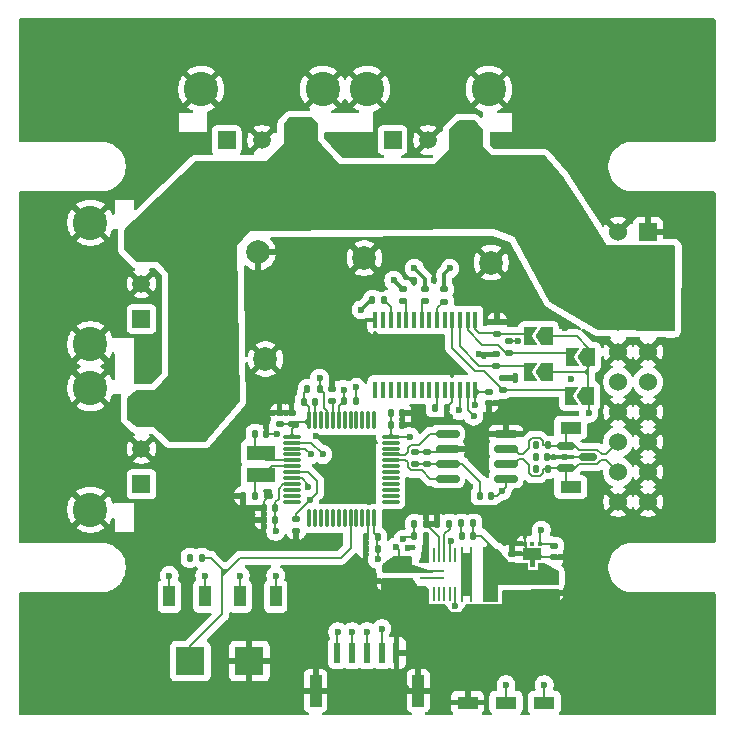
<source format=gbr>
%TF.GenerationSoftware,KiCad,Pcbnew,9.0.6*%
%TF.CreationDate,2026-03-01T21:50:25+00:00*%
%TF.ProjectId,KicadProject,4b696361-6450-4726-9f6a-6563742e6b69,rev?*%
%TF.SameCoordinates,Original*%
%TF.FileFunction,Copper,L1,Top*%
%TF.FilePolarity,Positive*%
%FSLAX46Y46*%
G04 Gerber Fmt 4.6, Leading zero omitted, Abs format (unit mm)*
G04 Created by KiCad (PCBNEW 9.0.6) date 2026-03-01 21:50:25*
%MOMM*%
%LPD*%
G01*
G04 APERTURE LIST*
G04 Aperture macros list*
%AMRoundRect*
0 Rectangle with rounded corners*
0 $1 Rounding radius*
0 $2 $3 $4 $5 $6 $7 $8 $9 X,Y pos of 4 corners*
0 Add a 4 corners polygon primitive as box body*
4,1,4,$2,$3,$4,$5,$6,$7,$8,$9,$2,$3,0*
0 Add four circle primitives for the rounded corners*
1,1,$1+$1,$2,$3*
1,1,$1+$1,$4,$5*
1,1,$1+$1,$6,$7*
1,1,$1+$1,$8,$9*
0 Add four rect primitives between the rounded corners*
20,1,$1+$1,$2,$3,$4,$5,0*
20,1,$1+$1,$4,$5,$6,$7,0*
20,1,$1+$1,$6,$7,$8,$9,0*
20,1,$1+$1,$8,$9,$2,$3,0*%
%AMFreePoly0*
4,1,6,1.000000,0.000000,0.500000,-0.750000,-0.500000,-0.750000,-0.500000,0.750000,0.500000,0.750000,1.000000,0.000000,1.000000,0.000000,$1*%
%AMFreePoly1*
4,1,6,0.500000,-0.750000,-0.650000,-0.750000,-0.150000,0.000000,-0.650000,0.750000,0.500000,0.750000,0.500000,-0.750000,0.500000,-0.750000,$1*%
G04 Aperture macros list end*
%TA.AperFunction,Conductor*%
%ADD10C,0.200000*%
%TD*%
%TA.AperFunction,Conductor*%
%ADD11C,0.100000*%
%TD*%
%TA.AperFunction,NonConductor*%
%ADD12C,0.200000*%
%TD*%
%TA.AperFunction,EtchedComponent*%
%ADD13C,0.000000*%
%TD*%
%TA.AperFunction,SMDPad,CuDef*%
%ADD14RoundRect,0.140000X0.140000X0.170000X-0.140000X0.170000X-0.140000X-0.170000X0.140000X-0.170000X0*%
%TD*%
%TA.AperFunction,SMDPad,CuDef*%
%ADD15RoundRect,0.135000X0.135000X0.185000X-0.135000X0.185000X-0.135000X-0.185000X0.135000X-0.185000X0*%
%TD*%
%TA.AperFunction,SMDPad,CuDef*%
%ADD16R,1.800000X1.000000*%
%TD*%
%TA.AperFunction,SMDPad,CuDef*%
%ADD17RoundRect,0.140000X-0.170000X0.140000X-0.170000X-0.140000X0.170000X-0.140000X0.170000X0.140000X0*%
%TD*%
%TA.AperFunction,SMDPad,CuDef*%
%ADD18R,1.000000X1.800000*%
%TD*%
%TA.AperFunction,SMDPad,CuDef*%
%ADD19RoundRect,0.093750X-0.106250X0.093750X-0.106250X-0.093750X0.106250X-0.093750X0.106250X0.093750X0*%
%TD*%
%TA.AperFunction,HeatsinkPad*%
%ADD20R,1.600000X1.000000*%
%TD*%
%TA.AperFunction,SMDPad,CuDef*%
%ADD21RoundRect,0.135000X-0.135000X-0.185000X0.135000X-0.185000X0.135000X0.185000X-0.135000X0.185000X0*%
%TD*%
%TA.AperFunction,ComponentPad*%
%ADD22R,1.520000X1.520000*%
%TD*%
%TA.AperFunction,ComponentPad*%
%ADD23C,1.520000*%
%TD*%
%TA.AperFunction,ComponentPad*%
%ADD24C,2.910000*%
%TD*%
%TA.AperFunction,SMDPad,CuDef*%
%ADD25RoundRect,0.140000X-0.140000X-0.170000X0.140000X-0.170000X0.140000X0.170000X-0.140000X0.170000X0*%
%TD*%
%TA.AperFunction,ComponentPad*%
%ADD26RoundRect,0.250000X-0.750000X0.750000X-0.750000X-0.750000X0.750000X-0.750000X0.750000X0.750000X0*%
%TD*%
%TA.AperFunction,ComponentPad*%
%ADD27C,2.000000*%
%TD*%
%TA.AperFunction,SMDPad,CuDef*%
%ADD28R,0.355600X1.409700*%
%TD*%
%TA.AperFunction,SMDPad,CuDef*%
%ADD29RoundRect,0.140000X0.170000X-0.140000X0.170000X0.140000X-0.170000X0.140000X-0.170000X-0.140000X0*%
%TD*%
%TA.AperFunction,SMDPad,CuDef*%
%ADD30R,0.600000X1.700000*%
%TD*%
%TA.AperFunction,SMDPad,CuDef*%
%ADD31R,1.000000X2.700000*%
%TD*%
%TA.AperFunction,SMDPad,CuDef*%
%ADD32RoundRect,0.135000X0.185000X-0.135000X0.185000X0.135000X-0.185000X0.135000X-0.185000X-0.135000X0*%
%TD*%
%TA.AperFunction,SMDPad,CuDef*%
%ADD33FreePoly0,180.000000*%
%TD*%
%TA.AperFunction,SMDPad,CuDef*%
%ADD34FreePoly1,180.000000*%
%TD*%
%TA.AperFunction,ComponentPad*%
%ADD35RoundRect,0.250000X-1.060660X0.000000X0.000000X-1.060660X1.060660X0.000000X0.000000X1.060660X0*%
%TD*%
%TA.AperFunction,ComponentPad*%
%ADD36R,2.421300X2.421300*%
%TD*%
%TA.AperFunction,SMDPad,CuDef*%
%ADD37RoundRect,0.135000X-0.185000X0.135000X-0.185000X-0.135000X0.185000X-0.135000X0.185000X0.135000X0*%
%TD*%
%TA.AperFunction,ComponentPad*%
%ADD38RoundRect,0.250000X-0.750000X-0.750000X0.750000X-0.750000X0.750000X0.750000X-0.750000X0.750000X0*%
%TD*%
%TA.AperFunction,SMDPad,CuDef*%
%ADD39R,2.387600X1.295400*%
%TD*%
%TA.AperFunction,SMDPad,CuDef*%
%ADD40R,0.127000X0.127000*%
%TD*%
%TA.AperFunction,SMDPad,CuDef*%
%ADD41R,0.203200X1.295400*%
%TD*%
%TA.AperFunction,SMDPad,CuDef*%
%ADD42R,2.057400X0.254000*%
%TD*%
%TA.AperFunction,ComponentPad*%
%ADD43R,1.524000X1.524000*%
%TD*%
%TA.AperFunction,ComponentPad*%
%ADD44C,1.524000*%
%TD*%
%TA.AperFunction,SMDPad,CuDef*%
%ADD45RoundRect,0.150000X-0.587500X-0.150000X0.587500X-0.150000X0.587500X0.150000X-0.587500X0.150000X0*%
%TD*%
%TA.AperFunction,SMDPad,CuDef*%
%ADD46RoundRect,0.150000X-0.825000X-0.150000X0.825000X-0.150000X0.825000X0.150000X-0.825000X0.150000X0*%
%TD*%
%TA.AperFunction,SMDPad,CuDef*%
%ADD47RoundRect,0.075000X-0.662500X-0.075000X0.662500X-0.075000X0.662500X0.075000X-0.662500X0.075000X0*%
%TD*%
%TA.AperFunction,SMDPad,CuDef*%
%ADD48RoundRect,0.075000X-0.075000X-0.662500X0.075000X-0.662500X0.075000X0.662500X-0.075000X0.662500X0*%
%TD*%
%TA.AperFunction,ViaPad*%
%ADD49C,0.600000*%
%TD*%
%TA.AperFunction,Conductor*%
%ADD50C,0.300000*%
%TD*%
G04 APERTURE END LIST*
D10*
%TO.N,Net-(U5-EN)*%
X200749595Y-111482473D02*
X200499595Y-111732473D01*
X200499595Y-111205255D01*
X200749595Y-111482473D01*
%TA.AperFunction,Conductor*%
G36*
X200749595Y-111482473D02*
G01*
X200499595Y-111732473D01*
X200499595Y-111205255D01*
X200749595Y-111482473D01*
G37*
%TD.AperFunction*%
%TO.N,Net-(J7-01)*%
X178250000Y-113750000D02*
X178000000Y-113750000D01*
X178000000Y-113500000D01*
X178500000Y-113500000D01*
X178250000Y-113750000D01*
%TA.AperFunction,Conductor*%
G36*
X178250000Y-113750000D02*
G01*
X178000000Y-113750000D01*
X178000000Y-113500000D01*
X178500000Y-113500000D01*
X178250000Y-113750000D01*
G37*
%TD.AperFunction*%
%TO.N,5v_SERVO*%
X186000174Y-75749826D02*
X186000174Y-77249826D01*
X187896799Y-79244302D01*
X196000000Y-79250000D01*
X197250174Y-77999826D01*
X197250174Y-76249826D01*
X198000174Y-75499826D01*
X199250174Y-75499826D01*
X200000174Y-76249826D01*
X200000174Y-77749826D01*
X200750174Y-78499826D01*
X205250174Y-78499826D01*
X206750174Y-80249826D01*
X208500174Y-82999826D01*
X210500174Y-86119885D01*
X216258357Y-86119885D01*
X216250174Y-93249826D01*
X209750174Y-93119885D01*
X205750174Y-90749826D01*
X202750174Y-85249826D01*
X201000174Y-84617503D01*
X180307022Y-84738619D01*
X179163573Y-85999826D01*
X179365354Y-99249826D01*
X176500174Y-102619885D01*
X173526877Y-102619885D01*
X172239838Y-101369885D01*
X170750174Y-101369885D01*
X170008357Y-100749826D01*
X170008357Y-98999826D01*
X170750174Y-98369885D01*
X172258357Y-98369885D01*
X173508357Y-97082846D01*
X173508357Y-88369885D01*
X172508357Y-87369885D01*
X170758357Y-87369885D01*
X169758357Y-86369885D01*
X169758357Y-84749826D01*
X175740098Y-78999826D01*
X181752369Y-78999826D01*
X183250174Y-77488766D01*
X183250174Y-75749826D01*
X183750174Y-75249826D01*
X185500174Y-75249826D01*
X186000174Y-75749826D01*
%TA.AperFunction,Conductor*%
G36*
X186000174Y-75749826D02*
G01*
X186000174Y-77249826D01*
X187896799Y-79244302D01*
X196000000Y-79250000D01*
X197250174Y-77999826D01*
X197250174Y-76249826D01*
X198000174Y-75499826D01*
X199250174Y-75499826D01*
X200000174Y-76249826D01*
X200000174Y-77749826D01*
X200750174Y-78499826D01*
X205250174Y-78499826D01*
X206750174Y-80249826D01*
X208500174Y-82999826D01*
X210500174Y-86119885D01*
X216258357Y-86119885D01*
X216250174Y-93249826D01*
X209750174Y-93119885D01*
X205750174Y-90749826D01*
X202750174Y-85249826D01*
X201000174Y-84617503D01*
X180307022Y-84738619D01*
X179163573Y-85999826D01*
X179365354Y-99249826D01*
X176500174Y-102619885D01*
X173526877Y-102619885D01*
X172239838Y-101369885D01*
X170750174Y-101369885D01*
X170008357Y-100749826D01*
X170008357Y-98999826D01*
X170750174Y-98369885D01*
X172258357Y-98369885D01*
X173508357Y-97082846D01*
X173508357Y-88369885D01*
X172508357Y-87369885D01*
X170758357Y-87369885D01*
X169758357Y-86369885D01*
X169758357Y-84749826D01*
X175740098Y-78999826D01*
X181752369Y-78999826D01*
X183250174Y-77488766D01*
X183250174Y-75749826D01*
X183750174Y-75249826D01*
X185500174Y-75249826D01*
X186000174Y-75749826D01*
G37*
%TD.AperFunction*%
D11*
%TO.N,Net-(U5-EN)*%
X201276787Y-111749032D02*
X202217389Y-112923049D01*
X203743236Y-112921667D01*
X203743237Y-113495657D01*
X204734351Y-113502786D01*
X204731844Y-112955852D01*
X205252548Y-112949935D01*
X206410613Y-113652228D01*
X206408463Y-114722460D01*
X201250000Y-114750000D01*
X201237336Y-116155745D01*
X200066556Y-116155554D01*
X200072844Y-111732746D01*
X201276787Y-111749032D01*
%TA.AperFunction,Conductor*%
G36*
X201276787Y-111749032D02*
G01*
X202217389Y-112923049D01*
X203743236Y-112921667D01*
X203743237Y-113495657D01*
X204734351Y-113502786D01*
X204731844Y-112955852D01*
X205252548Y-112949935D01*
X206410613Y-113652228D01*
X206408463Y-114722460D01*
X201250000Y-114750000D01*
X201237336Y-116155745D01*
X200066556Y-116155554D01*
X200072844Y-111732746D01*
X201276787Y-111749032D01*
G37*
%TD.AperFunction*%
D10*
%TO.N,3.3V*%
X184156956Y-102279429D02*
X183656956Y-102279429D01*
X183906956Y-102029429D01*
X184156956Y-102279429D01*
%TA.AperFunction,Conductor*%
G36*
X184156956Y-102279429D02*
G01*
X183656956Y-102279429D01*
X183906956Y-102029429D01*
X184156956Y-102279429D01*
G37*
%TD.AperFunction*%
%TO.N,Net-(R17-Pad1)*%
X195433887Y-110759644D02*
X195363737Y-112406560D01*
X194767774Y-112801064D01*
X195106511Y-110629950D01*
X195433887Y-110759644D01*
%TA.AperFunction,Conductor*%
G36*
X195433887Y-110759644D02*
G01*
X195363737Y-112406560D01*
X194767774Y-112801064D01*
X195106511Y-110629950D01*
X195433887Y-110759644D01*
G37*
%TD.AperFunction*%
D12*
X204142534Y-112164536D02*
X204338618Y-112164536D01*
X204338618Y-113164536D01*
X204142534Y-113164536D01*
X204142534Y-112164536D01*
%TA.AperFunction,NonConductor*%
G36*
X204142534Y-112164536D02*
G01*
X204338618Y-112164536D01*
X204338618Y-113164536D01*
X204142534Y-113164536D01*
X204142534Y-112164536D01*
G37*
%TD.AperFunction*%
D10*
%TO.N,3.3V*%
X185271826Y-101242912D02*
X185021826Y-100992912D01*
X185271826Y-100742912D01*
X185271826Y-101242912D01*
%TA.AperFunction,Conductor*%
G36*
X185271826Y-101242912D02*
G01*
X185021826Y-100992912D01*
X185271826Y-100742912D01*
X185271826Y-101242912D01*
G37*
%TD.AperFunction*%
%TO.N,GND*%
X194499595Y-114982473D02*
X194999595Y-114982473D01*
X195421092Y-115476866D01*
X195421092Y-116476866D01*
X196735768Y-116491432D01*
X197307308Y-117175669D01*
X198168642Y-117167620D01*
X198705908Y-116533484D01*
X201761137Y-116536653D01*
X201767934Y-115305897D01*
X206478098Y-115259752D01*
X206499595Y-116482473D01*
X202499595Y-116482473D01*
X202499595Y-117482473D01*
X191499595Y-117482473D01*
X191526382Y-114297948D01*
X194026382Y-114297948D01*
X194499595Y-114982473D01*
%TA.AperFunction,Conductor*%
G36*
X194499595Y-114982473D02*
G01*
X194999595Y-114982473D01*
X195421092Y-115476866D01*
X195421092Y-116476866D01*
X196735768Y-116491432D01*
X197307308Y-117175669D01*
X198168642Y-117167620D01*
X198705908Y-116533484D01*
X201761137Y-116536653D01*
X201767934Y-115305897D01*
X206478098Y-115259752D01*
X206499595Y-116482473D01*
X202499595Y-116482473D01*
X202499595Y-117482473D01*
X191499595Y-117482473D01*
X191526382Y-114297948D01*
X194026382Y-114297948D01*
X194499595Y-114982473D01*
G37*
%TD.AperFunction*%
%TO.N,3.3V*%
X208962476Y-96341559D02*
X208712476Y-96091559D01*
X209212476Y-96091559D01*
X208962476Y-96341559D01*
%TA.AperFunction,Conductor*%
G36*
X208962476Y-96341559D02*
G01*
X208712476Y-96091559D01*
X209212476Y-96091559D01*
X208962476Y-96341559D01*
G37*
%TD.AperFunction*%
%TO.N,5V_LOGIC*%
X193927509Y-113389150D02*
X191619457Y-113122721D01*
X192480245Y-112400240D01*
X193927509Y-112389150D01*
X193927509Y-113389150D01*
%TA.AperFunction,Conductor*%
G36*
X193927509Y-113389150D02*
G01*
X191619457Y-113122721D01*
X192480245Y-112400240D01*
X193927509Y-112389150D01*
X193927509Y-113389150D01*
G37*
%TD.AperFunction*%
%TO.N,Net-(U5-EN)*%
X200999595Y-111732473D02*
X200499595Y-111732473D01*
X200749595Y-111482473D01*
X200999595Y-111732473D01*
%TA.AperFunction,Conductor*%
G36*
X200999595Y-111732473D02*
G01*
X200499595Y-111732473D01*
X200749595Y-111482473D01*
X200999595Y-111732473D01*
G37*
%TD.AperFunction*%
%TO.N,5V_LOGIC*%
X195770662Y-113672160D02*
X191639080Y-113699767D01*
X191619457Y-113122721D01*
X193914221Y-113108287D01*
X195770662Y-113672160D01*
%TA.AperFunction,Conductor*%
G36*
X195770662Y-113672160D02*
G01*
X191639080Y-113699767D01*
X191619457Y-113122721D01*
X193914221Y-113108287D01*
X195770662Y-113672160D01*
G37*
%TD.AperFunction*%
%TO.N,3.3V*%
X208971022Y-96988115D02*
X208721022Y-96738115D01*
X208971022Y-96488115D01*
X208971022Y-96988115D01*
%TA.AperFunction,Conductor*%
G36*
X208971022Y-96988115D02*
G01*
X208721022Y-96738115D01*
X208971022Y-96488115D01*
X208971022Y-96988115D01*
G37*
%TD.AperFunction*%
%TO.N,Net-(U5-EN)*%
X200724301Y-111756213D02*
X200197083Y-111756213D01*
X200474301Y-111506213D01*
X200724301Y-111756213D01*
%TA.AperFunction,Conductor*%
G36*
X200724301Y-111756213D02*
G01*
X200197083Y-111756213D01*
X200474301Y-111506213D01*
X200724301Y-111756213D01*
G37*
%TD.AperFunction*%
%TO.N,3.3V*%
X184000000Y-101500000D02*
X183750000Y-101000000D01*
X184500000Y-101000000D01*
X184000000Y-101500000D01*
%TA.AperFunction,Conductor*%
G36*
X184000000Y-101500000D02*
G01*
X183750000Y-101000000D01*
X184500000Y-101000000D01*
X184000000Y-101500000D01*
G37*
%TD.AperFunction*%
X192500000Y-102250000D02*
X192000000Y-102250000D01*
X192250000Y-102000000D01*
X192500000Y-102250000D01*
%TA.AperFunction,Conductor*%
G36*
X192500000Y-102250000D02*
G01*
X192000000Y-102250000D01*
X192250000Y-102000000D01*
X192500000Y-102250000D01*
G37*
%TD.AperFunction*%
X199718199Y-98439689D02*
X199468199Y-98689689D01*
X199468199Y-98189689D01*
X199718199Y-98439689D01*
%TA.AperFunction,Conductor*%
G36*
X199718199Y-98439689D02*
G01*
X199468199Y-98689689D01*
X199468199Y-98189689D01*
X199718199Y-98439689D01*
G37*
%TD.AperFunction*%
D13*
%TA.AperFunction,EtchedComponent*%
%TD*%
%TO.C,U3*%
G36*
X195522692Y-111613094D02*
G01*
X195522692Y-112908494D01*
X194671093Y-112912793D01*
X194671093Y-112658793D01*
X195179093Y-112658793D01*
X195171093Y-112113093D01*
X195321093Y-112113093D01*
X195321093Y-111613093D01*
X195522692Y-111613094D01*
G37*
%TD.AperFunction*%
%TA.AperFunction,EtchedComponent*%
%TO.C,U3*%
G36*
X195245492Y-114913092D02*
G01*
X195522692Y-115163092D01*
X195522692Y-116208492D01*
X195319492Y-116208492D01*
X195319492Y-115708492D01*
X195171492Y-115708492D01*
X195179093Y-115162793D01*
X194671093Y-115162793D01*
X194671093Y-114908793D01*
X195245492Y-114913092D01*
G37*
%TD.AperFunction*%
%TA.AperFunction,EtchedComponent*%
G36*
X198372694Y-112113094D02*
G01*
X198919493Y-112113094D01*
X198919493Y-111613094D01*
X199122693Y-111613094D01*
X199122693Y-116208492D01*
X198919493Y-116208492D01*
X198919493Y-115708492D01*
X198372694Y-115708492D01*
X198372694Y-116208492D01*
X198169494Y-116208492D01*
X198169494Y-111613094D01*
X198372694Y-111613094D01*
X198372694Y-112113094D01*
G37*
%TD.AperFunction*%
%TA.AperFunction,EtchedComponent*%
G36*
X200222694Y-112113094D02*
G01*
X200762694Y-112113094D01*
X200763093Y-112658793D01*
X201271093Y-112658793D01*
X201271093Y-112912793D01*
X200763093Y-112912793D01*
X200763093Y-114908793D01*
X201271093Y-114908793D01*
X201271093Y-115162793D01*
X200763093Y-115162793D01*
X200762694Y-115708492D01*
X200222694Y-115708492D01*
X200222694Y-116208492D01*
X200019494Y-116208492D01*
X200019494Y-111613094D01*
X200222694Y-111613094D01*
X200222694Y-112113094D01*
G37*
%TD.AperFunction*%
%TD*%
D14*
%TO.P,C13,1*%
%TO.N,3.3V*%
X182480000Y-109297500D03*
%TO.P,C13,2*%
%TO.N,GND*%
X181520000Y-109297500D03*
%TD*%
D15*
%TO.P,R4,1*%
%TO.N,CAN_+*%
X205542696Y-102968684D03*
%TO.P,R4,2*%
%TO.N,Net-(C6-Pad1)*%
X204522696Y-102968684D03*
%TD*%
D16*
%TO.P,5VL,1*%
%TO.N,5V_LOGIC*%
X205250000Y-124750000D03*
%TD*%
D17*
%TO.P,C33,1*%
%TO.N,3.3V*%
X206064019Y-111484288D03*
%TO.P,C33,2*%
%TO.N,GND*%
X206064019Y-112444288D03*
%TD*%
D18*
%TO.P,PWM1,1*%
%TO.N,Net-(J4-Pad1)*%
X182500000Y-115750000D03*
%TD*%
D19*
%TO.P,U5,1,OUT*%
%TO.N,3.3V*%
X204889905Y-111299333D03*
%TO.P,U5,2,NC*%
%TO.N,unconnected-(U5-NC-Pad2)*%
X204239905Y-111299333D03*
%TO.P,U5,3,GND*%
%TO.N,GND*%
X203589905Y-111299333D03*
%TO.P,U5,4,EN*%
%TO.N,Net-(U5-EN)*%
X203589905Y-113074333D03*
%TO.P,U5,5,NC*%
%TO.N,unconnected-(U5-NC-Pad5)*%
X204239905Y-113074333D03*
%TO.P,U5,6,IN*%
%TO.N,Net-(U5-EN)*%
X204889905Y-113074333D03*
D20*
%TO.P,U5,7,GND*%
%TO.N,GND*%
X204239905Y-112186833D03*
%TD*%
D16*
%TO.P,3V3,1*%
%TO.N,3.3V*%
X202000000Y-124750000D03*
%TD*%
D21*
%TO.P,R7,1*%
%TO.N,3.3V*%
X185191980Y-98198232D03*
%TO.P,R7,2*%
%TO.N,SCL*%
X186211980Y-98198232D03*
%TD*%
D22*
%TO.P,J2,1,1*%
%TO.N,Net-(J2-Pad1)*%
X171134250Y-92274941D03*
D23*
%TO.P,J2,2,2*%
%TO.N,GND*%
X171134250Y-89274941D03*
%TO.P,J2,3,3*%
%TO.N,5v_SERVO*%
X171134250Y-86274941D03*
D24*
%TO.P,J2,S1,SHIELD1*%
%TO.N,GND*%
X166814250Y-94424941D03*
%TO.P,J2,S2,SHIELD2*%
X166814250Y-84124941D03*
%TD*%
D25*
%TO.P,C14,1*%
%TO.N,3.3V*%
X192250000Y-100250000D03*
%TO.P,C14,2*%
%TO.N,GND*%
X193210000Y-100250000D03*
%TD*%
D14*
%TO.P,C11,1*%
%TO.N,3.3V*%
X191126509Y-111714676D03*
%TO.P,C11,2*%
%TO.N,GND*%
X190166509Y-111714676D03*
%TD*%
D17*
%TO.P,C26,1*%
%TO.N,Net-(U5-EN)*%
X205032569Y-114504288D03*
%TO.P,C26,2*%
%TO.N,GND*%
X205032569Y-115464288D03*
%TD*%
D14*
%TO.P,C28,1*%
%TO.N,Net-(U4-PF1)*%
X180730000Y-107250000D03*
%TO.P,C28,2*%
%TO.N,GND*%
X179770000Y-107250000D03*
%TD*%
D26*
%TO.P,C16,1*%
%TO.N,5v_SERVO*%
X190000000Y-82132323D03*
D27*
%TO.P,C16,2*%
%TO.N,GND*%
X190000000Y-87132323D03*
%TD*%
D21*
%TO.P,R15,1*%
%TO.N,GND*%
X196168262Y-109601533D03*
%TO.P,R15,2*%
%TO.N,Net-(U3-FB)*%
X197188262Y-109601533D03*
%TD*%
D14*
%TO.P,C9,1*%
%TO.N,3.3V*%
X191121918Y-110706897D03*
%TO.P,C9,2*%
%TO.N,GND*%
X190161918Y-110706897D03*
%TD*%
D28*
%TO.P,U2,1,A0*%
%TO.N,Net-(JP1-B)*%
X199399999Y-92344500D03*
%TO.P,U2,2,A1*%
%TO.N,Net-(JP2-B)*%
X198749998Y-92344500D03*
%TO.P,U2,3,A2*%
%TO.N,Net-(JP3-B)*%
X198099999Y-92344500D03*
%TO.P,U2,4,A3*%
%TO.N,Net-(JP4-B)*%
X197449998Y-92344500D03*
%TO.P,U2,5,A4*%
%TO.N,unconnected-(U2-A4-Pad5)*%
X196800000Y-92344500D03*
%TO.P,U2,6,LED0*%
%TO.N,Net-(U2-LED0)*%
X196149998Y-92344500D03*
%TO.P,U2,7,LED1*%
%TO.N,unconnected-(U2-LED1-Pad7)*%
X195500000Y-92344500D03*
%TO.P,U2,8,LED2*%
%TO.N,Net-(U2-LED2)*%
X194850001Y-92344500D03*
%TO.P,U2,9,LED3*%
%TO.N,unconnected-(U2-LED3-Pad9)*%
X194200000Y-92344500D03*
%TO.P,U2,10,LED4*%
%TO.N,Net-(U2-LED4)*%
X193550001Y-92344500D03*
%TO.P,U2,11,LED5*%
%TO.N,unconnected-(U2-LED5-Pad11)*%
X192900000Y-92344500D03*
%TO.P,U2,12,LED6*%
%TO.N,Net-(U2-LED6)*%
X192250001Y-92344500D03*
%TO.P,U2,13,LED7*%
%TO.N,unconnected-(U2-LED7-Pad13)*%
X191600000Y-92344500D03*
%TO.P,U2,14,VSS*%
%TO.N,GND*%
X190950001Y-92344500D03*
%TO.P,U2,15,LED8*%
%TO.N,unconnected-(U2-LED8-Pad15)*%
X190949999Y-98250000D03*
%TO.P,U2,16,LED9*%
%TO.N,unconnected-(U2-LED9-Pad16)*%
X191600000Y-98250000D03*
%TO.P,U2,17,LED10*%
%TO.N,unconnected-(U2-LED10-Pad17)*%
X192249999Y-98250000D03*
%TO.P,U2,18,LED11*%
%TO.N,unconnected-(U2-LED11-Pad18)*%
X192900000Y-98250000D03*
%TO.P,U2,19,LED12*%
%TO.N,unconnected-(U2-LED12-Pad19)*%
X193549998Y-98250000D03*
%TO.P,U2,20,LED13*%
%TO.N,unconnected-(U2-LED13-Pad20)*%
X194200000Y-98250000D03*
%TO.P,U2,21,LED14*%
%TO.N,unconnected-(U2-LED14-Pad21)*%
X194849998Y-98250000D03*
%TO.P,U2,22,LED15*%
%TO.N,unconnected-(U2-LED15-Pad22)*%
X195500000Y-98250000D03*
%TO.P,U2,23,\u002AOE*%
%TO.N,Net-(U2-\u002AOE)*%
X196149998Y-98250000D03*
%TO.P,U2,24,A5*%
%TO.N,unconnected-(U2-A5-Pad24)*%
X196800000Y-98250000D03*
%TO.P,U2,25,EXTCLK*%
%TO.N,GND*%
X197449998Y-98250000D03*
%TO.P,U2,26,SCL*%
%TO.N,SCL*%
X198099999Y-98250000D03*
%TO.P,U2,27,SDA*%
%TO.N,SDA*%
X198749998Y-98250000D03*
%TO.P,U2,28,VDD*%
%TO.N,3.3V*%
X199399999Y-98250000D03*
%TD*%
D17*
%TO.P,C24,1*%
%TO.N,Net-(U5-EN)*%
X206032569Y-114493384D03*
%TO.P,C24,2*%
%TO.N,GND*%
X206032569Y-115453384D03*
%TD*%
D29*
%TO.P,C17,1*%
%TO.N,GND*%
X200547130Y-99395611D03*
%TO.P,C17,2*%
%TO.N,3.3V*%
X200547130Y-98435611D03*
%TD*%
%TO.P,C3,1*%
%TO.N,5VLOGIC*%
X194282161Y-104523567D03*
%TO.P,C3,2*%
%TO.N,GND*%
X194282161Y-103563567D03*
%TD*%
D14*
%TO.P,C2,1*%
%TO.N,Net-(U5-EN)*%
X199226497Y-110610754D03*
%TO.P,C2,2*%
%TO.N,Net-(U3-FB)*%
X198266497Y-110610754D03*
%TD*%
D17*
%TO.P,C29,1*%
%TO.N,Net-(U5-EN)*%
X203994352Y-114501783D03*
%TO.P,C29,2*%
%TO.N,GND*%
X203994352Y-115461783D03*
%TD*%
D30*
%TO.P,J1,1,1*%
%TO.N,SWCLK*%
X187729733Y-120550000D03*
%TO.P,J1,2,2*%
%TO.N,SWDIO*%
X188979733Y-120550000D03*
%TO.P,J1,3,3*%
%TO.N,NRST*%
X190229733Y-120550000D03*
%TO.P,J1,4,4*%
%TO.N,3.3V*%
X191479733Y-120550000D03*
%TO.P,J1,5,5*%
%TO.N,GND*%
X192729733Y-120550000D03*
D31*
%TO.P,J1,S1,SHIELD1*%
X185879733Y-123750000D03*
%TO.P,J1,S2,SHIELD2*%
X194579733Y-123750000D03*
%TD*%
D32*
%TO.P,R12,1*%
%TO.N,Net-(JP3-B)*%
X201142543Y-96245617D03*
%TO.P,R12,2*%
%TO.N,GND*%
X201142543Y-95225617D03*
%TD*%
D33*
%TO.P,JP2,1,A*%
%TO.N,3.3V*%
X209052001Y-95487930D03*
D34*
%TO.P,JP2,2,B*%
%TO.N,Net-(JP2-B)*%
X207602001Y-95487930D03*
%TD*%
D14*
%TO.P,C12,1*%
%TO.N,3.3V*%
X182456495Y-108287019D03*
%TO.P,C12,2*%
%TO.N,GND*%
X181496495Y-108287019D03*
%TD*%
D21*
%TO.P,R6,1*%
%TO.N,Net-(J3-Pad1)*%
X190679802Y-90665130D03*
%TO.P,R6,2*%
%TO.N,Net-(U2-LED6)*%
X191699802Y-90665130D03*
%TD*%
D33*
%TO.P,JP1,1,A*%
%TO.N,3.3V*%
X205484801Y-93724854D03*
D34*
%TO.P,JP1,2,B*%
%TO.N,Net-(JP1-B)*%
X204034801Y-93724854D03*
%TD*%
D35*
%TO.P,C18,1*%
%TO.N,5v_SERVO*%
X177482233Y-83091386D03*
D27*
%TO.P,C18,2*%
%TO.N,GND*%
X181017767Y-86626920D03*
%TD*%
D36*
%TO.P,J7,1,01*%
%TO.N,Net-(J7-01)*%
X175273500Y-121238650D03*
%TO.P,J7,2,02*%
%TO.N,GND*%
X180273500Y-121238650D03*
%TD*%
D29*
%TO.P,C4,1*%
%TO.N,5VLOGIC*%
X195278833Y-104523448D03*
%TO.P,C4,2*%
%TO.N,GND*%
X195278833Y-103563448D03*
%TD*%
D33*
%TO.P,JP4,1,A*%
%TO.N,3.3V*%
X208971022Y-98824159D03*
D34*
%TO.P,JP4,2,B*%
%TO.N,Net-(JP4-B)*%
X207521022Y-98824159D03*
%TD*%
D25*
%TO.P,C15,1*%
%TO.N,3.3V*%
X192250000Y-101250000D03*
%TO.P,C15,2*%
%TO.N,GND*%
X193210000Y-101250000D03*
%TD*%
D14*
%TO.P,C27,1*%
%TO.N,GND*%
X181710000Y-102000000D03*
%TO.P,C27,2*%
%TO.N,Net-(U4-PF0)*%
X180750000Y-102000000D03*
%TD*%
D16*
%TO.P,C+,1*%
%TO.N,CAN_+*%
X207500000Y-101472278D03*
%TD*%
D18*
%TO.P,PWM4,1*%
%TO.N,Net-(J3-Pad1)*%
X173500000Y-115750000D03*
%TD*%
D26*
%TO.P,C19,1*%
%TO.N,5v_SERVO*%
X200750000Y-82500000D03*
D27*
%TO.P,C19,2*%
%TO.N,GND*%
X200750000Y-87500000D03*
%TD*%
D15*
%TO.P,R11,1*%
%TO.N,GND*%
X196982249Y-99797250D03*
%TO.P,R11,2*%
%TO.N,Net-(U2-\u002AOE)*%
X195962249Y-99797250D03*
%TD*%
D32*
%TO.P,R9,1*%
%TO.N,Net-(JP1-B)*%
X201250000Y-93520000D03*
%TO.P,R9,2*%
%TO.N,GND*%
X201250000Y-92500000D03*
%TD*%
D37*
%TO.P,R2,1*%
%TO.N,Net-(J6-Pad1)*%
X195123854Y-89752136D03*
%TO.P,R2,2*%
%TO.N,Net-(U2-LED2)*%
X195123854Y-90772136D03*
%TD*%
D29*
%TO.P,C23,1*%
%TO.N,GND*%
X192823047Y-114484288D03*
%TO.P,C23,2*%
%TO.N,5V_LOGIC*%
X192823047Y-113524288D03*
%TD*%
D38*
%TO.P,C20,1*%
%TO.N,5v_SERVO*%
X176632323Y-95667505D03*
D27*
%TO.P,C20,2*%
%TO.N,GND*%
X181632323Y-95667505D03*
%TD*%
D22*
%TO.P,J3,1,1*%
%TO.N,Net-(J3-Pad1)*%
X171134250Y-106274941D03*
D23*
%TO.P,J3,2,2*%
%TO.N,GND*%
X171134250Y-103274941D03*
%TO.P,J3,3,3*%
%TO.N,5v_SERVO*%
X171134250Y-100274941D03*
D24*
%TO.P,J3,S1,SHIELD1*%
%TO.N,GND*%
X166814250Y-108424941D03*
%TO.P,J3,S2,SHIELD2*%
X166814250Y-98124941D03*
%TD*%
D32*
%TO.P,R10,1*%
%TO.N,Net-(JP2-B)*%
X202250000Y-95177437D03*
%TO.P,R10,2*%
%TO.N,GND*%
X202250000Y-94157437D03*
%TD*%
D17*
%TO.P,C21,1*%
%TO.N,NRST*%
X184250000Y-109250000D03*
%TO.P,C21,2*%
%TO.N,GND*%
X184250000Y-110210000D03*
%TD*%
D14*
%TO.P,C1,1*%
%TO.N,3.3V*%
X200750000Y-107250000D03*
%TO.P,C1,2*%
%TO.N,5VLOGIC*%
X199790000Y-107250000D03*
%TD*%
D39*
%TO.P,XTAL1,1,1*%
%TO.N,Net-(U4-PF0)*%
X181250000Y-103595000D03*
%TO.P,XTAL1,2,2*%
%TO.N,Net-(U4-PF1)*%
X181250000Y-105500000D03*
%TD*%
D18*
%TO.P,PWM2,1*%
%TO.N,Net-(J6-Pad1)*%
X179500000Y-115750000D03*
%TD*%
D16*
%TO.P,GND,1*%
%TO.N,GND*%
X198750000Y-124750000D03*
%TD*%
%TO.P,C-,1*%
%TO.N,CAN_-*%
X207500000Y-106500000D03*
%TD*%
D37*
%TO.P,R3,1*%
%TO.N,Net-(J2-Pad1)*%
X193303407Y-89727863D03*
%TO.P,R3,2*%
%TO.N,Net-(U2-LED4)*%
X193303407Y-90747863D03*
%TD*%
D29*
%TO.P,C8,1*%
%TO.N,3.3V*%
X183844444Y-101189411D03*
%TO.P,C8,2*%
%TO.N,GND*%
X183844444Y-100229411D03*
%TD*%
D18*
%TO.P,PWM3,1*%
%TO.N,Net-(J2-Pad1)*%
X176500000Y-115750000D03*
%TD*%
D15*
%TO.P,R8,1*%
%TO.N,3.3V*%
X189305756Y-99203465D03*
%TO.P,R8,2*%
%TO.N,SDA*%
X188285756Y-99203465D03*
%TD*%
D37*
%TO.P,R1,1*%
%TO.N,Net-(J4-Pad1)*%
X196750000Y-89782194D03*
%TO.P,R1,2*%
%TO.N,Net-(U2-LED0)*%
X196750000Y-90802194D03*
%TD*%
D32*
%TO.P,R13,1*%
%TO.N,Net-(JP4-B)*%
X201750000Y-98260000D03*
%TO.P,R13,2*%
%TO.N,GND*%
X201750000Y-97240000D03*
%TD*%
D29*
%TO.P,C22,1*%
%TO.N,GND*%
X191856287Y-114484288D03*
%TO.P,C22,2*%
%TO.N,5V_LOGIC*%
X191856287Y-113524288D03*
%TD*%
%TO.P,C7,1*%
%TO.N,3.3V*%
X182825300Y-101202461D03*
%TO.P,C7,2*%
%TO.N,GND*%
X182825300Y-100242461D03*
%TD*%
D14*
%TO.P,C25,1*%
%TO.N,GND*%
X195211769Y-109606184D03*
%TO.P,C25,2*%
%TO.N,Net-(U3-VCC)*%
X194251769Y-109606184D03*
%TD*%
D40*
%TO.P,U3,1,PGND*%
%TO.N,GND*%
X195421092Y-115560792D03*
D41*
%TO.P,U3,2,PGND*%
X195871093Y-115560792D03*
%TO.P,U3,3,PGND*%
X196321092Y-115560792D03*
%TO.P,U3,4,PGND*%
X196771094Y-115560792D03*
%TO.P,U3,5,PGND*%
X197221093Y-115560792D03*
%TO.P,U3,6,VCC*%
%TO.N,Net-(U3-VCC)*%
X197671092Y-115560792D03*
D40*
%TO.P,U3,7,SW*%
%TO.N,unconnected-(U3-SW-Pad7)*%
X198271094Y-115560792D03*
%TO.P,U3,8,SW*%
%TO.N,unconnected-(U3-SW-Pad8)*%
X199021093Y-115560792D03*
%TO.P,U3,9,OUT*%
%TO.N,Net-(U5-EN)*%
X200121094Y-115560792D03*
%TO.P,U3,10,OUT*%
X201017093Y-115035793D03*
%TO.P,U3,11,OUT*%
X201017093Y-112785793D03*
%TO.P,U3,12,OUT*%
X200121094Y-112260794D03*
%TO.P,U3,13,SW*%
%TO.N,unconnected-(U3-SW-Pad13)*%
X199021093Y-112260794D03*
%TO.P,U3,14,SW*%
%TO.N,unconnected-(U3-SW-Pad14)*%
X198271094Y-112260794D03*
D41*
%TO.P,U3,15,BST*%
%TO.N,unconnected-(U3-BST-Pad15)*%
X197671092Y-112260794D03*
%TO.P,U3,16,EN*%
%TO.N,5V_LOGIC*%
X197221093Y-112260794D03*
%TO.P,U3,17,FB*%
%TO.N,Net-(U3-FB)*%
X196771094Y-112260794D03*
%TO.P,U3,18,AGND*%
%TO.N,GND*%
X196321092Y-112260794D03*
%TO.P,U3,19,SS*%
%TO.N,unconnected-(U3-SS-Pad19)*%
X195871093Y-112260794D03*
D40*
%TO.P,U3,20,PG*%
%TO.N,Net-(R17-Pad1)*%
X195421092Y-112260794D03*
%TO.P,U3,21,PG*%
X194925093Y-112785793D03*
D42*
%TO.P,U3,22,VIN*%
%TO.N,5V_LOGIC*%
X195700093Y-113635792D03*
%TO.P,U3,23,SW*%
%TO.N,unconnected-(U3-SW-Pad23)*%
X195700093Y-114185794D03*
D40*
%TO.P,U3,24,PGND*%
%TO.N,GND*%
X194925093Y-115035793D03*
%TD*%
D17*
%TO.P,C30,1*%
%TO.N,Net-(U5-EN)*%
X203032569Y-114504288D03*
%TO.P,C30,2*%
%TO.N,GND*%
X203032569Y-115464288D03*
%TD*%
D15*
%TO.P,R17,1*%
%TO.N,Net-(R17-Pad1)*%
X195258166Y-110629950D03*
%TO.P,R17,2*%
%TO.N,Net-(U3-VCC)*%
X194238166Y-110629950D03*
%TD*%
D21*
%TO.P,R5,1*%
%TO.N,Net-(C6-Pad1)*%
X204522696Y-104968684D03*
%TO.P,R5,2*%
%TO.N,CAN_-*%
X205542696Y-104968684D03*
%TD*%
D43*
%TO.P,J5,01,01*%
%TO.N,GND*%
X214030839Y-84906927D03*
D44*
%TO.P,J5,02,02*%
X211490839Y-84906927D03*
%TO.P,J5,03,03*%
%TO.N,5v_SERVO*%
X214030839Y-87446927D03*
%TO.P,J5,04,04*%
X211490839Y-87446927D03*
%TO.P,J5,05,05*%
X214030839Y-89986927D03*
%TO.P,J5,06,06*%
X211490839Y-89986927D03*
%TO.P,J5,07,07*%
X214030839Y-92526927D03*
%TO.P,J5,08,08*%
X211490839Y-92526927D03*
%TO.P,J5,09,09*%
%TO.N,GND*%
X214030839Y-95066927D03*
%TO.P,J5,10,10*%
X211490839Y-95066927D03*
%TO.P,J5,11,11*%
%TO.N,5V_LOGIC*%
X214030839Y-97606927D03*
%TO.P,J5,12,12*%
X211490839Y-97606927D03*
%TO.P,J5,13,13*%
%TO.N,GND*%
X214030839Y-100146927D03*
%TO.P,J5,14,14*%
X211490839Y-100146927D03*
%TO.P,J5,15,15*%
X214030839Y-102686927D03*
%TO.P,J5,16,16*%
%TO.N,CAN_+*%
X211490839Y-102686927D03*
%TO.P,J5,17,17*%
%TO.N,GND*%
X214030839Y-105226927D03*
%TO.P,J5,18,18*%
%TO.N,CAN_-*%
X211490839Y-105226927D03*
%TO.P,J5,19,19*%
%TO.N,GND*%
X214030839Y-107766927D03*
%TO.P,J5,20,20*%
X211490839Y-107766927D03*
%TD*%
D45*
%TO.P,D1,1,K*%
%TO.N,CAN_+*%
X207062500Y-103001764D03*
%TO.P,D1,2,K*%
%TO.N,CAN_-*%
X207062500Y-104901764D03*
%TO.P,D1,3,A*%
%TO.N,GND*%
X208937500Y-103951764D03*
%TD*%
D46*
%TO.P,U1,1,TXD*%
%TO.N,CAN_e+*%
X197050000Y-102017795D03*
%TO.P,U1,2,GND*%
%TO.N,GND*%
X197050000Y-103287795D03*
%TO.P,U1,3,VCC*%
%TO.N,5VLOGIC*%
X197050000Y-104557795D03*
%TO.P,U1,4,RXD*%
%TO.N,CAN_e-*%
X197050000Y-105827795D03*
%TO.P,U1,5,VIO*%
%TO.N,3.3V*%
X202000000Y-105827795D03*
%TO.P,U1,6,CANL*%
%TO.N,CAN_-*%
X202000000Y-104557795D03*
%TO.P,U1,7,CANH*%
%TO.N,CAN_+*%
X202000000Y-103287795D03*
%TO.P,U1,8,S*%
%TO.N,GND*%
X202000000Y-102017795D03*
%TD*%
D25*
%TO.P,C6,1*%
%TO.N,Net-(C6-Pad1)*%
X204552696Y-103968684D03*
%TO.P,C6,2*%
%TO.N,GND*%
X205512696Y-103968684D03*
%TD*%
%TO.P,C10,1*%
%TO.N,3.3V*%
X184880396Y-99310820D03*
%TO.P,C10,2*%
%TO.N,GND*%
X185840396Y-99310820D03*
%TD*%
D29*
%TO.P,C5,1*%
%TO.N,GND*%
X193807171Y-114472497D03*
%TO.P,C5,2*%
%TO.N,5V_LOGIC*%
X193807171Y-113512497D03*
%TD*%
D32*
%TO.P,R14,1*%
%TO.N,Net-(U4-BOOT0)*%
X187250000Y-99250000D03*
%TO.P,R14,2*%
%TO.N,GND*%
X187250000Y-98230000D03*
%TD*%
D22*
%TO.P,J4,1,1*%
%TO.N,Net-(J4-Pad1)*%
X192400000Y-77134250D03*
D23*
%TO.P,J4,2,2*%
%TO.N,GND*%
X195400000Y-77134250D03*
%TO.P,J4,3,3*%
%TO.N,5v_SERVO*%
X198400000Y-77134250D03*
D24*
%TO.P,J4,S1,SHIELD1*%
%TO.N,GND*%
X190250000Y-72814250D03*
%TO.P,J4,S2,SHIELD2*%
X200550000Y-72814250D03*
%TD*%
D17*
%TO.P,C32,1*%
%TO.N,GND*%
X202477933Y-112189161D03*
%TO.P,C32,2*%
%TO.N,Net-(U5-EN)*%
X202477933Y-113149161D03*
%TD*%
D47*
%TO.P,U4,1,VBAT*%
%TO.N,3.3V*%
X183925000Y-102250000D03*
%TO.P,U4,2,PC13*%
%TO.N,SWDIO*%
X183925000Y-102750000D03*
%TO.P,U4,3,PC14*%
%TO.N,SWCLK*%
X183925000Y-103250000D03*
%TO.P,U4,4,PC15*%
%TO.N,unconnected-(U4-PC15-Pad4)*%
X183925000Y-103750000D03*
%TO.P,U4,5,PF0*%
%TO.N,Net-(U4-PF0)*%
X183925000Y-104250000D03*
%TO.P,U4,6,PF1*%
%TO.N,Net-(U4-PF1)*%
X183925000Y-104750000D03*
%TO.P,U4,7,NRST*%
%TO.N,NRST*%
X183925000Y-105250000D03*
%TO.P,U4,8,VSSA*%
%TO.N,GND*%
X183925000Y-105750000D03*
%TO.P,U4,9,VDDA*%
%TO.N,3.3V*%
X183925000Y-106250000D03*
%TO.P,U4,10,PA0*%
%TO.N,unconnected-(U4-PA0-Pad10)*%
X183925000Y-106750000D03*
%TO.P,U4,11,PA1*%
%TO.N,unconnected-(U4-PA1-Pad11)*%
X183925000Y-107250000D03*
%TO.P,U4,12,PA2*%
%TO.N,unconnected-(U4-PA2-Pad12)*%
X183925000Y-107750000D03*
D48*
%TO.P,U4,13,PA3*%
%TO.N,unconnected-(U4-PA3-Pad13)*%
X185337500Y-109162500D03*
%TO.P,U4,14,PA4*%
%TO.N,unconnected-(U4-PA4-Pad14)*%
X185837500Y-109162500D03*
%TO.P,U4,15,PA5*%
%TO.N,unconnected-(U4-PA5-Pad15)*%
X186337500Y-109162500D03*
%TO.P,U4,16,PA6*%
%TO.N,unconnected-(U4-PA6-Pad16)*%
X186837500Y-109162500D03*
%TO.P,U4,17,PA7*%
%TO.N,unconnected-(U4-PA7-Pad17)*%
X187337500Y-109162500D03*
%TO.P,U4,18,PB0*%
%TO.N,unconnected-(U4-PB0-Pad18)*%
X187837500Y-109162500D03*
%TO.P,U4,19,PB1*%
%TO.N,unconnected-(U4-PB1-Pad19)*%
X188337500Y-109162500D03*
%TO.P,U4,20,PB2*%
%TO.N,Net-(J7-01)*%
X188837500Y-109162500D03*
%TO.P,U4,21,PB10*%
%TO.N,unconnected-(U4-PB10-Pad21)*%
X189337500Y-109162500D03*
%TO.P,U4,22,PB11*%
%TO.N,unconnected-(U4-PB11-Pad22)*%
X189837500Y-109162500D03*
%TO.P,U4,23,VSS*%
%TO.N,GND*%
X190337500Y-109162500D03*
%TO.P,U4,24,VDD*%
%TO.N,3.3V*%
X190837500Y-109162500D03*
D47*
%TO.P,U4,25,PB12*%
%TO.N,unconnected-(U4-PB12-Pad25)*%
X192250000Y-107750000D03*
%TO.P,U4,26,PB13*%
%TO.N,unconnected-(U4-PB13-Pad26)*%
X192250000Y-107250000D03*
%TO.P,U4,27,PB14*%
%TO.N,unconnected-(U4-PB14-Pad27)*%
X192250000Y-106750000D03*
%TO.P,U4,28,PB15*%
%TO.N,unconnected-(U4-PB15-Pad28)*%
X192250000Y-106250000D03*
%TO.P,U4,29,PA8*%
%TO.N,unconnected-(U4-PA8-Pad29)*%
X192250000Y-105750000D03*
%TO.P,U4,30,PA9*%
%TO.N,unconnected-(U4-PA9-Pad30)*%
X192250000Y-105250000D03*
%TO.P,U4,31,PA10*%
%TO.N,unconnected-(U4-PA10-Pad31)*%
X192250000Y-104750000D03*
%TO.P,U4,32,PA11*%
%TO.N,CAN_e-*%
X192250000Y-104250000D03*
%TO.P,U4,33,PA12*%
%TO.N,CAN_e+*%
X192250000Y-103750000D03*
%TO.P,U4,34,PA13*%
%TO.N,unconnected-(U4-PA13-Pad34)*%
X192250000Y-103250000D03*
%TO.P,U4,35,VSS*%
%TO.N,GND*%
X192250000Y-102750000D03*
%TO.P,U4,36,VDDIO2*%
%TO.N,3.3V*%
X192250000Y-102250000D03*
D48*
%TO.P,U4,37,PA14*%
%TO.N,unconnected-(U4-PA14-Pad37)*%
X190837500Y-100837500D03*
%TO.P,U4,38,PA15*%
%TO.N,unconnected-(U4-PA15-Pad38)*%
X190337500Y-100837500D03*
%TO.P,U4,39,PB3*%
%TO.N,unconnected-(U4-PB3-Pad39)*%
X189837500Y-100837500D03*
%TO.P,U4,40,PB4*%
%TO.N,unconnected-(U4-PB4-Pad40)*%
X189337500Y-100837500D03*
%TO.P,U4,41,PB5*%
%TO.N,unconnected-(U4-PB5-Pad41)*%
X188837500Y-100837500D03*
%TO.P,U4,42,PB6*%
%TO.N,unconnected-(U4-PB6-Pad42)*%
X188337500Y-100837500D03*
%TO.P,U4,43,PB7*%
%TO.N,SDA*%
X187837500Y-100837500D03*
%TO.P,U4,44,BOOT0*%
%TO.N,Net-(U4-BOOT0)*%
X187337500Y-100837500D03*
%TO.P,U4,45,PB8*%
%TO.N,SCL*%
X186837500Y-100837500D03*
%TO.P,U4,46,PB9*%
%TO.N,unconnected-(U4-PB9-Pad46)*%
X186337500Y-100837500D03*
%TO.P,U4,47,VSS*%
%TO.N,GND*%
X185837500Y-100837500D03*
%TO.P,U4,48,VDD*%
%TO.N,3.3V*%
X185337500Y-100837500D03*
%TD*%
D22*
%TO.P,J6,1,1*%
%TO.N,Net-(J6-Pad1)*%
X178350000Y-77134250D03*
D23*
%TO.P,J6,2,2*%
%TO.N,GND*%
X181350000Y-77134250D03*
%TO.P,J6,3,3*%
%TO.N,5v_SERVO*%
X184350000Y-77134250D03*
D24*
%TO.P,J6,S1,SHIELD1*%
%TO.N,GND*%
X176200000Y-72814250D03*
%TO.P,J6,S2,SHIELD2*%
X186500000Y-72814250D03*
%TD*%
D17*
%TO.P,C31,1*%
%TO.N,Net-(U5-EN)*%
X202032569Y-114504288D03*
%TO.P,C31,2*%
%TO.N,GND*%
X202032569Y-115464288D03*
%TD*%
D21*
%TO.P,R16,1*%
%TO.N,Net-(U3-FB)*%
X198212742Y-109592710D03*
%TO.P,R16,2*%
%TO.N,Net-(U5-EN)*%
X199232742Y-109592710D03*
%TD*%
D15*
%TO.P,R18,1*%
%TO.N,Net-(J7-01)*%
X176260000Y-112500000D03*
%TO.P,R18,2*%
%TO.N,unconnected-(R18-Pad2)*%
X175240000Y-112500000D03*
%TD*%
D33*
%TO.P,JP3,1,A*%
%TO.N,3.3V*%
X205450000Y-96750000D03*
D34*
%TO.P,JP3,2,B*%
%TO.N,Net-(JP3-B)*%
X204000000Y-96750000D03*
%TD*%
D49*
%TO.N,3.3V*%
X201625000Y-106875000D03*
X191500000Y-118500000D03*
X191126509Y-112623491D03*
X204985229Y-110164536D03*
X199411883Y-99575959D03*
X184250000Y-101250000D03*
X189305756Y-98055756D03*
X193862144Y-102230339D03*
X202000000Y-123250000D03*
X209000000Y-100250000D03*
X182500000Y-110250000D03*
%TO.N,GND*%
X187000000Y-123750000D03*
X197224236Y-117561607D03*
X188250000Y-107500000D03*
X204999595Y-116482473D03*
X203999318Y-117520423D03*
X212490839Y-76851110D03*
X206500000Y-78500000D03*
X186750000Y-107500000D03*
X201971093Y-117552503D03*
X191000000Y-93750000D03*
X168038179Y-81836679D03*
X209750000Y-97250000D03*
X204971093Y-117552503D03*
X201109471Y-100628118D03*
X197227512Y-100613756D03*
X210959303Y-77552150D03*
X212597667Y-81766927D03*
X185887411Y-102189886D03*
X186250000Y-111500000D03*
X210240839Y-113266927D03*
X207000000Y-93000000D03*
X193690634Y-111648161D03*
X168038179Y-115836679D03*
X194180256Y-89002069D03*
X191980680Y-109031067D03*
X192912410Y-116762723D03*
X183750000Y-115750000D03*
X194250000Y-101250000D03*
X188250000Y-115750000D03*
X203735229Y-110414536D03*
X201999595Y-116482473D03*
X202696912Y-97301156D03*
X198724236Y-117561607D03*
X182000000Y-107250000D03*
X212490839Y-110851110D03*
X166288179Y-76920862D03*
X170288179Y-113420862D03*
X214152932Y-110890056D03*
X214240839Y-115766927D03*
X176750000Y-103500000D03*
X207000000Y-104000000D03*
X194250000Y-99750000D03*
X191500000Y-89750000D03*
X182598900Y-102014899D03*
X186000000Y-91000000D03*
X188750000Y-97250000D03*
X210240839Y-79266927D03*
X204750000Y-77250000D03*
X197000000Y-124750000D03*
X186250000Y-113516374D03*
X181500000Y-90250000D03*
X167931351Y-110888766D03*
X188000000Y-77250000D03*
X169569715Y-115135639D03*
X193992643Y-115750654D03*
X205999595Y-116482473D03*
X202999595Y-116482473D03*
X166376086Y-81797733D03*
X209250000Y-101500000D03*
X204027820Y-116450393D03*
X183829748Y-99347243D03*
X178250000Y-102250000D03*
X192808819Y-115643034D03*
X195905529Y-89000000D03*
X205971093Y-117552503D03*
X195724236Y-117561607D03*
X166288179Y-110888766D03*
X194224236Y-117561607D03*
X180750000Y-100000000D03*
X166376086Y-115797733D03*
X185250000Y-106500000D03*
X203750000Y-91750000D03*
X184304832Y-111095320D03*
X210881410Y-80998933D03*
X198750000Y-103250000D03*
X170288179Y-79420862D03*
X210959303Y-111552150D03*
X202471093Y-111052503D03*
X169569715Y-81135639D03*
X188750000Y-95750000D03*
X205750000Y-106250000D03*
X212597667Y-115766927D03*
X210881410Y-114998933D03*
X207517398Y-97400522D03*
X199750000Y-95250000D03*
X172500000Y-104750000D03*
X178750000Y-107250000D03*
X214240839Y-81766927D03*
X192750000Y-118500000D03*
X169647608Y-111688856D03*
X214152932Y-76890056D03*
X203022174Y-94172636D03*
X201250000Y-91500000D03*
X202971093Y-117552503D03*
X169647608Y-77688856D03*
X168250000Y-96250000D03*
X190250000Y-106750000D03*
X208000000Y-79750000D03*
X197500000Y-96750000D03*
X193500000Y-123500000D03*
X190000000Y-112750000D03*
X167931351Y-76920862D03*
%TO.N,Net-(U3-VCC)*%
X197724236Y-116561607D03*
X193299238Y-110904660D03*
%TO.N,SCL*%
X198009588Y-100023644D03*
X186211980Y-97288020D03*
%TO.N,SWDIO*%
X189000000Y-118750000D03*
X186500000Y-103750000D03*
%TO.N,5V_LOGIC*%
X192724236Y-111561607D03*
X193735229Y-112889150D03*
X197374237Y-111061607D03*
X205250000Y-123250000D03*
X192927509Y-112889150D03*
%TO.N,Net-(J2-Pad1)*%
X176500000Y-114000000D03*
X192500000Y-89000000D03*
%TO.N,Net-(J4-Pad1)*%
X197250000Y-88000000D03*
X182500000Y-114000000D03*
%TO.N,Net-(J6-Pad1)*%
X194250000Y-88000000D03*
X179500000Y-114000000D03*
%TO.N,Net-(J3-Pad1)*%
X189750000Y-91500000D03*
X173500000Y-114000000D03*
%TO.N,SDA*%
X188250000Y-98250000D03*
X199250000Y-100500000D03*
%TO.N,NRST*%
X190250000Y-118750000D03*
X185375000Y-107625000D03*
%TO.N,SWCLK*%
X187750000Y-118750000D03*
X185500000Y-103750000D03*
%TD*%
D10*
%TO.N,*%
X204485679Y-112422050D02*
X204243244Y-112179615D01*
X204237113Y-112173484D02*
X204243244Y-112179615D01*
X204235229Y-112187630D02*
X204235229Y-112578615D01*
X204243244Y-112179615D02*
X204235229Y-112187630D01*
%TO.N,Net-(U5-EN)*%
X199226497Y-110610754D02*
X199905094Y-110610754D01*
X199234236Y-109365743D02*
X199234236Y-110342196D01*
X203207513Y-113913173D02*
X203226934Y-113913173D01*
X199905094Y-110610754D02*
X203207513Y-113913173D01*
%TO.N,3.3V*%
X199585610Y-98435611D02*
X199399999Y-98250000D01*
X183925000Y-102250000D02*
X183925000Y-101528255D01*
X183912969Y-101587031D02*
X183912969Y-102237969D01*
X183153676Y-106250000D02*
X182750000Y-106653676D01*
X208000000Y-93750000D02*
X208950000Y-94700000D01*
X184880396Y-99310820D02*
X184880396Y-98509816D01*
X208971022Y-98824159D02*
X208971022Y-96750000D01*
X192250000Y-102250000D02*
X193842483Y-102250000D01*
X193842483Y-102250000D02*
X193862144Y-102230339D01*
X191116064Y-111707625D02*
X191116064Y-110712751D01*
X208950000Y-94700000D02*
X208950000Y-95500000D01*
X190837500Y-110422479D02*
X191121918Y-110706897D01*
X182480000Y-110230000D02*
X182500000Y-110250000D01*
X184250000Y-101250000D02*
X183912969Y-101587031D01*
X189305756Y-99203465D02*
X189305756Y-98055756D01*
X182480000Y-109297500D02*
X182480000Y-110230000D01*
X191500000Y-118500000D02*
X191479733Y-118520267D01*
X200547130Y-98435611D02*
X199585610Y-98435611D01*
X208950000Y-95500000D02*
X208971022Y-95521022D01*
X183831394Y-101202461D02*
X183844444Y-101189411D01*
X191126509Y-111714676D02*
X191126509Y-112623491D01*
X201625000Y-106875000D02*
X202000000Y-106500000D01*
X182480000Y-107770000D02*
X182480000Y-109297500D01*
X183912969Y-102237969D02*
X183925000Y-102250000D01*
X182825300Y-101202461D02*
X183831394Y-101202461D01*
X208971022Y-95521022D02*
X208971022Y-96750000D01*
X204985229Y-110164536D02*
X204893244Y-110072551D01*
X200685611Y-98435611D02*
X200750000Y-98500000D01*
X189305756Y-98055756D02*
X189250000Y-98000000D01*
X185175000Y-101000000D02*
X185337500Y-100837500D01*
X183925000Y-106250000D02*
X183153676Y-106250000D01*
X205891597Y-111292115D02*
X204893244Y-111292115D01*
X191116064Y-110712751D02*
X191121918Y-110706897D01*
X209000000Y-100250000D02*
X209000000Y-98853137D01*
X185337500Y-99767924D02*
X184880396Y-99310820D01*
X199399999Y-99564075D02*
X199411883Y-99575959D01*
X205950000Y-93750000D02*
X208000000Y-93750000D01*
X199399999Y-98250000D02*
X199399999Y-99564075D01*
X185337500Y-100837500D02*
X185337500Y-99767924D01*
X184880396Y-98509816D02*
X185191980Y-98198232D01*
X209000000Y-98853137D02*
X208971022Y-98824159D01*
X182750000Y-106653676D02*
X182750000Y-107500000D01*
X182750000Y-107500000D02*
X182480000Y-107770000D01*
X201250000Y-107250000D02*
X200750000Y-107250000D01*
X184500000Y-101000000D02*
X185175000Y-101000000D01*
X206061532Y-111462050D02*
X205891597Y-111292115D01*
X192250000Y-100250000D02*
X192250000Y-102250000D01*
X190837500Y-109162500D02*
X190837500Y-110422479D01*
X202000000Y-123250000D02*
X202000000Y-124750000D01*
X191479733Y-118520267D02*
X191479733Y-120550000D01*
X202000000Y-106500000D02*
X202000000Y-105827795D01*
X201625000Y-106875000D02*
X201250000Y-107250000D01*
X200547130Y-98435611D02*
X200685611Y-98435611D01*
X184250000Y-101250000D02*
X184500000Y-101000000D01*
X205450000Y-96750000D02*
X208971022Y-96750000D01*
X204893244Y-111292115D02*
X204893244Y-110256521D01*
%TO.N,GND*%
X203593244Y-111529615D02*
X203593244Y-111292115D01*
X185837500Y-100837500D02*
X185837500Y-99313716D01*
X190337500Y-110531315D02*
X190161918Y-110706897D01*
X202477933Y-112189161D02*
X203685690Y-112189161D01*
X203022174Y-94172636D02*
X202265199Y-94172636D01*
X196774228Y-103563567D02*
X194282161Y-103563567D01*
X203589905Y-111299333D02*
X203589905Y-111536833D01*
X205529616Y-103951764D02*
X205512696Y-103968684D01*
X201142543Y-95225617D02*
X199774383Y-95225617D01*
X206064019Y-112444288D02*
X205075017Y-112444288D01*
X208937500Y-103951764D02*
X205529616Y-103951764D01*
X185837500Y-99313716D02*
X185840396Y-99310820D01*
X199774383Y-95225617D02*
X199750000Y-95250000D01*
X197050000Y-103287795D02*
X196774228Y-103563567D01*
X203589905Y-110921315D02*
X203589905Y-111299333D01*
X203735229Y-110414536D02*
X203735229Y-110775991D01*
X203685690Y-112189161D02*
X203741534Y-112245005D01*
X203589905Y-111536833D02*
X203896521Y-111843449D01*
X203735229Y-110775991D02*
X203589905Y-110921315D01*
X196982249Y-99797250D02*
X197449998Y-99329501D01*
X183925000Y-105750000D02*
X184696324Y-105750000D01*
X181520000Y-107730000D02*
X181520000Y-109297500D01*
X202405554Y-94172636D02*
X202390355Y-94157437D01*
X182598900Y-102014899D02*
X181724899Y-102014899D01*
X205075017Y-112444288D02*
X204778590Y-112147861D01*
X184696324Y-105750000D02*
X185250000Y-106303676D01*
X190337500Y-109162500D02*
X190337500Y-110531315D01*
X190156064Y-110712751D02*
X190161918Y-110706897D01*
X196324235Y-110738706D02*
X195271532Y-109686003D01*
X201250000Y-91500000D02*
X201250000Y-92500000D01*
X190156064Y-111707625D02*
X190156064Y-110712751D01*
X202265199Y-94172636D02*
X202250000Y-94157437D01*
X182000000Y-107250000D02*
X181520000Y-107730000D01*
X185250000Y-106303676D02*
X185250000Y-106500000D01*
X196324235Y-112261609D02*
X196324235Y-110738706D01*
X197449998Y-99329501D02*
X197449998Y-98250000D01*
%TO.N,5VLOGIC*%
X194282161Y-104523567D02*
X197015772Y-104523567D01*
X198307795Y-104557795D02*
X197050000Y-104557795D01*
X197015772Y-104523567D02*
X197050000Y-104557795D01*
X199790000Y-107250000D02*
X199790000Y-106040000D01*
X199790000Y-106040000D02*
X198307795Y-104557795D01*
%TO.N,Net-(U3-VCC)*%
X197724236Y-116561607D02*
X197674235Y-116511606D01*
X193299238Y-110835813D02*
X193398840Y-110736211D01*
X193299238Y-110904660D02*
X193299238Y-110835813D01*
X197674235Y-116511606D02*
X197674235Y-115561607D01*
X193398840Y-110736211D02*
X194247031Y-110736211D01*
X194247031Y-110736211D02*
X194247031Y-109734685D01*
%TO.N,Net-(U4-PF0)*%
X180750000Y-102000000D02*
X180750000Y-103095000D01*
X181702500Y-104250000D02*
X183925000Y-104250000D01*
X180750000Y-103297500D02*
X181250000Y-103797500D01*
X181250000Y-103797500D02*
X181702500Y-104250000D01*
%TO.N,Net-(U3-FB)*%
X198212742Y-109592710D02*
X198212742Y-110556999D01*
X196774237Y-112261609D02*
X196774237Y-110521606D01*
X198212742Y-110556999D02*
X198266497Y-110610754D01*
X196774237Y-110521606D02*
X197234236Y-110061607D01*
X197234236Y-110061607D02*
X197234236Y-109561607D01*
%TO.N,Net-(U4-PF1)*%
X180770000Y-107272745D02*
X180770000Y-105932500D01*
X182202500Y-104750000D02*
X183925000Y-104750000D01*
X181020000Y-105932500D02*
X181250000Y-105702500D01*
X181250000Y-105702500D02*
X182202500Y-104750000D01*
%TO.N,Net-(U4-BOOT0)*%
X187337500Y-99337500D02*
X187337500Y-100837500D01*
X187250000Y-99250000D02*
X187337500Y-99337500D01*
%TO.N,CAN_e+*%
X193178925Y-103775000D02*
X192862500Y-103775000D01*
X194622727Y-102982567D02*
X193925611Y-102982567D01*
X197050000Y-102017795D02*
X195587499Y-102017795D01*
X193671161Y-103554485D02*
X193449662Y-103775984D01*
X193925611Y-102982567D02*
X193671161Y-103237017D01*
X195587499Y-102017795D02*
X194622727Y-102982567D01*
X192862500Y-103775000D02*
X192837500Y-103750000D01*
X192837500Y-103750000D02*
X192250000Y-103750000D01*
X193179909Y-103775984D02*
X193178925Y-103775000D01*
X193671161Y-103237017D02*
X193671161Y-103554485D01*
X193449662Y-103775984D02*
X193179909Y-103775984D01*
%TO.N,SCL*%
X186211980Y-98198232D02*
X186570324Y-98556576D01*
X198009588Y-100023644D02*
X198009588Y-99990412D01*
X198099999Y-99900001D02*
X198099999Y-98250000D01*
X186570324Y-99799000D02*
X186837500Y-100066176D01*
X198009588Y-99990412D02*
X198099999Y-99900001D01*
X186570324Y-98556576D02*
X186570324Y-99799000D01*
X186211980Y-98198232D02*
X186211980Y-97288020D01*
X186211980Y-97288020D02*
X186250000Y-97250000D01*
X186837500Y-100066176D02*
X186837500Y-100837500D01*
%TO.N,CAN_e-*%
X193925611Y-105104567D02*
X193671161Y-104850117D01*
X192862500Y-104225000D02*
X192837500Y-104250000D01*
X193475000Y-104225000D02*
X192862500Y-104225000D01*
X195587499Y-105827795D02*
X194864271Y-105104567D01*
X193671161Y-104850117D02*
X193671161Y-104421161D01*
X193671161Y-104421161D02*
X193475000Y-104225000D01*
X192837500Y-104250000D02*
X192250000Y-104250000D01*
X197050000Y-105827795D02*
X195587499Y-105827795D01*
X194864271Y-105104567D02*
X193925611Y-105104567D01*
%TO.N,SWDIO*%
X183925000Y-102750000D02*
X185500000Y-102750000D01*
X185500000Y-102750000D02*
X186500000Y-103750000D01*
X188979733Y-118770267D02*
X189000000Y-118750000D01*
X188979733Y-120550000D02*
X188979733Y-118770267D01*
%TO.N,CAN_-*%
X205542696Y-104968684D02*
X205093696Y-104968684D01*
X203951696Y-105338024D02*
X203951696Y-104633306D01*
X204203356Y-105589684D02*
X203951696Y-105338024D01*
X205609616Y-104901764D02*
X205542696Y-104968684D01*
X203085000Y-104147795D02*
X202675000Y-104557795D01*
X205093696Y-105338024D02*
X204842036Y-105589684D01*
X207810032Y-104901764D02*
X207062500Y-104901764D01*
X202675000Y-104557795D02*
X202000000Y-104557795D01*
X203466185Y-104147795D02*
X203085000Y-104147795D01*
X203951696Y-104633306D02*
X203466185Y-104147795D01*
X211490839Y-105226927D02*
X210445839Y-104181927D01*
X210086805Y-104181927D02*
X209715968Y-104552764D01*
X210445839Y-104181927D02*
X210086805Y-104181927D01*
X208159032Y-104552764D02*
X207810032Y-104901764D01*
X205093696Y-104968684D02*
X205093696Y-105338024D01*
X207062500Y-104901764D02*
X205609616Y-104901764D01*
X205542696Y-104948685D02*
X205542696Y-104968684D01*
X209715968Y-104552764D02*
X208159032Y-104552764D01*
X207062500Y-104901764D02*
X207062500Y-106062500D01*
X204842036Y-105589684D02*
X204203356Y-105589684D01*
X207062500Y-106062500D02*
X207500000Y-106500000D01*
X205542696Y-104968684D02*
X205532696Y-104968684D01*
%TO.N,CAN_+*%
X203951696Y-103200210D02*
X203454111Y-103697795D01*
X209715968Y-103350764D02*
X208159032Y-103350764D01*
X205093696Y-102968684D02*
X205093696Y-102599344D01*
X205542696Y-102968684D02*
X205093696Y-102968684D01*
X203951696Y-102599344D02*
X203951696Y-103200210D01*
X207500000Y-101472278D02*
X207062500Y-101909778D01*
X204203356Y-102347684D02*
X203951696Y-102599344D01*
X210445839Y-103731927D02*
X210097131Y-103731927D01*
X207062500Y-101909778D02*
X207062500Y-103001764D01*
X208159032Y-103350764D02*
X207810032Y-103001764D01*
X205542696Y-102988683D02*
X205542696Y-102968684D01*
X207062500Y-103001764D02*
X205575776Y-103001764D01*
X203085000Y-103697795D02*
X202675000Y-103287795D01*
X210097131Y-103731927D02*
X209715968Y-103350764D01*
X211490839Y-102686927D02*
X210445839Y-103731927D01*
X207810032Y-103001764D02*
X207062500Y-103001764D01*
X203454111Y-103697795D02*
X203085000Y-103697795D01*
X204842036Y-102347684D02*
X204203356Y-102347684D01*
X205575776Y-103001764D02*
X205542696Y-102968684D01*
X205093696Y-102599344D02*
X204842036Y-102347684D01*
X202675000Y-103287795D02*
X202000000Y-103287795D01*
%TO.N,Net-(U2-LED4)*%
X193500000Y-92294499D02*
X193550001Y-92344500D01*
X193303407Y-90747863D02*
X193500000Y-90944456D01*
X193500000Y-90944456D02*
X193500000Y-92294499D01*
%TO.N,Net-(U2-LED6)*%
X192250001Y-91250001D02*
X192250001Y-92344500D01*
X191750000Y-90750000D02*
X192250001Y-91250001D01*
%TO.N,5V_LOGIC*%
X192834907Y-112981752D02*
X192834907Y-113505005D01*
X192927509Y-112889150D02*
X192927509Y-111764880D01*
X197224236Y-111211608D02*
X197224236Y-112261609D01*
X205250000Y-124750000D02*
X205250000Y-123250000D01*
X193255052Y-112561607D02*
X193724236Y-112561607D01*
X197374237Y-111061607D02*
X197224236Y-111211608D01*
X192927509Y-112889150D02*
X192834907Y-112981752D01*
X192927509Y-112889150D02*
X193255052Y-112561607D01*
X192927509Y-111764880D02*
X192724236Y-111561607D01*
%TO.N,Net-(U2-LED0)*%
X196162082Y-91390112D02*
X196162082Y-92332416D01*
X196750000Y-90802194D02*
X196162082Y-91390112D01*
X196162082Y-92332416D02*
X196149998Y-92344500D01*
%TO.N,Net-(J2-Pad1)*%
X176500000Y-115750000D02*
X176500000Y-114000000D01*
D50*
X193227863Y-89727863D02*
X192500000Y-89000000D01*
D10*
X193303407Y-89727863D02*
X193227863Y-89727863D01*
%TO.N,Net-(U2-LED2)*%
X194896805Y-90772899D02*
X194896805Y-92297696D01*
X194896805Y-92297696D02*
X194850001Y-92344500D01*
%TO.N,Net-(J4-Pad1)*%
X182500000Y-115750000D02*
X182500000Y-114000000D01*
D50*
X196750000Y-88500000D02*
X196750000Y-89500000D01*
X197250000Y-88000000D02*
X196750000Y-88500000D01*
%TO.N,Net-(J6-Pad1)*%
X194250000Y-88000000D02*
X195123854Y-88873854D01*
X195123854Y-89752136D02*
X195123854Y-88873854D01*
D10*
X179500000Y-115750000D02*
X179500000Y-114000000D01*
%TO.N,Net-(J3-Pad1)*%
X173500000Y-115750000D02*
X173500000Y-114000000D01*
D50*
X190584870Y-90665130D02*
X189750000Y-91500000D01*
D10*
X190679802Y-90665130D02*
X190584870Y-90665130D01*
%TO.N,SDA*%
X188285756Y-99203465D02*
X187837500Y-99651721D01*
X187837500Y-99651721D02*
X187837500Y-100837500D01*
X188285756Y-98285756D02*
X188250000Y-98250000D01*
X198749998Y-98250000D02*
X198749998Y-99999998D01*
X188285756Y-99203465D02*
X188285756Y-98285756D01*
X198749998Y-99999998D02*
X199250000Y-100500000D01*
%TO.N,Net-(JP1-B)*%
X200990000Y-93500000D02*
X199750000Y-93500000D01*
X201250000Y-93520000D02*
X203795000Y-93520000D01*
X199399999Y-93149999D02*
X199399999Y-92344500D01*
X203795000Y-93520000D02*
X204025000Y-93750000D01*
X199750000Y-93500000D02*
X199399999Y-93149999D01*
%TO.N,Net-(JP2-B)*%
X202390355Y-95177437D02*
X207177437Y-95177437D01*
X207177437Y-95177437D02*
X207500000Y-95500000D01*
X198749998Y-93249350D02*
X200000648Y-94500000D01*
X202033615Y-95177437D02*
X202390355Y-95177437D01*
X198749998Y-92344500D02*
X198749998Y-93249350D01*
X201356178Y-94500000D02*
X202033615Y-95177437D01*
X200000648Y-94500000D02*
X201356178Y-94500000D01*
%TO.N,Net-(U2-\u002AOE)*%
X196149998Y-98250000D02*
X196149998Y-99609501D01*
X196149998Y-99609501D02*
X195962249Y-99797250D01*
%TO.N,Net-(JP3-B)*%
X198099999Y-92344500D02*
X198099999Y-94599999D01*
X203495617Y-96245617D02*
X204000000Y-96750000D01*
X201142543Y-96245617D02*
X203495617Y-96245617D01*
X199745617Y-96245617D02*
X201142543Y-96245617D01*
X198099999Y-94599999D02*
X199745617Y-96245617D01*
%TO.N,Net-(JP4-B)*%
X206956863Y-98260000D02*
X207521022Y-98824159D01*
X197449998Y-94699998D02*
X199396617Y-96646617D01*
X201750000Y-98260000D02*
X206956863Y-98260000D01*
X200136617Y-96646617D02*
X201750000Y-98260000D01*
X199396617Y-96646617D02*
X200136617Y-96646617D01*
X197449998Y-92344500D02*
X197449998Y-94699998D01*
%TO.N,NRST*%
X190229733Y-120550000D02*
X190229733Y-118770267D01*
X184250000Y-108750000D02*
X185375000Y-107625000D01*
X184250000Y-109250000D02*
X184250000Y-108750000D01*
X185375000Y-107625000D02*
X186000000Y-107000000D01*
X186000000Y-107000000D02*
X186000000Y-106000000D01*
X186000000Y-106000000D02*
X185250000Y-105250000D01*
X185250000Y-105250000D02*
X183925000Y-105250000D01*
X190229733Y-118770267D02*
X190250000Y-118750000D01*
%TO.N,SWCLK*%
X183925000Y-103250000D02*
X185000000Y-103250000D01*
X185000000Y-103250000D02*
X185500000Y-103750000D01*
X187729733Y-120550000D02*
X187729733Y-118770267D01*
%TO.N,Net-(J7-01)*%
X177969028Y-114030972D02*
X179500000Y-112500000D01*
X175273500Y-122000000D02*
X175273500Y-119976500D01*
X175273500Y-119976500D02*
X177969028Y-117280972D01*
X177969028Y-113469028D02*
X177969028Y-114030972D01*
X177969028Y-117280972D02*
X177969028Y-114030972D01*
X177000000Y-112500000D02*
X177969028Y-113469028D01*
X176500000Y-112500000D02*
X177000000Y-112500000D01*
X188000000Y-112500000D02*
X188837500Y-111662500D01*
X179500000Y-112500000D02*
X188000000Y-112500000D01*
X188837500Y-111662500D02*
X188837500Y-109162500D01*
%TD*%
%TA.AperFunction,Conductor*%
%TO.N,GND*%
G36*
X193951614Y-111441144D02*
G01*
X193984582Y-111442275D01*
X194002962Y-111447615D01*
X194038985Y-111450450D01*
X194220824Y-111450449D01*
X194238627Y-111455676D01*
X194257181Y-111455899D01*
X194271454Y-111465315D01*
X194287863Y-111470133D01*
X194300014Y-111484156D01*
X194315502Y-111494374D01*
X194322418Y-111510012D01*
X194333618Y-111522937D01*
X194336259Y-111541304D01*
X194343764Y-111558273D01*
X194343375Y-111590795D01*
X194343562Y-111592095D01*
X194343342Y-111593564D01*
X194321033Y-111736553D01*
X194291249Y-111799757D01*
X194232023Y-111836825D01*
X194162158Y-111835988D01*
X194151942Y-111832359D01*
X194079742Y-111803099D01*
X194079736Y-111803097D01*
X193922870Y-111783668D01*
X193922869Y-111783668D01*
X193921489Y-111783678D01*
X193833260Y-111784354D01*
X193806570Y-111776738D01*
X193779165Y-111772391D01*
X193773445Y-111767287D01*
X193766072Y-111765184D01*
X193747734Y-111744346D01*
X193727032Y-111725873D01*
X193724979Y-111718487D01*
X193719914Y-111712731D01*
X193715754Y-111685292D01*
X193708324Y-111658555D01*
X193710590Y-111651230D01*
X193709442Y-111643651D01*
X193720775Y-111618322D01*
X193728981Y-111591809D01*
X193735619Y-111585149D01*
X193737979Y-111579875D01*
X193752480Y-111565474D01*
X193757719Y-111561065D01*
X193809527Y-111526449D01*
X193866079Y-111469895D01*
X193870155Y-111466467D01*
X193897455Y-111454476D01*
X193923627Y-111440185D01*
X193929532Y-111440387D01*
X193934126Y-111438370D01*
X193951614Y-111441144D01*
G37*
%TD.AperFunction*%
%TA.AperFunction,Conductor*%
G36*
X186103970Y-102061406D02*
G01*
X186104205Y-102059626D01*
X186112263Y-102060686D01*
X186112264Y-102060687D01*
X186224780Y-102075500D01*
X186224787Y-102075500D01*
X186450213Y-102075500D01*
X186450220Y-102075500D01*
X186562736Y-102060687D01*
X186562736Y-102060686D01*
X186570795Y-102059626D01*
X186571198Y-102062689D01*
X186603802Y-102062689D01*
X186604205Y-102059626D01*
X186612263Y-102060686D01*
X186612264Y-102060687D01*
X186724780Y-102075500D01*
X186724787Y-102075500D01*
X186950213Y-102075500D01*
X186950220Y-102075500D01*
X187062736Y-102060687D01*
X187062736Y-102060686D01*
X187070795Y-102059626D01*
X187071198Y-102062689D01*
X187103802Y-102062689D01*
X187104205Y-102059626D01*
X187112263Y-102060686D01*
X187112264Y-102060687D01*
X187224780Y-102075500D01*
X187224787Y-102075500D01*
X187450213Y-102075500D01*
X187450220Y-102075500D01*
X187562736Y-102060687D01*
X187562736Y-102060686D01*
X187570795Y-102059626D01*
X187571198Y-102062689D01*
X187603802Y-102062689D01*
X187604205Y-102059626D01*
X187612263Y-102060686D01*
X187612264Y-102060687D01*
X187724780Y-102075500D01*
X187724787Y-102075500D01*
X187950213Y-102075500D01*
X187950220Y-102075500D01*
X188062736Y-102060687D01*
X188062736Y-102060686D01*
X188070795Y-102059626D01*
X188071198Y-102062689D01*
X188103802Y-102062689D01*
X188104205Y-102059626D01*
X188112263Y-102060686D01*
X188112264Y-102060687D01*
X188224780Y-102075500D01*
X188224787Y-102075500D01*
X188450213Y-102075500D01*
X188450220Y-102075500D01*
X188562736Y-102060687D01*
X188562736Y-102060686D01*
X188570795Y-102059626D01*
X188571198Y-102062689D01*
X188603802Y-102062689D01*
X188604205Y-102059626D01*
X188612263Y-102060686D01*
X188612264Y-102060687D01*
X188724780Y-102075500D01*
X188724787Y-102075500D01*
X188950213Y-102075500D01*
X188950220Y-102075500D01*
X189062736Y-102060687D01*
X189062736Y-102060686D01*
X189070795Y-102059626D01*
X189071198Y-102062689D01*
X189103802Y-102062689D01*
X189104205Y-102059626D01*
X189112263Y-102060686D01*
X189112264Y-102060687D01*
X189224780Y-102075500D01*
X189224787Y-102075500D01*
X189450213Y-102075500D01*
X189450220Y-102075500D01*
X189562736Y-102060687D01*
X189562736Y-102060686D01*
X189570795Y-102059626D01*
X189571198Y-102062689D01*
X189603802Y-102062689D01*
X189604205Y-102059626D01*
X189612263Y-102060686D01*
X189612264Y-102060687D01*
X189724780Y-102075500D01*
X189724787Y-102075500D01*
X189950213Y-102075500D01*
X189950220Y-102075500D01*
X190062736Y-102060687D01*
X190062736Y-102060686D01*
X190070795Y-102059626D01*
X190071198Y-102062689D01*
X190103802Y-102062689D01*
X190104205Y-102059626D01*
X190112263Y-102060686D01*
X190112264Y-102060687D01*
X190224780Y-102075500D01*
X190224787Y-102075500D01*
X190450213Y-102075500D01*
X190450220Y-102075500D01*
X190562736Y-102060687D01*
X190562736Y-102060686D01*
X190570795Y-102059626D01*
X190571198Y-102062689D01*
X190603802Y-102062689D01*
X190604205Y-102059626D01*
X190612263Y-102060686D01*
X190612264Y-102060687D01*
X190724780Y-102075500D01*
X190724787Y-102075500D01*
X190888000Y-102075500D01*
X190955039Y-102095185D01*
X191000794Y-102147989D01*
X191012000Y-102199500D01*
X191012000Y-102362727D01*
X191022889Y-102445431D01*
X191026813Y-102475236D01*
X191084802Y-102615233D01*
X191118235Y-102658803D01*
X191130291Y-102674515D01*
X191155484Y-102739684D01*
X191141445Y-102808129D01*
X191130291Y-102825484D01*
X191110339Y-102851486D01*
X191053913Y-102892689D01*
X191018394Y-102898879D01*
X191017411Y-102900000D01*
X191028304Y-102982729D01*
X191026095Y-103016472D01*
X191027874Y-103016707D01*
X191012000Y-103137272D01*
X191012000Y-103362727D01*
X191027874Y-103483292D01*
X191024899Y-103483683D01*
X191024899Y-103516316D01*
X191027874Y-103516708D01*
X191026813Y-103524762D01*
X191026813Y-103524764D01*
X191024759Y-103540364D01*
X191012000Y-103637272D01*
X191012000Y-103862727D01*
X191021538Y-103935169D01*
X191026416Y-103972224D01*
X191027874Y-103983292D01*
X191024899Y-103983683D01*
X191024899Y-104016316D01*
X191027874Y-104016708D01*
X191026813Y-104024762D01*
X191026813Y-104024764D01*
X191025428Y-104035286D01*
X191012000Y-104137272D01*
X191012000Y-104362727D01*
X191019844Y-104422300D01*
X191026250Y-104470962D01*
X191027874Y-104483292D01*
X191024899Y-104483683D01*
X191024899Y-104516316D01*
X191027874Y-104516708D01*
X191026813Y-104524762D01*
X191026813Y-104524764D01*
X191025473Y-104534941D01*
X191012000Y-104637272D01*
X191012000Y-104862727D01*
X191027874Y-104983292D01*
X191024899Y-104983683D01*
X191024899Y-105016316D01*
X191027874Y-105016708D01*
X191026813Y-105024762D01*
X191026813Y-105024764D01*
X191023438Y-105050393D01*
X191012000Y-105137272D01*
X191012000Y-105362727D01*
X191027874Y-105483292D01*
X191024899Y-105483683D01*
X191024899Y-105516316D01*
X191027874Y-105516708D01*
X191012000Y-105637272D01*
X191012000Y-105862727D01*
X191027874Y-105983292D01*
X191024899Y-105983683D01*
X191024899Y-106016316D01*
X191027874Y-106016708D01*
X191012000Y-106137272D01*
X191012000Y-106362727D01*
X191027874Y-106483292D01*
X191024899Y-106483683D01*
X191024899Y-106516316D01*
X191027874Y-106516708D01*
X191012000Y-106637272D01*
X191012000Y-106862727D01*
X191019665Y-106920943D01*
X191023996Y-106953842D01*
X191027874Y-106983292D01*
X191024899Y-106983683D01*
X191024899Y-107016316D01*
X191027874Y-107016708D01*
X191012000Y-107137272D01*
X191012000Y-107362727D01*
X191020094Y-107424201D01*
X191026308Y-107471403D01*
X191027874Y-107483292D01*
X191024899Y-107483683D01*
X191024899Y-107516316D01*
X191027874Y-107516708D01*
X191026813Y-107524762D01*
X191026813Y-107524764D01*
X191025042Y-107538215D01*
X191012000Y-107637272D01*
X191012000Y-107800500D01*
X190992315Y-107867539D01*
X190939511Y-107913294D01*
X190888000Y-107924500D01*
X190724772Y-107924500D01*
X190622765Y-107937930D01*
X190622763Y-107937930D01*
X190612264Y-107939313D01*
X190472267Y-107997302D01*
X190412986Y-108042789D01*
X190347819Y-108067984D01*
X190279374Y-108053946D01*
X190262015Y-108042790D01*
X190236012Y-108022838D01*
X190194810Y-107966410D01*
X190188620Y-107930894D01*
X190187499Y-107929911D01*
X190104770Y-107940804D01*
X190071027Y-107938593D01*
X190070793Y-107940374D01*
X190062736Y-107939313D01*
X190042951Y-107936708D01*
X189950227Y-107924500D01*
X189950220Y-107924500D01*
X189724780Y-107924500D01*
X189724772Y-107924500D01*
X189637893Y-107935938D01*
X189612264Y-107939313D01*
X189612262Y-107939313D01*
X189604208Y-107940374D01*
X189603816Y-107937399D01*
X189571184Y-107937399D01*
X189570792Y-107940374D01*
X189562737Y-107939313D01*
X189562736Y-107939313D01*
X189533771Y-107935499D01*
X189450227Y-107924500D01*
X189450220Y-107924500D01*
X189224780Y-107924500D01*
X189224772Y-107924500D01*
X189137893Y-107935938D01*
X189112264Y-107939313D01*
X189112262Y-107939313D01*
X189104208Y-107940374D01*
X189103816Y-107937399D01*
X189071184Y-107937399D01*
X189070792Y-107940374D01*
X189062737Y-107939313D01*
X189062736Y-107939313D01*
X189033771Y-107935499D01*
X188950227Y-107924500D01*
X188950220Y-107924500D01*
X188724780Y-107924500D01*
X188724772Y-107924500D01*
X188637893Y-107935938D01*
X188612264Y-107939313D01*
X188612262Y-107939313D01*
X188604208Y-107940374D01*
X188603816Y-107937399D01*
X188571184Y-107937399D01*
X188570792Y-107940374D01*
X188562737Y-107939313D01*
X188562736Y-107939313D01*
X188533771Y-107935499D01*
X188450227Y-107924500D01*
X188450220Y-107924500D01*
X188224780Y-107924500D01*
X188224772Y-107924500D01*
X188137893Y-107935938D01*
X188112264Y-107939313D01*
X188112262Y-107939313D01*
X188104208Y-107940374D01*
X188103816Y-107937399D01*
X188071184Y-107937399D01*
X188070792Y-107940374D01*
X188062737Y-107939313D01*
X188062736Y-107939313D01*
X188033771Y-107935499D01*
X187950227Y-107924500D01*
X187950220Y-107924500D01*
X187724780Y-107924500D01*
X187724772Y-107924500D01*
X187637893Y-107935938D01*
X187612264Y-107939313D01*
X187612262Y-107939313D01*
X187604208Y-107940374D01*
X187603816Y-107937399D01*
X187571184Y-107937399D01*
X187570792Y-107940374D01*
X187562737Y-107939313D01*
X187562736Y-107939313D01*
X187533771Y-107935499D01*
X187450227Y-107924500D01*
X187450220Y-107924500D01*
X187224780Y-107924500D01*
X187224772Y-107924500D01*
X187137893Y-107935938D01*
X187112264Y-107939313D01*
X187112262Y-107939313D01*
X187104208Y-107940374D01*
X187103816Y-107937399D01*
X187071184Y-107937399D01*
X187070792Y-107940374D01*
X187062737Y-107939313D01*
X187062736Y-107939313D01*
X187033771Y-107935499D01*
X186950227Y-107924500D01*
X186950220Y-107924500D01*
X186724780Y-107924500D01*
X186724772Y-107924500D01*
X186637893Y-107935938D01*
X186612264Y-107939313D01*
X186612262Y-107939313D01*
X186604208Y-107940374D01*
X186603816Y-107937399D01*
X186571184Y-107937399D01*
X186570792Y-107940374D01*
X186562737Y-107939313D01*
X186562736Y-107939313D01*
X186533771Y-107935499D01*
X186450227Y-107924500D01*
X186450220Y-107924500D01*
X186282703Y-107924500D01*
X186262489Y-107918564D01*
X186241450Y-107917437D01*
X186229635Y-107908917D01*
X186215664Y-107904815D01*
X186201870Y-107888896D01*
X186184778Y-107876571D01*
X186179444Y-107863015D01*
X186169909Y-107852011D01*
X186166910Y-107831158D01*
X186159197Y-107811553D01*
X186160526Y-107786755D01*
X186159965Y-107782853D01*
X186161086Y-107776309D01*
X186175638Y-107703150D01*
X186208022Y-107641239D01*
X186209471Y-107639762D01*
X186358509Y-107490724D01*
X186358514Y-107490721D01*
X186368714Y-107480520D01*
X186368716Y-107480520D01*
X186480520Y-107368716D01*
X186559577Y-107231784D01*
X186593070Y-107106785D01*
X186600500Y-107079058D01*
X186600500Y-106920943D01*
X186600500Y-105920943D01*
X186589873Y-105881284D01*
X186559577Y-105768215D01*
X186523118Y-105705067D01*
X186516177Y-105693045D01*
X186480522Y-105631287D01*
X186480521Y-105631286D01*
X186480520Y-105631284D01*
X186368716Y-105519480D01*
X186368715Y-105519479D01*
X186364385Y-105515149D01*
X186364374Y-105515139D01*
X185738932Y-104889697D01*
X185730521Y-104881286D01*
X185730520Y-104881284D01*
X185618716Y-104769480D01*
X185599240Y-104758235D01*
X185588743Y-104748357D01*
X185578071Y-104730149D01*
X185563509Y-104714877D01*
X185560759Y-104700612D01*
X185553413Y-104688078D01*
X185554279Y-104666992D01*
X185550285Y-104646271D01*
X185555684Y-104632782D01*
X185556281Y-104618267D01*
X185568408Y-104600998D01*
X185576252Y-104581405D01*
X185588087Y-104572976D01*
X185596436Y-104561089D01*
X185615974Y-104553117D01*
X185633166Y-104540876D01*
X185649533Y-104536439D01*
X185683868Y-104529608D01*
X185733497Y-104519737D01*
X185879179Y-104459394D01*
X185931110Y-104424694D01*
X185997785Y-104403816D01*
X186065165Y-104422300D01*
X186068863Y-104424676D01*
X186120821Y-104459394D01*
X186120823Y-104459395D01*
X186120825Y-104459396D01*
X186258244Y-104516316D01*
X186266503Y-104519737D01*
X186406076Y-104547500D01*
X186421153Y-104550499D01*
X186421156Y-104550500D01*
X186421158Y-104550500D01*
X186578844Y-104550500D01*
X186578845Y-104550499D01*
X186733497Y-104519737D01*
X186879179Y-104459394D01*
X187010289Y-104371789D01*
X187121789Y-104260289D01*
X187209394Y-104129179D01*
X187269737Y-103983497D01*
X187300500Y-103828842D01*
X187300500Y-103671158D01*
X187300500Y-103671155D01*
X187300499Y-103671153D01*
X187293018Y-103633542D01*
X187269737Y-103516503D01*
X187264349Y-103503496D01*
X187209397Y-103370827D01*
X187209390Y-103370814D01*
X187121789Y-103239711D01*
X187121786Y-103239707D01*
X187010292Y-103128213D01*
X187010288Y-103128210D01*
X186879185Y-103040609D01*
X186879172Y-103040602D01*
X186733501Y-102980264D01*
X186733491Y-102980261D01*
X186578151Y-102949362D01*
X186516241Y-102916977D01*
X186514662Y-102915426D01*
X185987590Y-102388355D01*
X185987588Y-102388352D01*
X185884139Y-102284903D01*
X185850654Y-102223580D01*
X185855638Y-102153888D01*
X185897510Y-102097955D01*
X185955634Y-102074283D01*
X186070229Y-102059196D01*
X186103970Y-102061406D01*
G37*
%TD.AperFunction*%
%TA.AperFunction,Conductor*%
G36*
X213557458Y-105423008D02*
G01*
X213624337Y-105538847D01*
X213718919Y-105633429D01*
X213834758Y-105700308D01*
X213894896Y-105716421D01*
X213332122Y-106279195D01*
X213332122Y-106279196D01*
X213369406Y-106306285D01*
X213526721Y-106386442D01*
X213577517Y-106434417D01*
X213594312Y-106502238D01*
X213571774Y-106568373D01*
X213526721Y-106607412D01*
X213369403Y-106687570D01*
X213332122Y-106714656D01*
X213332121Y-106714657D01*
X213894897Y-107277431D01*
X213834758Y-107293546D01*
X213718919Y-107360425D01*
X213624337Y-107455007D01*
X213557458Y-107570846D01*
X213541343Y-107630984D01*
X212978569Y-107068209D01*
X212978568Y-107068210D01*
X212951482Y-107105491D01*
X212871324Y-107262809D01*
X212823349Y-107313605D01*
X212755528Y-107330400D01*
X212689393Y-107307862D01*
X212650354Y-107262809D01*
X212570197Y-107105494D01*
X212543107Y-107068210D01*
X211980333Y-107630984D01*
X211964220Y-107570846D01*
X211897341Y-107455007D01*
X211802759Y-107360425D01*
X211686920Y-107293546D01*
X211626781Y-107277431D01*
X212189555Y-106714658D01*
X212189554Y-106714657D01*
X212152271Y-106687568D01*
X211995507Y-106607692D01*
X211944711Y-106559717D01*
X211927916Y-106491896D01*
X211950454Y-106425761D01*
X211995506Y-106386723D01*
X212152533Y-106306714D01*
X212313303Y-106189908D01*
X212453820Y-106049391D01*
X212570626Y-105888621D01*
X212650635Y-105731594D01*
X212698608Y-105680799D01*
X212766429Y-105664004D01*
X212832564Y-105686541D01*
X212871604Y-105731595D01*
X212951480Y-105888359D01*
X212978569Y-105925642D01*
X212978570Y-105925643D01*
X213541343Y-105362869D01*
X213557458Y-105423008D01*
G37*
%TD.AperFunction*%
%TA.AperFunction,Conductor*%
G36*
X182092539Y-106667884D02*
G01*
X182138294Y-106720688D01*
X182149500Y-106772199D01*
X182149500Y-107199902D01*
X182129815Y-107266941D01*
X182113181Y-107287583D01*
X181999481Y-107401282D01*
X181999479Y-107401285D01*
X181971593Y-107449585D01*
X181956318Y-107464148D01*
X181944793Y-107481827D01*
X181931538Y-107487775D01*
X181921025Y-107497800D01*
X181900303Y-107501793D01*
X181881048Y-107510435D01*
X181862518Y-107509075D01*
X181852418Y-107511022D01*
X181845755Y-107510204D01*
X181616049Y-107475639D01*
X181592435Y-107464667D01*
X181567461Y-107457334D01*
X181561266Y-107450185D01*
X181552685Y-107446198D01*
X181538751Y-107424201D01*
X181521706Y-107404530D01*
X181519307Y-107393506D01*
X181515296Y-107387173D01*
X181515373Y-107375419D01*
X181510500Y-107353019D01*
X181510500Y-107015317D01*
X181510499Y-107015302D01*
X181507643Y-106979008D01*
X181507642Y-106979002D01*
X181462495Y-106823609D01*
X181462494Y-106823606D01*
X181462494Y-106823605D01*
X181462491Y-106823600D01*
X181461561Y-106821449D01*
X181461333Y-106819609D01*
X181460318Y-106816113D01*
X181460882Y-106815949D01*
X181453000Y-106752105D01*
X181483288Y-106689142D01*
X181542808Y-106652548D01*
X181575361Y-106648199D01*
X182025500Y-106648199D01*
X182092539Y-106667884D01*
G37*
%TD.AperFunction*%
%TA.AperFunction,Conductor*%
G36*
X206458561Y-98880185D02*
G01*
X206504316Y-98932989D01*
X206515522Y-98984500D01*
X206515522Y-99574161D01*
X206520666Y-99646099D01*
X206547421Y-99737215D01*
X206560572Y-99782003D01*
X206561204Y-99784153D01*
X206638989Y-99905189D01*
X206638993Y-99905193D01*
X206737946Y-99990937D01*
X206747728Y-99999413D01*
X206773551Y-100011206D01*
X206878602Y-100059182D01*
X206878605Y-100059182D01*
X206878606Y-100059183D01*
X207021022Y-100079659D01*
X207021025Y-100079659D01*
X208075500Y-100079659D01*
X208083631Y-100082046D01*
X208092008Y-100080763D01*
X208116653Y-100091743D01*
X208142539Y-100099344D01*
X208148087Y-100105747D01*
X208155830Y-100109197D01*
X208170628Y-100131761D01*
X208188294Y-100152148D01*
X208190497Y-100162056D01*
X208194148Y-100167622D01*
X208198996Y-100200265D01*
X208199495Y-100202509D01*
X208199500Y-100203047D01*
X208199500Y-100328842D01*
X208200724Y-100334996D01*
X208200832Y-100346628D01*
X208194341Y-100369517D01*
X208192214Y-100393212D01*
X208184983Y-100402513D01*
X208181770Y-100413847D01*
X208163936Y-100429592D01*
X208149335Y-100448377D01*
X208138224Y-100452292D01*
X208129393Y-100460090D01*
X208105875Y-100463694D01*
X208083438Y-100471602D01*
X208076837Y-100471778D01*
X206552129Y-100471778D01*
X206552123Y-100471779D01*
X206492516Y-100478186D01*
X206357671Y-100528480D01*
X206357664Y-100528484D01*
X206242455Y-100614730D01*
X206242452Y-100614733D01*
X206156206Y-100729942D01*
X206156202Y-100729949D01*
X206105908Y-100864795D01*
X206099501Y-100924394D01*
X206099500Y-100924413D01*
X206099500Y-102020148D01*
X206099501Y-102020154D01*
X206104731Y-102068806D01*
X206092324Y-102137566D01*
X206044713Y-102188702D01*
X205977013Y-102205980D01*
X205939706Y-102197557D01*
X205939580Y-102197991D01*
X205932440Y-102195916D01*
X205932198Y-102195862D01*
X205932087Y-102195814D01*
X205777904Y-102151019D01*
X205777898Y-102151018D01*
X205741884Y-102148184D01*
X205741877Y-102148184D01*
X205543133Y-102148184D01*
X205513692Y-102139539D01*
X205483706Y-102133016D01*
X205478690Y-102129261D01*
X205476094Y-102128499D01*
X205455452Y-102111865D01*
X205329626Y-101986039D01*
X205329624Y-101986036D01*
X205210753Y-101867165D01*
X205210752Y-101867164D01*
X205121561Y-101815670D01*
X205121559Y-101815668D01*
X205073824Y-101788108D01*
X205073823Y-101788107D01*
X205012729Y-101771737D01*
X204921093Y-101747183D01*
X204762979Y-101747183D01*
X204755383Y-101747183D01*
X204755367Y-101747184D01*
X204290025Y-101747184D01*
X204290009Y-101747183D01*
X204282413Y-101747183D01*
X204124299Y-101747183D01*
X204056623Y-101765317D01*
X203971568Y-101788107D01*
X203971567Y-101788108D01*
X203923830Y-101815670D01*
X203834643Y-101867161D01*
X203834638Y-101867165D01*
X203470328Y-102231476D01*
X203409005Y-102264961D01*
X203382647Y-102267795D01*
X200527705Y-102267795D01*
X200527704Y-102267796D01*
X200527899Y-102270281D01*
X200573718Y-102427993D01*
X200657314Y-102569347D01*
X200662100Y-102575517D01*
X200659640Y-102577424D01*
X200686210Y-102626083D01*
X200681226Y-102695775D01*
X200660162Y-102728576D01*
X200661699Y-102729769D01*
X200656915Y-102735935D01*
X200573255Y-102877398D01*
X200573254Y-102877401D01*
X200527402Y-103035221D01*
X200527401Y-103035227D01*
X200524500Y-103072093D01*
X200524500Y-103503496D01*
X200527401Y-103540362D01*
X200527402Y-103540368D01*
X200573254Y-103698188D01*
X200573255Y-103698191D01*
X200656917Y-103839657D01*
X200661702Y-103845826D01*
X200659256Y-103847722D01*
X200685857Y-103896437D01*
X200680873Y-103966129D01*
X200660069Y-103998498D01*
X200661702Y-103999764D01*
X200656917Y-104005932D01*
X200573255Y-104147398D01*
X200573254Y-104147401D01*
X200527402Y-104305221D01*
X200527401Y-104305227D01*
X200524500Y-104342093D01*
X200524500Y-104773496D01*
X200527401Y-104810362D01*
X200527402Y-104810368D01*
X200573254Y-104968188D01*
X200573255Y-104968191D01*
X200573256Y-104968193D01*
X200601716Y-105016316D01*
X200656917Y-105109657D01*
X200661702Y-105115826D01*
X200659256Y-105117722D01*
X200685857Y-105166437D01*
X200680873Y-105236129D01*
X200660069Y-105268498D01*
X200661702Y-105269764D01*
X200656917Y-105275932D01*
X200573255Y-105417398D01*
X200573254Y-105417401D01*
X200527402Y-105575221D01*
X200527401Y-105575227D01*
X200524500Y-105612093D01*
X200524500Y-105648416D01*
X200504815Y-105715455D01*
X200452011Y-105761210D01*
X200382853Y-105771154D01*
X200319297Y-105742129D01*
X200307208Y-105730102D01*
X200299194Y-105720949D01*
X200270520Y-105671284D01*
X200158716Y-105559480D01*
X200158713Y-105559478D01*
X198795385Y-104196150D01*
X198795383Y-104196147D01*
X198676512Y-104077276D01*
X198676511Y-104077275D01*
X198589699Y-104027155D01*
X198539580Y-103998218D01*
X198481291Y-103982599D01*
X198473478Y-103979312D01*
X198452698Y-103962376D01*
X198429811Y-103948425D01*
X198426028Y-103940638D01*
X198419318Y-103935169D01*
X198410992Y-103909684D01*
X198399283Y-103885577D01*
X198400310Y-103876983D01*
X198397622Y-103868753D01*
X198404395Y-103842815D01*
X198407578Y-103816202D01*
X198414834Y-103801895D01*
X198476281Y-103697993D01*
X198522100Y-103540281D01*
X198522295Y-103537796D01*
X198522295Y-103537795D01*
X197174000Y-103537795D01*
X197106961Y-103518110D01*
X197061206Y-103465306D01*
X197050000Y-103413795D01*
X197050000Y-103161795D01*
X197069685Y-103094756D01*
X197122489Y-103049001D01*
X197174000Y-103037795D01*
X198522295Y-103037795D01*
X198522295Y-103037793D01*
X198522100Y-103035308D01*
X198476281Y-102877596D01*
X198392685Y-102736242D01*
X198387900Y-102730073D01*
X198390366Y-102728159D01*
X198363802Y-102679571D01*
X198368749Y-102609877D01*
X198389856Y-102577027D01*
X198388301Y-102575821D01*
X198393077Y-102569663D01*
X198393081Y-102569660D01*
X198476744Y-102428193D01*
X198522415Y-102270993D01*
X198522597Y-102270368D01*
X198522598Y-102270362D01*
X198525500Y-102233489D01*
X198525500Y-101802101D01*
X198522800Y-101767793D01*
X200527704Y-101767793D01*
X200527705Y-101767795D01*
X201750000Y-101767795D01*
X202250000Y-101767795D01*
X203472295Y-101767795D01*
X203472295Y-101767793D01*
X203472100Y-101765308D01*
X203426281Y-101607596D01*
X203342685Y-101466242D01*
X203342678Y-101466233D01*
X203226561Y-101350116D01*
X203226552Y-101350109D01*
X203085196Y-101266512D01*
X203085193Y-101266511D01*
X202927495Y-101220695D01*
X202927489Y-101220694D01*
X202890649Y-101217795D01*
X202250000Y-101217795D01*
X202250000Y-101767795D01*
X201750000Y-101767795D01*
X201750000Y-101217795D01*
X201109350Y-101217795D01*
X201072510Y-101220694D01*
X201072504Y-101220695D01*
X200914806Y-101266511D01*
X200914803Y-101266512D01*
X200773447Y-101350109D01*
X200773438Y-101350116D01*
X200657321Y-101466233D01*
X200657314Y-101466242D01*
X200573718Y-101607596D01*
X200527899Y-101765308D01*
X200527704Y-101767793D01*
X198522800Y-101767793D01*
X198522598Y-101765226D01*
X198517356Y-101747184D01*
X198484664Y-101634657D01*
X198476744Y-101607397D01*
X198393081Y-101465930D01*
X198393079Y-101465928D01*
X198393076Y-101465924D01*
X198276870Y-101349718D01*
X198276862Y-101349712D01*
X198141632Y-101269738D01*
X198135398Y-101266051D01*
X198135397Y-101266050D01*
X198135396Y-101266050D01*
X198135393Y-101266049D01*
X197977573Y-101220197D01*
X197977567Y-101220196D01*
X197940701Y-101217295D01*
X197940694Y-101217295D01*
X196159306Y-101217295D01*
X196159298Y-101217295D01*
X196122432Y-101220196D01*
X196122426Y-101220197D01*
X195964606Y-101266049D01*
X195964603Y-101266050D01*
X195823137Y-101349712D01*
X195823129Y-101349718D01*
X195791874Y-101380975D01*
X195764943Y-101395680D01*
X195739127Y-101412272D01*
X195732928Y-101413163D01*
X195730552Y-101414461D01*
X195704192Y-101417295D01*
X195674169Y-101417295D01*
X195674153Y-101417294D01*
X195666557Y-101417294D01*
X195508442Y-101417294D01*
X195432078Y-101437756D01*
X195355713Y-101458218D01*
X195355708Y-101458221D01*
X195218789Y-101537270D01*
X195218781Y-101537276D01*
X194800400Y-101955657D01*
X194739077Y-101989142D01*
X194669385Y-101984158D01*
X194613452Y-101942286D01*
X194598160Y-101915433D01*
X194571538Y-101851160D01*
X194571534Y-101851153D01*
X194483933Y-101720050D01*
X194483930Y-101720046D01*
X194372436Y-101608552D01*
X194372432Y-101608549D01*
X194241329Y-101520948D01*
X194241316Y-101520941D01*
X194095645Y-101460603D01*
X194095633Y-101460600D01*
X193940989Y-101429839D01*
X193940986Y-101429839D01*
X193783302Y-101429839D01*
X193783299Y-101429839D01*
X193628655Y-101460599D01*
X193628645Y-101460602D01*
X193556319Y-101490561D01*
X193548142Y-101492187D01*
X193543802Y-101494977D01*
X193508867Y-101500000D01*
X193334000Y-101500000D01*
X193266961Y-101480315D01*
X193221206Y-101427511D01*
X193210000Y-101376000D01*
X193210000Y-101250000D01*
X193154500Y-101250000D01*
X193087461Y-101230315D01*
X193041706Y-101177511D01*
X193030500Y-101126000D01*
X193030500Y-101015317D01*
X193030499Y-101015302D01*
X193030104Y-101010288D01*
X193029295Y-101000000D01*
X193460000Y-101000000D01*
X193988790Y-101000000D01*
X193987145Y-100979089D01*
X193942032Y-100823805D01*
X193935715Y-100813125D01*
X193918530Y-100745402D01*
X193935715Y-100686875D01*
X193942031Y-100676195D01*
X193987145Y-100520910D01*
X193988790Y-100500000D01*
X193460000Y-100500000D01*
X193460000Y-101000000D01*
X193029295Y-101000000D01*
X193027643Y-100979007D01*
X193022547Y-100961468D01*
X192982495Y-100823608D01*
X192982492Y-100823600D01*
X192977266Y-100814763D01*
X192972916Y-100798862D01*
X192965023Y-100786580D01*
X192960000Y-100751645D01*
X192960000Y-100748352D01*
X192977267Y-100685233D01*
X192982494Y-100676395D01*
X192987592Y-100658850D01*
X193027642Y-100520997D01*
X193027643Y-100520991D01*
X193030500Y-100484690D01*
X193030500Y-100374000D01*
X193050185Y-100306961D01*
X193102989Y-100261206D01*
X193154500Y-100250000D01*
X193210000Y-100250000D01*
X193210000Y-100124000D01*
X193229685Y-100056961D01*
X193282489Y-100011206D01*
X193334000Y-100000000D01*
X193988790Y-100000000D01*
X193987145Y-99979089D01*
X193942031Y-99823804D01*
X193859721Y-99684625D01*
X193859714Y-99684616D01*
X193837566Y-99662468D01*
X193804081Y-99601145D01*
X193809065Y-99531453D01*
X193850937Y-99475520D01*
X193916401Y-99451103D01*
X193938498Y-99451497D01*
X193974327Y-99455350D01*
X194425672Y-99455349D01*
X194485283Y-99448941D01*
X194492828Y-99447158D01*
X194493371Y-99449457D01*
X194551328Y-99445298D01*
X194559688Y-99447753D01*
X194564708Y-99448939D01*
X194564710Y-99448939D01*
X194564715Y-99448941D01*
X194624325Y-99455350D01*
X195067749Y-99455349D01*
X195134788Y-99475033D01*
X195180543Y-99527837D01*
X195191749Y-99579349D01*
X195191749Y-100046419D01*
X195191750Y-100046441D01*
X195194584Y-100082455D01*
X195239378Y-100236638D01*
X195239380Y-100236643D01*
X195321112Y-100374845D01*
X195321118Y-100374853D01*
X195434645Y-100488380D01*
X195434649Y-100488383D01*
X195434651Y-100488385D01*
X195572856Y-100570119D01*
X195602881Y-100578842D01*
X195727040Y-100614914D01*
X195727043Y-100614914D01*
X195727045Y-100614915D01*
X195763068Y-100617750D01*
X196161429Y-100617749D01*
X196197453Y-100614915D01*
X196351642Y-100570119D01*
X196409618Y-100535831D01*
X196477342Y-100518648D01*
X196535861Y-100535831D01*
X196593054Y-100569654D01*
X196732249Y-100610094D01*
X196732249Y-100057658D01*
X196732250Y-100057204D01*
X196732267Y-100052555D01*
X196732749Y-100046431D01*
X196732749Y-99920796D01*
X196742666Y-99887468D01*
X196752432Y-99854211D01*
X196752610Y-99854056D01*
X196752678Y-99853829D01*
X196779083Y-99831117D01*
X196805236Y-99808456D01*
X196805496Y-99808399D01*
X196805649Y-99808268D01*
X196806915Y-99808090D01*
X196856748Y-99797250D01*
X197087343Y-99797250D01*
X197154382Y-99816935D01*
X197200137Y-99869739D01*
X197210081Y-99938897D01*
X197209112Y-99944554D01*
X197209088Y-99944799D01*
X197209088Y-99944802D01*
X197209088Y-100102486D01*
X197209088Y-100102488D01*
X197209087Y-100102488D01*
X197229866Y-100206942D01*
X197232249Y-100231134D01*
X197232249Y-100610094D01*
X197341375Y-100578391D01*
X197411245Y-100578590D01*
X197463651Y-100609786D01*
X197499295Y-100645430D01*
X197499299Y-100645433D01*
X197630402Y-100733034D01*
X197630415Y-100733041D01*
X197756072Y-100785089D01*
X197776091Y-100793381D01*
X197928011Y-100823600D01*
X197930741Y-100824143D01*
X197930744Y-100824144D01*
X197930746Y-100824144D01*
X198088432Y-100824144D01*
X198088433Y-100824143D01*
X198243085Y-100793381D01*
X198352141Y-100748208D01*
X198421608Y-100740740D01*
X198484088Y-100772015D01*
X198514153Y-100815317D01*
X198540604Y-100879175D01*
X198540609Y-100879185D01*
X198628210Y-101010288D01*
X198628213Y-101010292D01*
X198739707Y-101121786D01*
X198739711Y-101121789D01*
X198870814Y-101209390D01*
X198870827Y-101209397D01*
X199008717Y-101266512D01*
X199016503Y-101269737D01*
X199171153Y-101300499D01*
X199171156Y-101300500D01*
X199171158Y-101300500D01*
X199328844Y-101300500D01*
X199328845Y-101300499D01*
X199483497Y-101269737D01*
X199603098Y-101220197D01*
X199629172Y-101209397D01*
X199629172Y-101209396D01*
X199629179Y-101209394D01*
X199760289Y-101121789D01*
X199871789Y-101010289D01*
X199959394Y-100879179D01*
X200019737Y-100733497D01*
X200050500Y-100578842D01*
X200050500Y-100421158D01*
X200050500Y-100421155D01*
X200024042Y-100288144D01*
X200030269Y-100218552D01*
X200073132Y-100163375D01*
X200139022Y-100140130D01*
X200180254Y-100144876D01*
X200276216Y-100172756D01*
X200297130Y-100174400D01*
X200797130Y-100174400D01*
X200818040Y-100172756D01*
X200973325Y-100127642D01*
X201112504Y-100045332D01*
X201112513Y-100045325D01*
X201226844Y-99930994D01*
X201226851Y-99930985D01*
X201309161Y-99791806D01*
X201351634Y-99645611D01*
X200797130Y-99645611D01*
X200797130Y-100174400D01*
X200297130Y-100174400D01*
X200297130Y-99519611D01*
X200316815Y-99452572D01*
X200369619Y-99406817D01*
X200421130Y-99395611D01*
X200547130Y-99395611D01*
X200547130Y-99340111D01*
X200566815Y-99273072D01*
X200619619Y-99227317D01*
X200671130Y-99216111D01*
X200781812Y-99216111D01*
X200781820Y-99216111D01*
X200818123Y-99213254D01*
X200818125Y-99213253D01*
X200818127Y-99213253D01*
X200973519Y-99168107D01*
X200973519Y-99168106D01*
X200973525Y-99168105D01*
X200982363Y-99162878D01*
X201045482Y-99145611D01*
X201351635Y-99145611D01*
X201364141Y-99128953D01*
X201364172Y-99118211D01*
X201402114Y-99059541D01*
X201465752Y-99030697D01*
X201492776Y-99029867D01*
X201500819Y-99030500D01*
X201999180Y-99030499D01*
X202035204Y-99027665D01*
X202189393Y-98982869D01*
X202327598Y-98901135D01*
X202328959Y-98899774D01*
X202331915Y-98896819D01*
X202393238Y-98863334D01*
X202419596Y-98860500D01*
X206391522Y-98860500D01*
X206458561Y-98880185D01*
G37*
%TD.AperFunction*%
%TA.AperFunction,Conductor*%
G36*
X213557458Y-102883008D02*
G01*
X213624337Y-102998847D01*
X213718919Y-103093429D01*
X213834758Y-103160308D01*
X213894896Y-103176421D01*
X213332122Y-103739195D01*
X213332122Y-103739196D01*
X213369406Y-103766285D01*
X213526721Y-103846442D01*
X213577517Y-103894417D01*
X213594312Y-103962238D01*
X213571774Y-104028373D01*
X213526721Y-104067412D01*
X213369403Y-104147570D01*
X213332122Y-104174656D01*
X213332121Y-104174657D01*
X213894897Y-104737431D01*
X213834758Y-104753546D01*
X213718919Y-104820425D01*
X213624337Y-104915007D01*
X213557458Y-105030846D01*
X213541343Y-105090984D01*
X212978569Y-104528209D01*
X212978568Y-104528210D01*
X212951480Y-104565493D01*
X212871603Y-104722259D01*
X212823629Y-104773054D01*
X212755808Y-104789849D01*
X212689673Y-104767311D01*
X212650635Y-104722259D01*
X212570626Y-104565233D01*
X212453820Y-104404463D01*
X212313303Y-104263946D01*
X212152533Y-104147140D01*
X211996057Y-104067411D01*
X211945262Y-104019437D01*
X211928467Y-103951616D01*
X211951004Y-103885481D01*
X211996057Y-103846442D01*
X212152533Y-103766714D01*
X212313303Y-103649908D01*
X212453820Y-103509391D01*
X212570626Y-103348621D01*
X212650635Y-103191594D01*
X212698608Y-103140799D01*
X212766429Y-103124004D01*
X212832564Y-103146541D01*
X212871604Y-103191595D01*
X212951480Y-103348359D01*
X212978569Y-103385642D01*
X212978570Y-103385643D01*
X213541343Y-102822869D01*
X213557458Y-102883008D01*
G37*
%TD.AperFunction*%
%TA.AperFunction,Conductor*%
G36*
X206184915Y-103735951D02*
G01*
X206214602Y-103753508D01*
X206256224Y-103765600D01*
X206372426Y-103799361D01*
X206372429Y-103799361D01*
X206372431Y-103799362D01*
X206409306Y-103802264D01*
X206409314Y-103802264D01*
X207710404Y-103802264D01*
X207727218Y-103807107D01*
X207744116Y-103806934D01*
X207767721Y-103818775D01*
X207776369Y-103821266D01*
X207786937Y-103827905D01*
X207790316Y-103831284D01*
X207814986Y-103845527D01*
X207816958Y-103846766D01*
X207838635Y-103871269D01*
X207861209Y-103894944D01*
X207861663Y-103897299D01*
X207863253Y-103899097D01*
X207868240Y-103931428D01*
X207874432Y-103963551D01*
X207873540Y-103965778D01*
X207873906Y-103968150D01*
X207860624Y-103998040D01*
X207848464Y-104028416D01*
X207846290Y-104030299D01*
X207845535Y-104032000D01*
X207840535Y-104035286D01*
X207812993Y-104059151D01*
X207790315Y-104072243D01*
X207785891Y-104075639D01*
X207720722Y-104100834D01*
X207710404Y-104101264D01*
X206409298Y-104101264D01*
X206372432Y-104104165D01*
X206372426Y-104104166D01*
X206214606Y-104150018D01*
X206214603Y-104150019D01*
X206127696Y-104201416D01*
X206111794Y-104205766D01*
X206099510Y-104213661D01*
X206064575Y-104218684D01*
X206004681Y-104218684D01*
X205941562Y-104201417D01*
X205932089Y-104195815D01*
X205932084Y-104195813D01*
X205777904Y-104151019D01*
X205777898Y-104151018D01*
X205741884Y-104148184D01*
X205636696Y-104148184D01*
X205628010Y-104145633D01*
X205619049Y-104146922D01*
X205595008Y-104135943D01*
X205569657Y-104128499D01*
X205563729Y-104121658D01*
X205555493Y-104117897D01*
X205541203Y-104095662D01*
X205523902Y-104075695D01*
X205521614Y-104065180D01*
X205517719Y-104059119D01*
X205512696Y-104024184D01*
X205512696Y-103913183D01*
X205532381Y-103846144D01*
X205585185Y-103800389D01*
X205636694Y-103789183D01*
X205741876Y-103789183D01*
X205777900Y-103786349D01*
X205932089Y-103741553D01*
X205941560Y-103735952D01*
X205941562Y-103735951D01*
X205957462Y-103731601D01*
X205969746Y-103723707D01*
X206004681Y-103718684D01*
X206121796Y-103718684D01*
X206184915Y-103735951D01*
G37*
%TD.AperFunction*%
%TA.AperFunction,Conductor*%
G36*
X211017458Y-95263008D02*
G01*
X211084337Y-95378847D01*
X211178919Y-95473429D01*
X211294758Y-95540308D01*
X211354896Y-95556421D01*
X210792122Y-96119195D01*
X210792122Y-96119196D01*
X210829406Y-96146285D01*
X210986170Y-96226161D01*
X211036966Y-96274136D01*
X211053761Y-96341957D01*
X211031223Y-96408092D01*
X210986170Y-96447131D01*
X210829144Y-96527140D01*
X210668372Y-96643948D01*
X210527860Y-96784460D01*
X210411052Y-96945232D01*
X210320833Y-97122294D01*
X210320832Y-97122297D01*
X210259426Y-97311289D01*
X210239996Y-97433966D01*
X210228339Y-97507566D01*
X210228339Y-97706288D01*
X210239877Y-97779134D01*
X210259426Y-97902564D01*
X210320832Y-98091556D01*
X210320833Y-98091559D01*
X210403132Y-98253078D01*
X210411052Y-98268621D01*
X210527858Y-98429391D01*
X210668375Y-98569908D01*
X210829145Y-98686714D01*
X210986171Y-98766723D01*
X211036966Y-98814696D01*
X211053761Y-98882517D01*
X211031224Y-98948652D01*
X210986171Y-98987691D01*
X210829405Y-99067568D01*
X210792122Y-99094656D01*
X210792121Y-99094657D01*
X211354897Y-99657431D01*
X211294758Y-99673546D01*
X211178919Y-99740425D01*
X211084337Y-99835007D01*
X211017458Y-99950846D01*
X211001343Y-100010984D01*
X210438569Y-99448209D01*
X210438568Y-99448210D01*
X210411482Y-99485491D01*
X210321296Y-99662489D01*
X210259914Y-99851403D01*
X210259914Y-99851406D01*
X210228839Y-100047605D01*
X210228839Y-100246248D01*
X210259914Y-100442447D01*
X210259914Y-100442450D01*
X210321296Y-100631364D01*
X210411480Y-100808359D01*
X210438569Y-100845642D01*
X210438570Y-100845643D01*
X211001343Y-100282869D01*
X211017458Y-100343008D01*
X211084337Y-100458847D01*
X211178919Y-100553429D01*
X211294758Y-100620308D01*
X211354896Y-100636421D01*
X210792122Y-101199195D01*
X210792122Y-101199196D01*
X210829406Y-101226285D01*
X210986170Y-101306161D01*
X211036966Y-101354136D01*
X211053761Y-101421957D01*
X211031223Y-101488092D01*
X210986170Y-101527131D01*
X210829144Y-101607140D01*
X210668372Y-101723948D01*
X210527860Y-101864460D01*
X210411052Y-102025232D01*
X210320833Y-102202294D01*
X210320832Y-102202297D01*
X210259426Y-102391289D01*
X210228339Y-102587566D01*
X210228339Y-102738409D01*
X210208654Y-102805448D01*
X210155850Y-102851203D01*
X210086692Y-102861147D01*
X210042340Y-102845797D01*
X210007158Y-102825485D01*
X209992429Y-102816981D01*
X209947753Y-102791187D01*
X209795025Y-102750263D01*
X209636911Y-102750263D01*
X209629315Y-102750263D01*
X209629299Y-102750264D01*
X208459130Y-102750264D01*
X208429689Y-102741619D01*
X208399703Y-102735096D01*
X208394687Y-102731341D01*
X208392091Y-102730579D01*
X208371449Y-102713945D01*
X208341962Y-102684458D01*
X208308477Y-102623135D01*
X208313461Y-102553443D01*
X208355333Y-102497510D01*
X208420797Y-102473093D01*
X208429643Y-102472777D01*
X208447871Y-102472777D01*
X208447872Y-102472777D01*
X208507483Y-102466369D01*
X208642331Y-102416074D01*
X208757546Y-102329824D01*
X208843796Y-102214609D01*
X208894091Y-102079761D01*
X208900500Y-102020151D01*
X208900499Y-101174499D01*
X208920183Y-101107461D01*
X208972987Y-101061706D01*
X209024499Y-101050500D01*
X209078844Y-101050500D01*
X209078845Y-101050499D01*
X209233497Y-101019737D01*
X209346166Y-100973067D01*
X209379172Y-100959397D01*
X209379172Y-100959396D01*
X209379179Y-100959394D01*
X209510289Y-100871789D01*
X209621789Y-100760289D01*
X209709394Y-100629179D01*
X209713069Y-100620308D01*
X209751104Y-100528482D01*
X209769737Y-100483497D01*
X209800500Y-100328842D01*
X209800500Y-100171158D01*
X209800500Y-100171155D01*
X209800499Y-100171153D01*
X209779768Y-100066931D01*
X209779767Y-100066927D01*
X209777854Y-100057310D01*
X209784080Y-99987720D01*
X209805756Y-99951917D01*
X209896276Y-99847453D01*
X209956046Y-99716575D01*
X209976522Y-99574159D01*
X209976522Y-98074159D01*
X209971377Y-98002219D01*
X209930841Y-97864167D01*
X209880185Y-97785345D01*
X209853054Y-97743128D01*
X209853050Y-97743124D01*
X209744321Y-97648909D01*
X209744319Y-97648908D01*
X209744316Y-97648905D01*
X209716267Y-97636095D01*
X209671144Y-97615488D01*
X209671143Y-97615488D01*
X209644009Y-97603096D01*
X209591206Y-97557340D01*
X209571522Y-97490302D01*
X209571522Y-97034220D01*
X209572583Y-97018034D01*
X209574130Y-97006287D01*
X209576522Y-96988115D01*
X209576522Y-96845033D01*
X209596207Y-96777994D01*
X209649011Y-96732239D01*
X209665580Y-96726058D01*
X209761993Y-96697749D01*
X209883033Y-96619961D01*
X209977255Y-96511224D01*
X210037025Y-96380346D01*
X210057501Y-96237930D01*
X210057501Y-95522390D01*
X210077186Y-95455351D01*
X210129990Y-95409596D01*
X210199148Y-95399652D01*
X210262704Y-95428677D01*
X210299432Y-95484072D01*
X210321296Y-95551364D01*
X210411480Y-95728359D01*
X210438569Y-95765642D01*
X210438570Y-95765643D01*
X211001343Y-95202869D01*
X211017458Y-95263008D01*
G37*
%TD.AperFunction*%
%TA.AperFunction,Conductor*%
G36*
X213557458Y-100343008D02*
G01*
X213624337Y-100458847D01*
X213718919Y-100553429D01*
X213834758Y-100620308D01*
X213894896Y-100636421D01*
X213332122Y-101199195D01*
X213332122Y-101199196D01*
X213369406Y-101226285D01*
X213526721Y-101306442D01*
X213577517Y-101354417D01*
X213594312Y-101422238D01*
X213571774Y-101488373D01*
X213526721Y-101527412D01*
X213369403Y-101607570D01*
X213332122Y-101634656D01*
X213332121Y-101634657D01*
X213894897Y-102197431D01*
X213834758Y-102213546D01*
X213718919Y-102280425D01*
X213624337Y-102375007D01*
X213557458Y-102490846D01*
X213541343Y-102550984D01*
X212978569Y-101988209D01*
X212978568Y-101988210D01*
X212951480Y-102025493D01*
X212871603Y-102182259D01*
X212823629Y-102233054D01*
X212755808Y-102249849D01*
X212689673Y-102227311D01*
X212650635Y-102182259D01*
X212570626Y-102025233D01*
X212453820Y-101864463D01*
X212313303Y-101723946D01*
X212152533Y-101607140D01*
X211995506Y-101527130D01*
X211944711Y-101479156D01*
X211927916Y-101411335D01*
X211950453Y-101345200D01*
X211995508Y-101306161D01*
X212152261Y-101226291D01*
X212189555Y-101199195D01*
X211626781Y-100636421D01*
X211686920Y-100620308D01*
X211802759Y-100553429D01*
X211897341Y-100458847D01*
X211964220Y-100343008D01*
X211980334Y-100282869D01*
X212543107Y-100845642D01*
X212570201Y-100808352D01*
X212650354Y-100651044D01*
X212698328Y-100600248D01*
X212766149Y-100583453D01*
X212832284Y-100605990D01*
X212871324Y-100651044D01*
X212951480Y-100808359D01*
X212978569Y-100845642D01*
X212978570Y-100845643D01*
X213541343Y-100282869D01*
X213557458Y-100343008D01*
G37*
%TD.AperFunction*%
%TA.AperFunction,Conductor*%
G36*
X212832285Y-98067092D02*
G01*
X212871323Y-98112145D01*
X212951052Y-98268621D01*
X213067858Y-98429391D01*
X213208375Y-98569908D01*
X213369145Y-98686714D01*
X213526171Y-98766723D01*
X213576966Y-98814696D01*
X213593761Y-98882517D01*
X213571224Y-98948652D01*
X213526171Y-98987691D01*
X213369405Y-99067568D01*
X213332122Y-99094656D01*
X213332121Y-99094657D01*
X213894897Y-99657431D01*
X213834758Y-99673546D01*
X213718919Y-99740425D01*
X213624337Y-99835007D01*
X213557458Y-99950846D01*
X213541343Y-100010984D01*
X212978569Y-99448209D01*
X212978568Y-99448210D01*
X212951482Y-99485491D01*
X212871324Y-99642809D01*
X212823349Y-99693605D01*
X212755528Y-99710400D01*
X212689393Y-99687862D01*
X212650354Y-99642809D01*
X212570197Y-99485494D01*
X212543107Y-99448210D01*
X211980333Y-100010984D01*
X211964220Y-99950846D01*
X211897341Y-99835007D01*
X211802759Y-99740425D01*
X211686920Y-99673546D01*
X211626781Y-99657431D01*
X212189555Y-99094658D01*
X212189554Y-99094657D01*
X212152271Y-99067568D01*
X211995507Y-98987692D01*
X211944711Y-98939717D01*
X211927916Y-98871896D01*
X211950454Y-98805761D01*
X211995506Y-98766723D01*
X212152533Y-98686714D01*
X212313303Y-98569908D01*
X212453820Y-98429391D01*
X212570626Y-98268621D01*
X212650354Y-98112145D01*
X212698329Y-98061350D01*
X212766150Y-98044555D01*
X212832285Y-98067092D01*
G37*
%TD.AperFunction*%
%TA.AperFunction,Conductor*%
G36*
X202937539Y-96865802D02*
G01*
X202983294Y-96918606D01*
X202994500Y-96970117D01*
X202994500Y-97500004D01*
X202996406Y-97526655D01*
X202993543Y-97539815D01*
X202995460Y-97553147D01*
X202986261Y-97573289D01*
X202981554Y-97594928D01*
X202972029Y-97604451D01*
X202966435Y-97616703D01*
X202947806Y-97628674D01*
X202932148Y-97644333D01*
X202917705Y-97648018D01*
X202907657Y-97654477D01*
X202872722Y-97659500D01*
X202678753Y-97659500D01*
X202611714Y-97639815D01*
X202565959Y-97587011D01*
X202556015Y-97517853D01*
X202559676Y-97500905D01*
X202562844Y-97490000D01*
X202010409Y-97490000D01*
X202009933Y-97489999D01*
X202005295Y-97489981D01*
X201999181Y-97489500D01*
X201879882Y-97489500D01*
X201879621Y-97489499D01*
X201846352Y-97479591D01*
X201813058Y-97469815D01*
X201812784Y-97469594D01*
X201812658Y-97469557D01*
X201812477Y-97469347D01*
X201792416Y-97453181D01*
X201786319Y-97447084D01*
X201774108Y-97424722D01*
X201767106Y-97416578D01*
X201766226Y-97410286D01*
X201752834Y-97385761D01*
X201750000Y-97359403D01*
X201750000Y-97114000D01*
X201769685Y-97046961D01*
X201822489Y-97001206D01*
X201874000Y-96990000D01*
X202562845Y-96990000D01*
X202567177Y-96984229D01*
X202567193Y-96978458D01*
X202563457Y-96952470D01*
X202567291Y-96944073D01*
X202567318Y-96934843D01*
X202581574Y-96912797D01*
X202592482Y-96888914D01*
X202600247Y-96883923D01*
X202605260Y-96876173D01*
X202629172Y-96865334D01*
X202651260Y-96851140D01*
X202664778Y-96849196D01*
X202668898Y-96847329D01*
X202686195Y-96846117D01*
X202870500Y-96846117D01*
X202937539Y-96865802D01*
G37*
%TD.AperFunction*%
%TA.AperFunction,Conductor*%
G36*
X168362073Y-95619212D02*
G01*
X168362076Y-95619212D01*
X168443255Y-95513420D01*
X168571398Y-95291471D01*
X168571403Y-95291462D01*
X168625689Y-95160404D01*
X168669530Y-95106000D01*
X168735824Y-95083935D01*
X168803523Y-95101214D01*
X168851134Y-95152351D01*
X168864250Y-95207856D01*
X168864250Y-97342025D01*
X168844565Y-97409064D01*
X168791761Y-97454819D01*
X168722603Y-97464763D01*
X168659047Y-97435738D01*
X168625689Y-97389478D01*
X168571400Y-97258414D01*
X168571398Y-97258410D01*
X168443260Y-97036471D01*
X168443259Y-97036470D01*
X168362074Y-96930668D01*
X168362073Y-96930668D01*
X167825711Y-97467030D01*
X167733372Y-97339936D01*
X167599255Y-97205819D01*
X167472158Y-97113477D01*
X168008521Y-96577115D01*
X167902720Y-96495931D01*
X167902712Y-96495925D01*
X167705957Y-96382328D01*
X167657741Y-96331761D01*
X167644519Y-96263154D01*
X167670487Y-96198289D01*
X167705957Y-96167554D01*
X167902726Y-96053948D01*
X168008521Y-95972767D01*
X168008521Y-95972764D01*
X167472159Y-95436403D01*
X167599255Y-95344063D01*
X167733372Y-95209946D01*
X167825712Y-95082851D01*
X168362073Y-95619212D01*
G37*
%TD.AperFunction*%
%TA.AperFunction,Conductor*%
G36*
X213557458Y-95263008D02*
G01*
X213624337Y-95378847D01*
X213718919Y-95473429D01*
X213834758Y-95540308D01*
X213894896Y-95556421D01*
X213332122Y-96119195D01*
X213332122Y-96119196D01*
X213369406Y-96146285D01*
X213526170Y-96226161D01*
X213576966Y-96274136D01*
X213593761Y-96341957D01*
X213571223Y-96408092D01*
X213526170Y-96447131D01*
X213369144Y-96527140D01*
X213208372Y-96643948D01*
X213067860Y-96784460D01*
X212951052Y-96945232D01*
X212871324Y-97101707D01*
X212823349Y-97152503D01*
X212755528Y-97169298D01*
X212689393Y-97146760D01*
X212650354Y-97101707D01*
X212625456Y-97052842D01*
X212570626Y-96945233D01*
X212453820Y-96784463D01*
X212313303Y-96643946D01*
X212152533Y-96527140D01*
X211995506Y-96447130D01*
X211944711Y-96399156D01*
X211927916Y-96331335D01*
X211950453Y-96265200D01*
X211995508Y-96226161D01*
X212152261Y-96146291D01*
X212189555Y-96119195D01*
X211626781Y-95556421D01*
X211686920Y-95540308D01*
X211802759Y-95473429D01*
X211897341Y-95378847D01*
X211964220Y-95263008D01*
X211980334Y-95202869D01*
X212543107Y-95765642D01*
X212570201Y-95728352D01*
X212650354Y-95571044D01*
X212698328Y-95520248D01*
X212766149Y-95503453D01*
X212832284Y-95525990D01*
X212871324Y-95571044D01*
X212951480Y-95728359D01*
X212978569Y-95765642D01*
X212978570Y-95765643D01*
X213541343Y-95202869D01*
X213557458Y-95263008D01*
G37*
%TD.AperFunction*%
%TA.AperFunction,Conductor*%
G36*
X199730085Y-95037229D02*
G01*
X199732659Y-95038675D01*
X199768857Y-95059574D01*
X199768858Y-95059574D01*
X199768863Y-95059577D01*
X199921590Y-95100500D01*
X199921591Y-95100500D01*
X201018543Y-95100500D01*
X201027228Y-95103050D01*
X201036190Y-95101762D01*
X201060230Y-95112740D01*
X201085582Y-95120185D01*
X201091509Y-95127025D01*
X201099746Y-95130787D01*
X201114035Y-95153021D01*
X201131337Y-95172989D01*
X201133624Y-95183503D01*
X201137520Y-95189565D01*
X201142543Y-95224500D01*
X201142543Y-95351117D01*
X201122858Y-95418156D01*
X201070054Y-95463911D01*
X201018544Y-95475117D01*
X200893373Y-95475117D01*
X200893356Y-95475118D01*
X200892235Y-95475206D01*
X200891873Y-95475235D01*
X200882150Y-95475617D01*
X200329699Y-95475617D01*
X200332867Y-95486522D01*
X200332791Y-95512779D01*
X200336528Y-95538764D01*
X200332693Y-95547160D01*
X200332667Y-95556392D01*
X200318409Y-95578437D01*
X200307503Y-95602320D01*
X200299736Y-95607311D01*
X200294724Y-95615062D01*
X200270811Y-95625899D01*
X200248725Y-95640094D01*
X200235205Y-95642037D01*
X200231086Y-95643905D01*
X200213790Y-95645117D01*
X200045714Y-95645117D01*
X199978675Y-95625432D01*
X199958033Y-95608798D01*
X199582977Y-95233742D01*
X199549492Y-95172419D01*
X199554476Y-95102727D01*
X199596348Y-95046794D01*
X199661812Y-95022377D01*
X199730085Y-95037229D01*
G37*
%TD.AperFunction*%
%TA.AperFunction,Conductor*%
G36*
X208563539Y-93120681D02*
G01*
X208563542Y-93120683D01*
X208567311Y-93122828D01*
X209441519Y-93640809D01*
X209581801Y-93701504D01*
X209581804Y-93701504D01*
X209581806Y-93701505D01*
X209619277Y-93707201D01*
X209738072Y-93725264D01*
X209738071Y-93725264D01*
X209769574Y-93725893D01*
X210789007Y-93746272D01*
X210855638Y-93767292D01*
X210900328Y-93821000D01*
X210908888Y-93890344D01*
X210878598Y-93953306D01*
X210842826Y-93980730D01*
X210829403Y-93987569D01*
X210792122Y-94014656D01*
X210792121Y-94014657D01*
X211354897Y-94577431D01*
X211294758Y-94593546D01*
X211178919Y-94660425D01*
X211084337Y-94755007D01*
X211017458Y-94870846D01*
X211001343Y-94930984D01*
X210438569Y-94368209D01*
X210438568Y-94368210D01*
X210411482Y-94405491D01*
X210321297Y-94582488D01*
X210291069Y-94675520D01*
X210251631Y-94733195D01*
X210187272Y-94760393D01*
X210118426Y-94748478D01*
X210066950Y-94701234D01*
X210054161Y-94672137D01*
X210050722Y-94660425D01*
X210011820Y-94527938D01*
X209958418Y-94444843D01*
X209934033Y-94406899D01*
X209934029Y-94406895D01*
X209825300Y-94312680D01*
X209825298Y-94312678D01*
X209825295Y-94312676D01*
X209825291Y-94312674D01*
X209694420Y-94252906D01*
X209694415Y-94252905D01*
X209552001Y-94232430D01*
X209383027Y-94232430D01*
X209315988Y-94212745D01*
X209295346Y-94196111D01*
X208487590Y-93388355D01*
X208480521Y-93381286D01*
X208480520Y-93381284D01*
X208416427Y-93317191D01*
X208388502Y-93266048D01*
X208382945Y-93255871D01*
X208387929Y-93186179D01*
X208416962Y-93147396D01*
X208429801Y-93130245D01*
X208482452Y-93110608D01*
X208495265Y-93105829D01*
X208495266Y-93105829D01*
X208563539Y-93120681D01*
G37*
%TD.AperFunction*%
%TA.AperFunction,Conductor*%
G36*
X213254562Y-93795561D02*
G01*
X213321193Y-93816581D01*
X213365883Y-93870289D01*
X213374443Y-93939633D01*
X213344153Y-94002595D01*
X213332226Y-94013323D01*
X213332121Y-94014657D01*
X213894897Y-94577431D01*
X213834758Y-94593546D01*
X213718919Y-94660425D01*
X213624337Y-94755007D01*
X213557458Y-94870846D01*
X213541343Y-94930984D01*
X212978569Y-94368209D01*
X212978568Y-94368210D01*
X212951482Y-94405491D01*
X212871324Y-94562809D01*
X212823349Y-94613605D01*
X212755528Y-94630400D01*
X212689393Y-94607862D01*
X212650354Y-94562809D01*
X212570197Y-94405494D01*
X212543107Y-94368210D01*
X211980333Y-94930984D01*
X211964220Y-94870846D01*
X211897341Y-94755007D01*
X211802759Y-94660425D01*
X211686920Y-94593546D01*
X211626781Y-94577431D01*
X212189555Y-94014658D01*
X212189554Y-94014656D01*
X212168910Y-93999657D01*
X212126244Y-93944327D01*
X212120266Y-93874713D01*
X212152873Y-93812919D01*
X212213712Y-93778562D01*
X212244272Y-93775365D01*
X213254562Y-93795561D01*
G37*
%TD.AperFunction*%
%TA.AperFunction,Conductor*%
G36*
X189330878Y-73599255D02*
G01*
X189464995Y-73733372D01*
X189592089Y-73825711D01*
X189055727Y-74362073D01*
X189055727Y-74362074D01*
X189161529Y-74443259D01*
X189161530Y-74443260D01*
X189383469Y-74571398D01*
X189383473Y-74571400D01*
X189514537Y-74625689D01*
X189568940Y-74669530D01*
X189591005Y-74735824D01*
X189573726Y-74803523D01*
X189522589Y-74851134D01*
X189467084Y-74864250D01*
X187282916Y-74864250D01*
X187215877Y-74844565D01*
X187170122Y-74791761D01*
X187160178Y-74722603D01*
X187189203Y-74659047D01*
X187235463Y-74625689D01*
X187366526Y-74571400D01*
X187366530Y-74571398D01*
X187588479Y-74443255D01*
X187694271Y-74362076D01*
X187694271Y-74362073D01*
X187157909Y-73825712D01*
X187285005Y-73733372D01*
X187419122Y-73599255D01*
X187511462Y-73472160D01*
X188047823Y-74008521D01*
X188047826Y-74008521D01*
X188129005Y-73902729D01*
X188257148Y-73680780D01*
X188257154Y-73680769D01*
X188260438Y-73672841D01*
X188304277Y-73618436D01*
X188370571Y-73596369D01*
X188438270Y-73613646D01*
X188485882Y-73664782D01*
X188489562Y-73672841D01*
X188492845Y-73680769D01*
X188492851Y-73680780D01*
X188620989Y-73902719D01*
X188620990Y-73902720D01*
X188702174Y-74008521D01*
X189238536Y-73472158D01*
X189330878Y-73599255D01*
G37*
%TD.AperFunction*%
%TA.AperFunction,Conductor*%
G36*
X219682869Y-66856894D02*
G01*
X219728624Y-66909698D01*
X219739830Y-66961209D01*
X219739830Y-77141646D01*
X219720145Y-77208685D01*
X219667341Y-77254440D01*
X219615830Y-77265646D01*
X212814123Y-77265646D01*
X212813813Y-77265554D01*
X212624992Y-77265550D01*
X212624991Y-77265550D01*
X212624987Y-77265550D01*
X212351982Y-77301484D01*
X212241430Y-77331103D01*
X212086002Y-77372745D01*
X212085991Y-77372749D01*
X211831609Y-77478110D01*
X211831593Y-77478118D01*
X211593131Y-77615787D01*
X211593128Y-77615789D01*
X211374671Y-77783410D01*
X211374662Y-77783418D01*
X211179963Y-77978113D01*
X211179953Y-77978124D01*
X211012329Y-78196568D01*
X211012324Y-78196575D01*
X210874645Y-78435039D01*
X210874644Y-78435041D01*
X210873926Y-78436774D01*
X210769265Y-78689442D01*
X210697996Y-78955419D01*
X210662054Y-79228412D01*
X210662054Y-79503787D01*
X210697996Y-79776780D01*
X210697997Y-79776784D01*
X210769266Y-80042760D01*
X210874644Y-80297159D01*
X210877475Y-80302062D01*
X211012324Y-80535624D01*
X211012329Y-80535631D01*
X211179953Y-80754075D01*
X211179963Y-80754086D01*
X211374662Y-80948781D01*
X211374671Y-80948789D01*
X211593128Y-81116410D01*
X211593131Y-81116412D01*
X211597058Y-81118679D01*
X211831601Y-81254086D01*
X212086003Y-81359455D01*
X212351982Y-81430716D01*
X212624987Y-81466650D01*
X212762663Y-81466646D01*
X212762668Y-81466646D01*
X219615830Y-81466646D01*
X219682869Y-81486331D01*
X219728624Y-81539135D01*
X219739830Y-81590646D01*
X219739830Y-111082772D01*
X219720145Y-111149811D01*
X219667341Y-111195566D01*
X219615830Y-111206772D01*
X212828535Y-111206772D01*
X212828528Y-111206770D01*
X212762636Y-111206772D01*
X212689239Y-111206772D01*
X212688347Y-111206829D01*
X212624966Y-111206831D01*
X212351985Y-111242778D01*
X212351977Y-111242780D01*
X212086031Y-111314047D01*
X212086029Y-111314047D01*
X212086028Y-111314048D01*
X211831651Y-111419422D01*
X211831648Y-111419423D01*
X211831647Y-111419424D01*
X211831641Y-111419427D01*
X211593194Y-111557101D01*
X211374774Y-111724708D01*
X211374762Y-111724718D01*
X211180081Y-111919404D01*
X211180076Y-111919410D01*
X211012464Y-112137849D01*
X211012460Y-112137856D01*
X210874793Y-112376308D01*
X210859444Y-112413366D01*
X210769427Y-112630691D01*
X210698166Y-112896642D01*
X210662228Y-113169629D01*
X210662228Y-113444970D01*
X210698166Y-113717957D01*
X210765683Y-113969934D01*
X210769428Y-113983911D01*
X210874793Y-114238292D01*
X211012460Y-114476744D01*
X211012462Y-114476746D01*
X211012464Y-114476750D01*
X211180076Y-114695189D01*
X211180081Y-114695195D01*
X211365364Y-114880483D01*
X211374765Y-114889884D01*
X211374772Y-114889889D01*
X211374774Y-114889891D01*
X211593194Y-115057498D01*
X211593198Y-115057500D01*
X211593203Y-115057504D01*
X211831651Y-115195178D01*
X212086028Y-115300552D01*
X212351984Y-115371821D01*
X212624966Y-115407768D01*
X212696751Y-115407770D01*
X212696759Y-115407772D01*
X212762636Y-115407772D01*
X212828528Y-115407774D01*
X212828531Y-115407772D01*
X212837151Y-115407773D01*
X212837180Y-115407772D01*
X219615830Y-115407772D01*
X219682869Y-115427457D01*
X219728624Y-115480261D01*
X219739830Y-115531772D01*
X219739830Y-125712209D01*
X219720145Y-125779248D01*
X219667341Y-125825003D01*
X219615830Y-125836209D01*
X206574648Y-125836209D01*
X206507609Y-125816524D01*
X206461854Y-125763720D01*
X206451910Y-125694562D01*
X206480935Y-125631006D01*
X206500333Y-125612945D01*
X206507546Y-125607546D01*
X206593796Y-125492331D01*
X206644091Y-125357483D01*
X206650500Y-125297873D01*
X206650499Y-124202128D01*
X206644091Y-124142517D01*
X206593884Y-124007906D01*
X206593797Y-124007671D01*
X206593793Y-124007664D01*
X206507547Y-123892455D01*
X206507544Y-123892452D01*
X206392335Y-123806206D01*
X206392328Y-123806202D01*
X206257482Y-123755908D01*
X206257483Y-123755908D01*
X206197883Y-123749501D01*
X206197881Y-123749500D01*
X206197873Y-123749500D01*
X206197865Y-123749500D01*
X206095134Y-123749500D01*
X206028095Y-123729815D01*
X205982340Y-123677011D01*
X205972396Y-123607853D01*
X205980573Y-123578047D01*
X206019737Y-123483497D01*
X206050500Y-123328842D01*
X206050500Y-123171158D01*
X206050500Y-123171155D01*
X206050499Y-123171153D01*
X206019738Y-123016510D01*
X206019737Y-123016503D01*
X205991901Y-122949300D01*
X205959397Y-122870827D01*
X205959390Y-122870814D01*
X205871789Y-122739711D01*
X205871786Y-122739707D01*
X205760292Y-122628213D01*
X205760288Y-122628210D01*
X205629185Y-122540609D01*
X205629172Y-122540602D01*
X205483501Y-122480264D01*
X205483489Y-122480261D01*
X205328845Y-122449500D01*
X205328842Y-122449500D01*
X205171158Y-122449500D01*
X205171155Y-122449500D01*
X205016510Y-122480261D01*
X205016498Y-122480264D01*
X204870827Y-122540602D01*
X204870814Y-122540609D01*
X204739711Y-122628210D01*
X204739707Y-122628213D01*
X204628213Y-122739707D01*
X204628210Y-122739711D01*
X204540609Y-122870814D01*
X204540602Y-122870827D01*
X204480264Y-123016498D01*
X204480261Y-123016510D01*
X204449500Y-123171153D01*
X204449500Y-123328846D01*
X204480261Y-123483489D01*
X204480261Y-123483492D01*
X204519427Y-123578048D01*
X204526895Y-123647518D01*
X204495619Y-123709997D01*
X204435530Y-123745649D01*
X204404866Y-123749500D01*
X204302130Y-123749500D01*
X204302123Y-123749501D01*
X204242516Y-123755908D01*
X204107671Y-123806202D01*
X204107664Y-123806206D01*
X203992455Y-123892452D01*
X203992452Y-123892455D01*
X203906206Y-124007664D01*
X203906202Y-124007671D01*
X203855908Y-124142517D01*
X203849501Y-124202116D01*
X203849501Y-124202123D01*
X203849500Y-124202135D01*
X203849500Y-125297870D01*
X203849501Y-125297876D01*
X203855908Y-125357483D01*
X203906202Y-125492328D01*
X203906206Y-125492335D01*
X203975358Y-125584709D01*
X203992454Y-125607546D01*
X203999664Y-125612943D01*
X204041534Y-125668876D01*
X204046518Y-125738568D01*
X204013033Y-125799891D01*
X203951709Y-125833375D01*
X203925352Y-125836209D01*
X203324648Y-125836209D01*
X203257609Y-125816524D01*
X203211854Y-125763720D01*
X203201910Y-125694562D01*
X203230935Y-125631006D01*
X203250333Y-125612945D01*
X203257546Y-125607546D01*
X203343796Y-125492331D01*
X203394091Y-125357483D01*
X203400500Y-125297873D01*
X203400499Y-124202128D01*
X203394091Y-124142517D01*
X203343884Y-124007906D01*
X203343797Y-124007671D01*
X203343793Y-124007664D01*
X203257547Y-123892455D01*
X203257544Y-123892452D01*
X203142335Y-123806206D01*
X203142328Y-123806202D01*
X203007482Y-123755908D01*
X203007483Y-123755908D01*
X202947883Y-123749501D01*
X202947881Y-123749500D01*
X202947873Y-123749500D01*
X202947865Y-123749500D01*
X202845134Y-123749500D01*
X202778095Y-123729815D01*
X202732340Y-123677011D01*
X202722396Y-123607853D01*
X202730573Y-123578047D01*
X202769737Y-123483497D01*
X202800500Y-123328842D01*
X202800500Y-123171158D01*
X202800500Y-123171155D01*
X202800499Y-123171153D01*
X202769738Y-123016510D01*
X202769737Y-123016503D01*
X202741901Y-122949300D01*
X202709397Y-122870827D01*
X202709390Y-122870814D01*
X202621789Y-122739711D01*
X202621786Y-122739707D01*
X202510292Y-122628213D01*
X202510288Y-122628210D01*
X202379185Y-122540609D01*
X202379172Y-122540602D01*
X202233501Y-122480264D01*
X202233489Y-122480261D01*
X202078845Y-122449500D01*
X202078842Y-122449500D01*
X201921158Y-122449500D01*
X201921155Y-122449500D01*
X201766510Y-122480261D01*
X201766498Y-122480264D01*
X201620827Y-122540602D01*
X201620814Y-122540609D01*
X201489711Y-122628210D01*
X201489707Y-122628213D01*
X201378213Y-122739707D01*
X201378210Y-122739711D01*
X201290609Y-122870814D01*
X201290602Y-122870827D01*
X201230264Y-123016498D01*
X201230261Y-123016510D01*
X201199500Y-123171153D01*
X201199500Y-123328846D01*
X201230261Y-123483489D01*
X201230261Y-123483492D01*
X201269427Y-123578048D01*
X201276895Y-123647518D01*
X201245619Y-123709997D01*
X201185530Y-123745649D01*
X201154866Y-123749500D01*
X201052130Y-123749500D01*
X201052123Y-123749501D01*
X200992516Y-123755908D01*
X200857671Y-123806202D01*
X200857664Y-123806206D01*
X200742455Y-123892452D01*
X200742452Y-123892455D01*
X200656206Y-124007664D01*
X200656202Y-124007671D01*
X200605908Y-124142517D01*
X200599501Y-124202116D01*
X200599501Y-124202123D01*
X200599500Y-124202135D01*
X200599500Y-125297870D01*
X200599501Y-125297876D01*
X200605908Y-125357483D01*
X200656202Y-125492328D01*
X200656206Y-125492335D01*
X200725358Y-125584709D01*
X200742454Y-125607546D01*
X200749664Y-125612943D01*
X200791534Y-125668876D01*
X200796518Y-125738568D01*
X200763033Y-125799891D01*
X200701709Y-125833375D01*
X200675352Y-125836209D01*
X200073814Y-125836209D01*
X200006775Y-125816524D01*
X199961020Y-125763720D01*
X199951076Y-125694562D01*
X199980101Y-125631006D01*
X199999503Y-125612942D01*
X200007191Y-125607186D01*
X200093350Y-125492093D01*
X200093354Y-125492086D01*
X200143596Y-125357379D01*
X200143598Y-125357372D01*
X200149999Y-125297844D01*
X200150000Y-125297827D01*
X200150000Y-125000000D01*
X197350000Y-125000000D01*
X197350000Y-125297844D01*
X197356401Y-125357372D01*
X197356403Y-125357379D01*
X197406645Y-125492086D01*
X197406649Y-125492093D01*
X197492808Y-125607186D01*
X197500497Y-125612942D01*
X197542368Y-125668876D01*
X197547352Y-125738568D01*
X197513867Y-125799891D01*
X197452544Y-125833375D01*
X197426186Y-125836209D01*
X195223930Y-125836209D01*
X195156891Y-125816524D01*
X195111136Y-125763720D01*
X195101192Y-125694562D01*
X195130217Y-125631006D01*
X195180597Y-125596027D01*
X195321819Y-125543354D01*
X195321826Y-125543350D01*
X195436920Y-125457190D01*
X195436923Y-125457187D01*
X195523083Y-125342093D01*
X195523087Y-125342086D01*
X195573329Y-125207379D01*
X195573331Y-125207372D01*
X195579732Y-125147844D01*
X195579733Y-125147827D01*
X195579733Y-124202155D01*
X197350000Y-124202155D01*
X197350000Y-124500000D01*
X198500000Y-124500000D01*
X199000000Y-124500000D01*
X200150000Y-124500000D01*
X200150000Y-124202172D01*
X200149999Y-124202155D01*
X200143598Y-124142627D01*
X200143596Y-124142620D01*
X200093354Y-124007913D01*
X200093350Y-124007906D01*
X200007190Y-123892812D01*
X200007187Y-123892809D01*
X199892093Y-123806649D01*
X199892086Y-123806645D01*
X199757379Y-123756403D01*
X199757372Y-123756401D01*
X199697844Y-123750000D01*
X199000000Y-123750000D01*
X199000000Y-124500000D01*
X198500000Y-124500000D01*
X198500000Y-123750000D01*
X197802155Y-123750000D01*
X197742627Y-123756401D01*
X197742620Y-123756403D01*
X197607913Y-123806645D01*
X197607906Y-123806649D01*
X197492812Y-123892809D01*
X197492809Y-123892812D01*
X197406649Y-124007906D01*
X197406645Y-124007913D01*
X197356403Y-124142620D01*
X197356401Y-124142627D01*
X197350000Y-124202155D01*
X195579733Y-124202155D01*
X195579733Y-124000000D01*
X193579733Y-124000000D01*
X193579733Y-125147844D01*
X193586134Y-125207372D01*
X193586136Y-125207379D01*
X193636378Y-125342086D01*
X193636382Y-125342093D01*
X193722542Y-125457187D01*
X193722545Y-125457190D01*
X193837639Y-125543350D01*
X193837646Y-125543354D01*
X193978869Y-125596027D01*
X194034803Y-125637898D01*
X194059220Y-125703362D01*
X194044368Y-125771635D01*
X193994963Y-125821041D01*
X193935536Y-125836209D01*
X186523930Y-125836209D01*
X186456891Y-125816524D01*
X186411136Y-125763720D01*
X186401192Y-125694562D01*
X186430217Y-125631006D01*
X186480597Y-125596027D01*
X186621819Y-125543354D01*
X186621826Y-125543350D01*
X186736920Y-125457190D01*
X186736923Y-125457187D01*
X186823083Y-125342093D01*
X186823087Y-125342086D01*
X186873329Y-125207379D01*
X186873331Y-125207372D01*
X186879732Y-125147844D01*
X186879733Y-125147827D01*
X186879733Y-124000000D01*
X184879733Y-124000000D01*
X184879733Y-125147844D01*
X184886134Y-125207372D01*
X184886136Y-125207379D01*
X184936378Y-125342086D01*
X184936382Y-125342093D01*
X185022542Y-125457187D01*
X185022545Y-125457190D01*
X185137639Y-125543350D01*
X185137646Y-125543354D01*
X185278869Y-125596027D01*
X185334803Y-125637898D01*
X185359220Y-125703362D01*
X185344368Y-125771635D01*
X185294963Y-125821041D01*
X185235536Y-125836209D01*
X160864830Y-125836209D01*
X160797791Y-125816524D01*
X160752036Y-125763720D01*
X160740830Y-125712209D01*
X160740830Y-115531772D01*
X160760515Y-115464733D01*
X160813319Y-115418978D01*
X160864830Y-115407772D01*
X167666561Y-115407772D01*
X167666741Y-115407825D01*
X167717981Y-115407827D01*
X167717981Y-115407828D01*
X167855661Y-115407835D01*
X168128669Y-115371908D01*
X168128678Y-115371905D01*
X168128681Y-115371905D01*
X168394644Y-115300654D01*
X168394644Y-115300653D01*
X168394651Y-115300652D01*
X168589876Y-115219796D01*
X168649048Y-115195290D01*
X168649048Y-115195289D01*
X168649057Y-115195286D01*
X168887532Y-115057614D01*
X169105997Y-114889992D01*
X169193859Y-114802135D01*
X172499500Y-114802135D01*
X172499500Y-116697870D01*
X172499501Y-116697876D01*
X172505908Y-116757483D01*
X172556202Y-116892328D01*
X172556206Y-116892335D01*
X172642452Y-117007544D01*
X172642455Y-117007547D01*
X172757664Y-117093793D01*
X172757671Y-117093797D01*
X172892517Y-117144091D01*
X172892516Y-117144091D01*
X172899444Y-117144835D01*
X172952127Y-117150500D01*
X174047872Y-117150499D01*
X174107483Y-117144091D01*
X174242331Y-117093796D01*
X174357546Y-117007546D01*
X174443796Y-116892331D01*
X174494091Y-116757483D01*
X174500500Y-116697873D01*
X174500499Y-114802128D01*
X174494091Y-114742517D01*
X174487026Y-114723576D01*
X174443797Y-114607671D01*
X174443793Y-114607664D01*
X174357547Y-114492455D01*
X174357544Y-114492452D01*
X174285757Y-114438712D01*
X174243886Y-114382778D01*
X174238902Y-114313087D01*
X174245505Y-114291996D01*
X174269737Y-114233497D01*
X174300500Y-114078842D01*
X174300500Y-113921158D01*
X174300500Y-113921155D01*
X174300499Y-113921153D01*
X174288413Y-113860392D01*
X174269737Y-113766503D01*
X174269735Y-113766498D01*
X174209397Y-113620827D01*
X174209390Y-113620814D01*
X174121789Y-113489711D01*
X174121786Y-113489707D01*
X174010292Y-113378213D01*
X174010288Y-113378210D01*
X173879185Y-113290609D01*
X173879172Y-113290602D01*
X173733501Y-113230264D01*
X173733489Y-113230261D01*
X173578845Y-113199500D01*
X173578842Y-113199500D01*
X173421158Y-113199500D01*
X173421155Y-113199500D01*
X173266510Y-113230261D01*
X173266498Y-113230264D01*
X173120827Y-113290602D01*
X173120814Y-113290609D01*
X172989711Y-113378210D01*
X172989707Y-113378213D01*
X172878213Y-113489707D01*
X172878210Y-113489711D01*
X172790609Y-113620814D01*
X172790602Y-113620827D01*
X172730264Y-113766498D01*
X172730261Y-113766510D01*
X172699500Y-113921153D01*
X172699500Y-114078846D01*
X172728803Y-114226157D01*
X172730263Y-114233497D01*
X172733851Y-114242159D01*
X172754493Y-114291995D01*
X172761960Y-114361464D01*
X172730685Y-114423943D01*
X172714243Y-114438712D01*
X172642452Y-114492455D01*
X172556206Y-114607664D01*
X172556202Y-114607671D01*
X172505908Y-114742517D01*
X172499501Y-114802116D01*
X172499501Y-114802123D01*
X172499500Y-114802135D01*
X169193859Y-114802135D01*
X169300713Y-114695288D01*
X169346593Y-114635499D01*
X169468337Y-114476846D01*
X169468340Y-114476841D01*
X169468347Y-114476832D01*
X169606033Y-114238365D01*
X169711413Y-113983965D01*
X169782684Y-113717987D01*
X169818628Y-113444981D01*
X169818628Y-113169620D01*
X169782685Y-112896614D01*
X169711413Y-112630636D01*
X169711411Y-112630631D01*
X169606039Y-112376248D01*
X169606031Y-112376233D01*
X169468348Y-112137769D01*
X169468345Y-112137765D01*
X169468338Y-112137754D01*
X169300721Y-111919321D01*
X169300720Y-111919320D01*
X169300717Y-111919317D01*
X169300714Y-111919313D01*
X169105998Y-111724609D01*
X169105993Y-111724605D01*
X169105992Y-111724604D01*
X168887536Y-111556987D01*
X168712044Y-111455676D01*
X168649058Y-111419314D01*
X168649056Y-111419313D01*
X168649054Y-111419312D01*
X168649050Y-111419310D01*
X168394646Y-111313946D01*
X168128682Y-111242694D01*
X168128671Y-111242692D01*
X167855666Y-111206765D01*
X167855663Y-111206765D01*
X167717982Y-111206772D01*
X160864830Y-111206772D01*
X160797791Y-111187087D01*
X160752036Y-111134283D01*
X160740830Y-111082772D01*
X160740830Y-108296803D01*
X164859250Y-108296803D01*
X164859250Y-108553078D01*
X164892698Y-108807150D01*
X164892701Y-108807163D01*
X164959029Y-109054706D01*
X165057098Y-109291464D01*
X165057101Y-109291471D01*
X165185239Y-109513410D01*
X165185240Y-109513411D01*
X165266424Y-109619212D01*
X165802786Y-109082849D01*
X165895128Y-109209946D01*
X166029245Y-109344063D01*
X166156339Y-109436402D01*
X165619977Y-109972764D01*
X165619977Y-109972765D01*
X165725779Y-110053950D01*
X165725780Y-110053951D01*
X165947719Y-110182089D01*
X165947723Y-110182091D01*
X166184484Y-110280161D01*
X166432027Y-110346489D01*
X166432040Y-110346492D01*
X166686112Y-110379941D01*
X166942388Y-110379941D01*
X167196459Y-110346492D01*
X167196472Y-110346489D01*
X167444015Y-110280161D01*
X167680776Y-110182091D01*
X167680780Y-110182089D01*
X167902729Y-110053946D01*
X168008521Y-109972767D01*
X168008521Y-109972764D01*
X167472159Y-109436403D01*
X167599255Y-109344063D01*
X167733372Y-109209946D01*
X167825712Y-109082851D01*
X168362073Y-109619212D01*
X168362076Y-109619212D01*
X168443255Y-109513420D01*
X168571398Y-109291471D01*
X168571403Y-109291462D01*
X168625689Y-109160404D01*
X168669530Y-109106000D01*
X168735824Y-109083935D01*
X168803523Y-109101214D01*
X168851134Y-109152351D01*
X168864250Y-109207856D01*
X168864250Y-110349941D01*
X170464250Y-110349941D01*
X170464250Y-109547500D01*
X180741210Y-109547500D01*
X180742854Y-109568410D01*
X180787968Y-109723695D01*
X180870278Y-109862874D01*
X180870285Y-109862883D01*
X180984616Y-109977214D01*
X180984625Y-109977221D01*
X181123804Y-110059531D01*
X181270000Y-110102004D01*
X181270000Y-109547500D01*
X180741210Y-109547500D01*
X170464250Y-109547500D01*
X170464250Y-108537019D01*
X180717705Y-108537019D01*
X180719349Y-108557929D01*
X180764463Y-108713213D01*
X180785633Y-108749010D01*
X180802816Y-108816734D01*
X180789144Y-108863315D01*
X180791066Y-108864147D01*
X180787966Y-108871309D01*
X180742855Y-109026581D01*
X180742854Y-109026587D01*
X180741209Y-109047499D01*
X180741210Y-109047500D01*
X181246495Y-109047500D01*
X181246495Y-108537019D01*
X180717705Y-108537019D01*
X170464250Y-108537019D01*
X170464250Y-107899941D01*
X168864250Y-107899941D01*
X168847297Y-107899941D01*
X168823312Y-107913037D01*
X168753621Y-107908050D01*
X168697689Y-107866177D01*
X168677182Y-107823961D01*
X168669468Y-107795171D01*
X168571400Y-107558414D01*
X168571398Y-107558410D01*
X168443260Y-107336471D01*
X168443259Y-107336470D01*
X168362074Y-107230668D01*
X168362073Y-107230668D01*
X167825711Y-107767030D01*
X167733372Y-107639936D01*
X167599255Y-107505819D01*
X167472158Y-107413477D01*
X168008521Y-106877115D01*
X167902720Y-106795931D01*
X167902719Y-106795930D01*
X167680780Y-106667792D01*
X167680776Y-106667790D01*
X167444015Y-106569720D01*
X167196472Y-106503392D01*
X167196459Y-106503389D01*
X166942388Y-106469941D01*
X166686112Y-106469941D01*
X166432040Y-106503389D01*
X166432027Y-106503392D01*
X166184484Y-106569720D01*
X165947723Y-106667790D01*
X165947719Y-106667792D01*
X165725780Y-106795930D01*
X165725770Y-106795936D01*
X165619977Y-106877114D01*
X165619977Y-106877115D01*
X166156340Y-107413478D01*
X166029245Y-107505819D01*
X165895128Y-107639936D01*
X165802787Y-107767031D01*
X165266424Y-107230668D01*
X165266423Y-107230668D01*
X165185245Y-107336461D01*
X165185239Y-107336471D01*
X165057101Y-107558410D01*
X165057099Y-107558414D01*
X164959029Y-107795175D01*
X164892701Y-108042718D01*
X164892698Y-108042731D01*
X164859250Y-108296803D01*
X160740830Y-108296803D01*
X160740830Y-105467076D01*
X169873750Y-105467076D01*
X169873750Y-107082811D01*
X169873751Y-107082817D01*
X169880158Y-107142424D01*
X169930452Y-107277269D01*
X169930456Y-107277276D01*
X170016702Y-107392485D01*
X170016705Y-107392488D01*
X170131914Y-107478734D01*
X170131921Y-107478738D01*
X170266767Y-107529032D01*
X170266766Y-107529032D01*
X170273694Y-107529776D01*
X170326377Y-107535441D01*
X171942122Y-107535440D01*
X172001733Y-107529032D01*
X172079572Y-107500000D01*
X178991210Y-107500000D01*
X178992854Y-107520910D01*
X179037968Y-107676195D01*
X179120278Y-107815374D01*
X179120285Y-107815383D01*
X179234616Y-107929714D01*
X179234625Y-107929721D01*
X179373804Y-108012031D01*
X179520000Y-108054504D01*
X179520000Y-107500000D01*
X178991210Y-107500000D01*
X172079572Y-107500000D01*
X172136581Y-107478737D01*
X172251796Y-107392487D01*
X172338046Y-107277272D01*
X172388341Y-107142424D01*
X172394750Y-107082814D01*
X172394749Y-105467069D01*
X172388341Y-105407458D01*
X172387460Y-105405097D01*
X172338047Y-105272612D01*
X172338043Y-105272605D01*
X172251797Y-105157396D01*
X172251794Y-105157393D01*
X172136585Y-105071147D01*
X172136578Y-105071143D01*
X172001732Y-105020849D01*
X172001733Y-105020849D01*
X171942133Y-105014442D01*
X171942131Y-105014441D01*
X171942123Y-105014441D01*
X171942114Y-105014441D01*
X170326379Y-105014441D01*
X170326373Y-105014442D01*
X170266766Y-105020849D01*
X170131921Y-105071143D01*
X170131914Y-105071147D01*
X170016705Y-105157393D01*
X170016702Y-105157396D01*
X169930456Y-105272605D01*
X169930452Y-105272612D01*
X169880158Y-105407458D01*
X169876962Y-105437191D01*
X169873751Y-105467064D01*
X169873750Y-105467076D01*
X160740830Y-105467076D01*
X160740830Y-91467076D01*
X169873750Y-91467076D01*
X169873750Y-93082811D01*
X169873751Y-93082817D01*
X169880158Y-93142424D01*
X169930452Y-93277269D01*
X169930456Y-93277276D01*
X170016702Y-93392485D01*
X170016705Y-93392488D01*
X170131914Y-93478734D01*
X170131921Y-93478738D01*
X170266767Y-93529032D01*
X170266766Y-93529032D01*
X170273694Y-93529776D01*
X170326377Y-93535441D01*
X171942122Y-93535440D01*
X172001733Y-93529032D01*
X172136581Y-93478737D01*
X172251796Y-93392487D01*
X172338046Y-93277272D01*
X172388341Y-93142424D01*
X172394750Y-93082814D01*
X172394749Y-91467069D01*
X172388341Y-91407458D01*
X172384560Y-91397321D01*
X172338047Y-91272612D01*
X172338043Y-91272605D01*
X172251797Y-91157396D01*
X172251794Y-91157393D01*
X172136585Y-91071147D01*
X172136578Y-91071143D01*
X172001732Y-91020849D01*
X172001733Y-91020849D01*
X171942133Y-91014442D01*
X171942131Y-91014441D01*
X171942123Y-91014441D01*
X171942114Y-91014441D01*
X170326379Y-91014441D01*
X170326373Y-91014442D01*
X170266766Y-91020849D01*
X170131921Y-91071143D01*
X170131914Y-91071147D01*
X170016705Y-91157393D01*
X170016702Y-91157396D01*
X169930456Y-91272605D01*
X169930452Y-91272612D01*
X169880158Y-91407458D01*
X169873751Y-91467057D01*
X169873751Y-91467064D01*
X169873750Y-91467076D01*
X160740830Y-91467076D01*
X160740830Y-83996803D01*
X164859250Y-83996803D01*
X164859250Y-84253078D01*
X164892698Y-84507150D01*
X164892701Y-84507163D01*
X164959029Y-84754706D01*
X165057099Y-84991467D01*
X165057101Y-84991471D01*
X165185239Y-85213410D01*
X165185240Y-85213411D01*
X165266424Y-85319212D01*
X165802786Y-84782849D01*
X165895128Y-84909946D01*
X166029245Y-85044063D01*
X166156339Y-85136402D01*
X165619977Y-85672764D01*
X165619977Y-85672765D01*
X165725779Y-85753950D01*
X165725780Y-85753951D01*
X165947719Y-85882089D01*
X165947723Y-85882091D01*
X166184484Y-85980161D01*
X166432027Y-86046489D01*
X166432040Y-86046492D01*
X166686112Y-86079941D01*
X166942388Y-86079941D01*
X167196459Y-86046492D01*
X167196472Y-86046489D01*
X167444015Y-85980161D01*
X167680776Y-85882091D01*
X167680780Y-85882089D01*
X167902729Y-85753946D01*
X168008521Y-85672767D01*
X168008521Y-85672764D01*
X167472159Y-85136403D01*
X167599255Y-85044063D01*
X167733372Y-84909946D01*
X167825712Y-84782851D01*
X168362073Y-85319212D01*
X168362076Y-85319212D01*
X168443255Y-85213420D01*
X168571398Y-84991471D01*
X168571400Y-84991467D01*
X168669469Y-84754708D01*
X168677182Y-84725921D01*
X168713545Y-84666260D01*
X168776391Y-84635728D01*
X168805456Y-84634303D01*
X168864250Y-84638341D01*
X168864250Y-84649941D01*
X169033104Y-84649941D01*
X169037355Y-84650233D01*
X169066295Y-84660934D01*
X169095896Y-84669626D01*
X169098769Y-84672942D01*
X169102888Y-84674465D01*
X169121451Y-84699118D01*
X169141651Y-84722430D01*
X169142726Y-84727372D01*
X169144916Y-84730281D01*
X169145724Y-84741155D01*
X169152857Y-84773941D01*
X169152857Y-86369892D01*
X169173489Y-86526599D01*
X169173489Y-86526600D01*
X169233977Y-86672632D01*
X169233979Y-86672635D01*
X169330202Y-86798036D01*
X169330208Y-86798043D01*
X170330198Y-87798033D01*
X170330205Y-87798039D01*
X170370167Y-87828703D01*
X170455607Y-87894263D01*
X170455609Y-87894263D01*
X170455611Y-87894265D01*
X170545222Y-87931383D01*
X170599626Y-87975224D01*
X170621691Y-88041518D01*
X170604412Y-88109217D01*
X170554066Y-88156428D01*
X170473865Y-88197293D01*
X170436965Y-88224101D01*
X170436965Y-88224102D01*
X170996675Y-88783812D01*
X170937397Y-88799696D01*
X170821103Y-88866839D01*
X170726148Y-88961794D01*
X170659005Y-89078088D01*
X170643121Y-89137366D01*
X170083411Y-88577656D01*
X170083410Y-88577656D01*
X170056602Y-88614556D01*
X169966563Y-88791263D01*
X169966560Y-88791271D01*
X169905276Y-88979888D01*
X169874250Y-89175777D01*
X169874250Y-89374104D01*
X169905276Y-89569993D01*
X169966560Y-89758610D01*
X169966561Y-89758613D01*
X170056600Y-89935321D01*
X170083411Y-89972224D01*
X170643121Y-89412515D01*
X170659005Y-89471794D01*
X170726148Y-89588088D01*
X170821103Y-89683043D01*
X170937397Y-89750186D01*
X170996674Y-89766069D01*
X170436964Y-90325778D01*
X170436965Y-90325779D01*
X170473862Y-90352586D01*
X170650577Y-90442629D01*
X170650580Y-90442630D01*
X170839197Y-90503914D01*
X171035087Y-90534941D01*
X171233413Y-90534941D01*
X171429302Y-90503914D01*
X171617919Y-90442630D01*
X171617922Y-90442629D01*
X171794632Y-90352589D01*
X171831533Y-90325778D01*
X171831534Y-90325777D01*
X171271825Y-89766068D01*
X171331103Y-89750186D01*
X171447397Y-89683043D01*
X171542352Y-89588088D01*
X171609495Y-89471794D01*
X171625378Y-89412516D01*
X172185086Y-89972225D01*
X172185087Y-89972224D01*
X172211898Y-89935323D01*
X172301938Y-89758613D01*
X172301939Y-89758610D01*
X172363223Y-89569993D01*
X172394250Y-89374104D01*
X172394250Y-89175777D01*
X172363223Y-88979888D01*
X172301939Y-88791271D01*
X172301938Y-88791268D01*
X172211895Y-88614553D01*
X172185088Y-88577656D01*
X172185087Y-88577655D01*
X171625377Y-89137364D01*
X171609495Y-89078088D01*
X171542352Y-88961794D01*
X171447397Y-88866839D01*
X171331103Y-88799696D01*
X171271824Y-88783812D01*
X171831533Y-88224102D01*
X171797951Y-88199704D01*
X171755285Y-88144374D01*
X171749306Y-88074761D01*
X171781911Y-88012965D01*
X171842750Y-87978608D01*
X171870836Y-87975385D01*
X172206189Y-87975385D01*
X172273228Y-87995070D01*
X172293870Y-88011704D01*
X172866538Y-88584372D01*
X172900023Y-88645695D01*
X172902857Y-88672053D01*
X172902857Y-96786896D01*
X172883172Y-96853935D01*
X172867809Y-96873288D01*
X172442412Y-97311291D01*
X172065349Y-97699527D01*
X172038883Y-97726777D01*
X171978055Y-97761154D01*
X171949931Y-97764385D01*
X170750173Y-97764385D01*
X170641520Y-97774213D01*
X170626228Y-97779134D01*
X170556382Y-97780928D01*
X170496653Y-97744675D01*
X170466006Y-97681886D01*
X170464250Y-97661093D01*
X170464250Y-93899941D01*
X168864250Y-93899941D01*
X168847297Y-93899941D01*
X168823312Y-93913037D01*
X168753621Y-93908050D01*
X168697689Y-93866177D01*
X168677182Y-93823961D01*
X168669468Y-93795171D01*
X168571400Y-93558414D01*
X168571398Y-93558410D01*
X168443260Y-93336471D01*
X168443259Y-93336470D01*
X168362074Y-93230668D01*
X168362073Y-93230668D01*
X167825711Y-93767030D01*
X167733372Y-93639936D01*
X167599255Y-93505819D01*
X167472158Y-93413477D01*
X168008521Y-92877115D01*
X167902720Y-92795931D01*
X167902719Y-92795930D01*
X167680780Y-92667792D01*
X167680776Y-92667790D01*
X167444015Y-92569720D01*
X167196472Y-92503392D01*
X167196459Y-92503389D01*
X166942388Y-92469941D01*
X166686112Y-92469941D01*
X166432040Y-92503389D01*
X166432027Y-92503392D01*
X166184484Y-92569720D01*
X165947723Y-92667790D01*
X165947719Y-92667792D01*
X165725780Y-92795930D01*
X165725770Y-92795936D01*
X165619977Y-92877114D01*
X165619977Y-92877115D01*
X166156340Y-93413478D01*
X166029245Y-93505819D01*
X165895128Y-93639936D01*
X165802787Y-93767031D01*
X165266424Y-93230668D01*
X165266423Y-93230668D01*
X165185245Y-93336461D01*
X165185239Y-93336471D01*
X165057101Y-93558410D01*
X165057099Y-93558414D01*
X164959029Y-93795175D01*
X164892701Y-94042718D01*
X164892698Y-94042731D01*
X164859250Y-94296803D01*
X164859250Y-94553078D01*
X164892698Y-94807150D01*
X164892701Y-94807163D01*
X164959029Y-95054706D01*
X165057099Y-95291467D01*
X165057101Y-95291471D01*
X165185239Y-95513410D01*
X165185240Y-95513411D01*
X165266424Y-95619212D01*
X165802786Y-95082849D01*
X165895128Y-95209946D01*
X166029245Y-95344063D01*
X166156339Y-95436402D01*
X165619977Y-95972764D01*
X165619977Y-95972765D01*
X165725779Y-96053950D01*
X165725780Y-96053951D01*
X165922543Y-96167554D01*
X165970758Y-96218122D01*
X165983980Y-96286729D01*
X165958012Y-96351593D01*
X165922543Y-96382328D01*
X165725780Y-96495930D01*
X165725770Y-96495936D01*
X165619977Y-96577114D01*
X165619977Y-96577115D01*
X166156340Y-97113478D01*
X166029245Y-97205819D01*
X165895128Y-97339936D01*
X165802787Y-97467031D01*
X165266424Y-96930668D01*
X165266423Y-96930668D01*
X165185245Y-97036461D01*
X165185239Y-97036471D01*
X165057101Y-97258410D01*
X165057099Y-97258414D01*
X164959029Y-97495175D01*
X164892701Y-97742718D01*
X164892698Y-97742731D01*
X164859250Y-97996803D01*
X164859250Y-98253078D01*
X164892698Y-98507150D01*
X164892701Y-98507163D01*
X164959029Y-98754706D01*
X165057099Y-98991467D01*
X165057101Y-98991471D01*
X165185239Y-99213410D01*
X165185240Y-99213411D01*
X165266424Y-99319212D01*
X165802786Y-98782849D01*
X165895128Y-98909946D01*
X166029245Y-99044063D01*
X166156339Y-99136402D01*
X165619977Y-99672764D01*
X165619977Y-99672765D01*
X165725779Y-99753950D01*
X165725780Y-99753951D01*
X165947719Y-99882089D01*
X165947723Y-99882091D01*
X166184484Y-99980161D01*
X166432027Y-100046489D01*
X166432040Y-100046492D01*
X166686112Y-100079941D01*
X166942388Y-100079941D01*
X167196459Y-100046492D01*
X167196472Y-100046489D01*
X167444015Y-99980161D01*
X167680776Y-99882091D01*
X167680780Y-99882089D01*
X167902729Y-99753946D01*
X168008521Y-99672767D01*
X168008521Y-99672764D01*
X167472159Y-99136403D01*
X167599255Y-99044063D01*
X167733372Y-98909946D01*
X167825712Y-98782851D01*
X168362073Y-99319212D01*
X168362076Y-99319212D01*
X168443255Y-99213420D01*
X168571398Y-98991471D01*
X168571400Y-98991467D01*
X168669469Y-98754708D01*
X168677182Y-98725921D01*
X168713545Y-98666260D01*
X168776391Y-98635728D01*
X168845767Y-98644021D01*
X168854514Y-98649941D01*
X168864250Y-98649941D01*
X169317924Y-98649941D01*
X169384963Y-98669626D01*
X169430718Y-98722430D01*
X169440662Y-98791588D01*
X169432485Y-98821390D01*
X169425465Y-98838340D01*
X169423489Y-98843111D01*
X169402857Y-98999818D01*
X169402857Y-100749819D01*
X169405263Y-100803750D01*
X169439768Y-100958002D01*
X169510051Y-101092389D01*
X169513022Y-101098069D01*
X169534838Y-101121786D01*
X169620032Y-101214406D01*
X170361855Y-101834469D01*
X170404775Y-101864460D01*
X170447424Y-101894263D01*
X170486505Y-101910451D01*
X170541553Y-101933253D01*
X170595956Y-101977094D01*
X170618021Y-102043388D01*
X170600742Y-102111088D01*
X170550396Y-102158298D01*
X170473865Y-102197293D01*
X170436965Y-102224101D01*
X170436965Y-102224102D01*
X170996675Y-102783812D01*
X170937397Y-102799696D01*
X170821103Y-102866839D01*
X170726148Y-102961794D01*
X170659005Y-103078088D01*
X170643121Y-103137366D01*
X170083411Y-102577656D01*
X170083410Y-102577656D01*
X170056602Y-102614556D01*
X169966563Y-102791263D01*
X169966560Y-102791271D01*
X169905276Y-102979888D01*
X169874250Y-103175777D01*
X169874250Y-103374104D01*
X169905276Y-103569993D01*
X169966560Y-103758610D01*
X169966561Y-103758613D01*
X170056600Y-103935321D01*
X170083411Y-103972224D01*
X170643121Y-103412515D01*
X170659005Y-103471794D01*
X170726148Y-103588088D01*
X170821103Y-103683043D01*
X170937397Y-103750186D01*
X170996674Y-103766069D01*
X170436964Y-104325778D01*
X170436965Y-104325779D01*
X170473862Y-104352586D01*
X170650577Y-104442629D01*
X170650580Y-104442630D01*
X170839197Y-104503914D01*
X171035087Y-104534941D01*
X171233413Y-104534941D01*
X171429302Y-104503914D01*
X171617919Y-104442630D01*
X171617922Y-104442629D01*
X171794632Y-104352589D01*
X171831533Y-104325778D01*
X171831534Y-104325777D01*
X171271825Y-103766068D01*
X171331103Y-103750186D01*
X171447397Y-103683043D01*
X171542352Y-103588088D01*
X171609495Y-103471794D01*
X171625378Y-103412516D01*
X172185086Y-103972225D01*
X172185087Y-103972224D01*
X172211898Y-103935323D01*
X172301938Y-103758613D01*
X172301939Y-103758610D01*
X172363223Y-103569993D01*
X172394250Y-103374104D01*
X172394250Y-103175777D01*
X172363223Y-102979888D01*
X172301939Y-102791271D01*
X172301938Y-102791268D01*
X172211895Y-102614553D01*
X172185088Y-102577656D01*
X172185087Y-102577655D01*
X171625377Y-103137364D01*
X171609495Y-103078088D01*
X171542352Y-102961794D01*
X171447397Y-102866839D01*
X171331103Y-102799696D01*
X171271824Y-102783812D01*
X171831533Y-102224102D01*
X171797951Y-102199704D01*
X171755285Y-102144374D01*
X171749306Y-102074761D01*
X171781911Y-102012965D01*
X171842750Y-101978608D01*
X171870836Y-101975385D01*
X171943889Y-101975385D01*
X172010928Y-101995070D01*
X172030278Y-102010430D01*
X173019820Y-102971495D01*
X173031801Y-102984958D01*
X173080200Y-103048034D01*
X173080202Y-103048035D01*
X173080204Y-103048038D01*
X173205607Y-103144263D01*
X173205608Y-103144263D01*
X173205609Y-103144264D01*
X173226994Y-103153122D01*
X173351642Y-103204753D01*
X173508357Y-103225385D01*
X173508364Y-103225385D01*
X176500170Y-103225385D01*
X176500174Y-103225385D01*
X176549043Y-103223410D01*
X176703581Y-103190197D01*
X176844258Y-103118118D01*
X176961486Y-103012086D01*
X179528732Y-99992461D01*
X182020796Y-99992461D01*
X182575300Y-99992461D01*
X182575300Y-99463671D01*
X182575299Y-99463670D01*
X183075300Y-99463670D01*
X183075300Y-99979411D01*
X183594444Y-99979411D01*
X183594444Y-99450621D01*
X183594443Y-99450620D01*
X183573531Y-99452265D01*
X183573525Y-99452266D01*
X183418253Y-99497377D01*
X183418245Y-99497380D01*
X183386957Y-99515884D01*
X183319233Y-99533065D01*
X183260717Y-99515883D01*
X183251495Y-99510429D01*
X183096209Y-99465315D01*
X183096212Y-99465315D01*
X183075300Y-99463670D01*
X182575299Y-99463670D01*
X182554387Y-99465315D01*
X182554381Y-99465316D01*
X182399109Y-99510427D01*
X182399104Y-99510429D01*
X182259925Y-99592739D01*
X182259916Y-99592746D01*
X182145585Y-99707077D01*
X182145578Y-99707086D01*
X182063268Y-99846265D01*
X182020796Y-99992461D01*
X179528732Y-99992461D01*
X179826666Y-99642027D01*
X179894282Y-99544556D01*
X179952541Y-99397617D01*
X179970784Y-99240606D01*
X179921962Y-96034755D01*
X179940624Y-95967428D01*
X179992725Y-95920874D01*
X180061724Y-95909879D01*
X180125714Y-95937932D01*
X180164379Y-95996129D01*
X180168421Y-96013472D01*
X180169257Y-96018753D01*
X180242220Y-96243307D01*
X180349410Y-96453679D01*
X180409661Y-96536609D01*
X180409663Y-96536610D01*
X181149360Y-95796913D01*
X181166398Y-95860498D01*
X181232224Y-95974512D01*
X181325316Y-96067604D01*
X181439330Y-96133430D01*
X181502913Y-96150467D01*
X180763216Y-96890163D01*
X180846151Y-96950419D01*
X181056520Y-97057607D01*
X181281075Y-97130570D01*
X181281074Y-97130570D01*
X181514271Y-97167505D01*
X181750375Y-97167505D01*
X181983570Y-97130570D01*
X182208125Y-97057607D01*
X182418486Y-96950423D01*
X182418492Y-96950419D01*
X182501427Y-96890163D01*
X182501428Y-96890163D01*
X181761731Y-96150467D01*
X181825316Y-96133430D01*
X181939330Y-96067604D01*
X182032422Y-95974512D01*
X182098248Y-95860498D01*
X182115285Y-95796914D01*
X182854981Y-96536610D01*
X182854981Y-96536609D01*
X182915237Y-96453674D01*
X182915241Y-96453668D01*
X183022425Y-96243307D01*
X183095388Y-96018752D01*
X183132323Y-95785557D01*
X183132323Y-95549452D01*
X183095388Y-95316257D01*
X183022425Y-95091702D01*
X182915237Y-94881333D01*
X182854981Y-94798399D01*
X182854981Y-94798398D01*
X182115285Y-95538094D01*
X182098248Y-95474512D01*
X182032422Y-95360498D01*
X181939330Y-95267406D01*
X181825316Y-95201580D01*
X181761732Y-95184542D01*
X182501428Y-94444845D01*
X182501427Y-94444843D01*
X182418497Y-94384592D01*
X182208125Y-94277402D01*
X181983570Y-94204439D01*
X181983571Y-94204439D01*
X181750375Y-94167505D01*
X181514271Y-94167505D01*
X181281075Y-94204439D01*
X181056520Y-94277402D01*
X180846153Y-94384589D01*
X180763217Y-94444845D01*
X181502914Y-95184542D01*
X181439330Y-95201580D01*
X181325316Y-95267406D01*
X181232224Y-95360498D01*
X181166398Y-95474512D01*
X181149360Y-95538096D01*
X180409663Y-94798399D01*
X180349407Y-94881335D01*
X180242220Y-95091702D01*
X180169257Y-95316257D01*
X180158269Y-95385634D01*
X180128340Y-95448769D01*
X180069028Y-95485700D01*
X179999166Y-95484702D01*
X179940933Y-95446092D01*
X179912819Y-95382128D01*
X179911811Y-95368138D01*
X179796994Y-87828700D01*
X179815656Y-87761372D01*
X179867757Y-87714818D01*
X179936756Y-87703823D01*
X180000746Y-87731876D01*
X180008661Y-87739134D01*
X180040580Y-87771053D01*
X180231595Y-87909834D01*
X180441962Y-88017022D01*
X180666511Y-88089983D01*
X180666517Y-88089985D01*
X180767767Y-88106021D01*
X180767767Y-87059932D01*
X180824774Y-87092845D01*
X180951941Y-87126920D01*
X181083593Y-87126920D01*
X181210760Y-87092845D01*
X181267767Y-87059932D01*
X181267767Y-88106020D01*
X181369016Y-88089985D01*
X181369022Y-88089983D01*
X181593571Y-88017022D01*
X181803938Y-87909834D01*
X181994953Y-87771053D01*
X182161900Y-87604106D01*
X182300681Y-87413091D01*
X182407869Y-87202722D01*
X182469101Y-87014270D01*
X188500000Y-87014270D01*
X188500000Y-87250375D01*
X188536934Y-87483570D01*
X188609897Y-87708125D01*
X188717087Y-87918497D01*
X188777338Y-88001427D01*
X188777340Y-88001428D01*
X189517037Y-87261731D01*
X189534075Y-87325316D01*
X189599901Y-87439330D01*
X189692993Y-87532422D01*
X189807007Y-87598248D01*
X189870590Y-87615285D01*
X189130893Y-88354981D01*
X189213828Y-88415237D01*
X189424197Y-88522425D01*
X189648752Y-88595388D01*
X189648751Y-88595388D01*
X189881948Y-88632323D01*
X190118052Y-88632323D01*
X190351247Y-88595388D01*
X190575802Y-88522425D01*
X190786163Y-88415241D01*
X190786169Y-88415237D01*
X190869104Y-88354981D01*
X190869105Y-88354981D01*
X190129408Y-87615285D01*
X190192993Y-87598248D01*
X190307007Y-87532422D01*
X190400099Y-87439330D01*
X190465925Y-87325316D01*
X190482962Y-87261731D01*
X191222658Y-88001428D01*
X191222658Y-88001427D01*
X191282914Y-87918492D01*
X191282918Y-87918486D01*
X191390102Y-87708125D01*
X191463065Y-87483570D01*
X191500000Y-87250375D01*
X191500000Y-87014270D01*
X191463065Y-86781075D01*
X191390102Y-86556520D01*
X191300617Y-86380894D01*
X191282914Y-86346151D01*
X191222658Y-86263217D01*
X191222658Y-86263216D01*
X190482962Y-87002913D01*
X190465925Y-86939330D01*
X190400099Y-86825316D01*
X190307007Y-86732224D01*
X190192993Y-86666398D01*
X190129409Y-86649360D01*
X190869105Y-85909663D01*
X190869104Y-85909661D01*
X190786174Y-85849410D01*
X190575802Y-85742220D01*
X190351247Y-85669257D01*
X190351248Y-85669257D01*
X190118052Y-85632323D01*
X189881948Y-85632323D01*
X189648752Y-85669257D01*
X189424197Y-85742220D01*
X189213830Y-85849407D01*
X189130894Y-85909663D01*
X189870591Y-86649360D01*
X189807007Y-86666398D01*
X189692993Y-86732224D01*
X189599901Y-86825316D01*
X189534075Y-86939330D01*
X189517037Y-87002914D01*
X188777340Y-86263217D01*
X188717084Y-86346153D01*
X188609897Y-86556520D01*
X188536934Y-86781075D01*
X188500000Y-87014270D01*
X182469101Y-87014270D01*
X182480832Y-86978167D01*
X182496869Y-86876920D01*
X181450779Y-86876920D01*
X181483692Y-86819913D01*
X181517767Y-86692746D01*
X181517767Y-86561094D01*
X181483692Y-86433927D01*
X181450779Y-86376920D01*
X182496869Y-86376920D01*
X182480832Y-86275672D01*
X182407868Y-86051114D01*
X182388560Y-86013218D01*
X182388559Y-86013217D01*
X182300681Y-85840748D01*
X182161900Y-85649733D01*
X182057221Y-85545054D01*
X182023736Y-85483731D01*
X182028720Y-85414039D01*
X182070592Y-85358106D01*
X182136056Y-85333689D01*
X182144139Y-85333376D01*
X200873767Y-85223753D01*
X200916628Y-85231129D01*
X202284314Y-85725312D01*
X202340675Y-85766607D01*
X202351033Y-85782553D01*
X202529585Y-86109897D01*
X205218593Y-91039746D01*
X205222409Y-91046634D01*
X205305429Y-91157395D01*
X205317211Y-91173114D01*
X205436105Y-91266498D01*
X205441522Y-91270752D01*
X205961499Y-91578846D01*
X208276178Y-92950327D01*
X208323819Y-93001435D01*
X208336265Y-93070187D01*
X208309566Y-93134754D01*
X208252198Y-93174637D01*
X208182374Y-93177173D01*
X208180875Y-93176781D01*
X208106013Y-93156722D01*
X208079057Y-93149499D01*
X207920943Y-93149499D01*
X207913347Y-93149499D01*
X207913331Y-93149500D01*
X206614301Y-93149500D01*
X206547262Y-93129815D01*
X206501507Y-93077011D01*
X206490301Y-93025500D01*
X206490301Y-92974854D01*
X206485156Y-92902914D01*
X206478373Y-92879815D01*
X206464462Y-92832438D01*
X206444620Y-92764862D01*
X206382237Y-92667792D01*
X206366833Y-92643823D01*
X206366829Y-92643819D01*
X206258100Y-92549604D01*
X206258098Y-92549602D01*
X206258095Y-92549600D01*
X206258091Y-92549598D01*
X206127220Y-92489830D01*
X206127215Y-92489829D01*
X205984801Y-92469354D01*
X204984801Y-92469354D01*
X204984785Y-92469354D01*
X204921282Y-92473360D01*
X204910414Y-92476353D01*
X204874690Y-92486194D01*
X204824117Y-92489384D01*
X204684801Y-92469354D01*
X203534801Y-92469354D01*
X203534798Y-92469354D01*
X203462860Y-92474498D01*
X203324806Y-92515036D01*
X203203770Y-92592821D01*
X203203766Y-92592825D01*
X203109551Y-92701554D01*
X203109545Y-92701563D01*
X203046092Y-92840506D01*
X203044390Y-92839729D01*
X203012595Y-92889209D01*
X202949041Y-92918237D01*
X202931388Y-92919500D01*
X202178753Y-92919500D01*
X202111714Y-92899815D01*
X202065959Y-92847011D01*
X202056015Y-92777853D01*
X202059676Y-92760905D01*
X202062844Y-92750000D01*
X201510409Y-92750000D01*
X201500680Y-92749618D01*
X201499186Y-92749500D01*
X201000830Y-92749500D01*
X201000813Y-92749501D01*
X200999692Y-92749589D01*
X200999330Y-92749618D01*
X200989607Y-92750000D01*
X200437156Y-92750000D01*
X200434476Y-92753568D01*
X200434312Y-92810776D01*
X200396370Y-92869446D01*
X200332731Y-92898288D01*
X200315436Y-92899500D01*
X200202299Y-92899500D01*
X200135260Y-92879815D01*
X200089505Y-92827011D01*
X200078299Y-92775500D01*
X200078299Y-92274904D01*
X200078299Y-92250000D01*
X200437156Y-92250000D01*
X201000000Y-92250000D01*
X201500000Y-92250000D01*
X202062844Y-92250000D01*
X202022404Y-92110805D01*
X201940738Y-91972714D01*
X201940731Y-91972705D01*
X201827294Y-91859268D01*
X201827285Y-91859261D01*
X201689191Y-91777593D01*
X201689188Y-91777592D01*
X201535130Y-91732834D01*
X201500000Y-91730068D01*
X201500000Y-92250000D01*
X201000000Y-92250000D01*
X201000000Y-91730068D01*
X200999999Y-91730068D01*
X200964869Y-91732834D01*
X200964868Y-91732834D01*
X200810811Y-91777592D01*
X200810808Y-91777593D01*
X200672714Y-91859261D01*
X200672705Y-91859268D01*
X200559268Y-91972705D01*
X200559261Y-91972714D01*
X200477595Y-92110805D01*
X200437156Y-92250000D01*
X200078299Y-92250000D01*
X200078298Y-91591779D01*
X200078297Y-91591773D01*
X200071890Y-91532166D01*
X200021596Y-91397321D01*
X200021592Y-91397314D01*
X199935346Y-91282105D01*
X199935343Y-91282102D01*
X199820134Y-91195856D01*
X199820127Y-91195852D01*
X199685285Y-91145560D01*
X199685284Y-91145559D01*
X199685282Y-91145559D01*
X199625672Y-91139150D01*
X199625662Y-91139150D01*
X199174328Y-91139150D01*
X199174322Y-91139151D01*
X199114719Y-91145558D01*
X199107173Y-91147342D01*
X199106632Y-91145053D01*
X199048604Y-91149186D01*
X199040257Y-91146734D01*
X199035280Y-91145558D01*
X198975680Y-91139151D01*
X198975671Y-91139150D01*
X198975661Y-91139150D01*
X198524327Y-91139150D01*
X198524321Y-91139151D01*
X198464713Y-91145559D01*
X198457169Y-91147342D01*
X198456627Y-91145049D01*
X198398625Y-91149191D01*
X198390277Y-91146739D01*
X198385290Y-91145560D01*
X198385282Y-91145559D01*
X198325672Y-91139150D01*
X198325662Y-91139150D01*
X197874328Y-91139150D01*
X197874322Y-91139151D01*
X197814719Y-91145558D01*
X197807173Y-91147342D01*
X197806729Y-91145467D01*
X197757402Y-91150773D01*
X197744178Y-91148877D01*
X197735281Y-91145559D01*
X197678279Y-91139430D01*
X197676107Y-91139119D01*
X197646227Y-91125488D01*
X197615896Y-91112925D01*
X197614602Y-91111062D01*
X197612539Y-91110121D01*
X197594772Y-91082500D01*
X197576048Y-91055532D01*
X197575725Y-91052890D01*
X197574740Y-91051358D01*
X197574737Y-91044785D01*
X197570085Y-91006643D01*
X197570500Y-91001375D01*
X197570499Y-90603014D01*
X197567665Y-90566990D01*
X197522869Y-90412801D01*
X197488869Y-90355311D01*
X197471688Y-90287592D01*
X197488869Y-90229076D01*
X197522869Y-90171587D01*
X197531604Y-90141523D01*
X197567664Y-90017402D01*
X197567665Y-90017396D01*
X197570500Y-89981375D01*
X197570499Y-89583014D01*
X197567665Y-89546990D01*
X197522869Y-89392801D01*
X197441135Y-89254596D01*
X197441133Y-89254594D01*
X197441130Y-89254590D01*
X197436819Y-89250279D01*
X197403334Y-89188956D01*
X197400500Y-89162598D01*
X197400500Y-88886878D01*
X197420185Y-88819839D01*
X197472989Y-88774084D01*
X197477930Y-88772215D01*
X197477869Y-88772068D01*
X197483502Y-88769735D01*
X197629179Y-88709394D01*
X197760289Y-88621789D01*
X197767525Y-88614553D01*
X197794361Y-88587718D01*
X197871786Y-88510292D01*
X197871789Y-88510289D01*
X197959394Y-88379179D01*
X198019737Y-88233497D01*
X198050500Y-88078842D01*
X198050500Y-87921158D01*
X198050500Y-87921155D01*
X198050499Y-87921153D01*
X198049970Y-87918492D01*
X198019737Y-87766503D01*
X198017612Y-87761372D01*
X197959397Y-87620827D01*
X197959390Y-87620814D01*
X197871789Y-87489711D01*
X197871786Y-87489707D01*
X197764026Y-87381947D01*
X199250000Y-87381947D01*
X199250000Y-87618052D01*
X199286934Y-87851247D01*
X199359897Y-88075802D01*
X199467087Y-88286174D01*
X199527338Y-88369104D01*
X199527340Y-88369105D01*
X200267037Y-87629408D01*
X200284075Y-87692993D01*
X200349901Y-87807007D01*
X200442993Y-87900099D01*
X200557007Y-87965925D01*
X200620590Y-87982962D01*
X199880893Y-88722658D01*
X199963828Y-88782914D01*
X200174197Y-88890102D01*
X200398752Y-88963065D01*
X200398751Y-88963065D01*
X200631948Y-89000000D01*
X200868052Y-89000000D01*
X201101247Y-88963065D01*
X201325802Y-88890102D01*
X201536163Y-88782918D01*
X201536169Y-88782914D01*
X201619104Y-88722658D01*
X201619105Y-88722658D01*
X200879408Y-87982962D01*
X200942993Y-87965925D01*
X201057007Y-87900099D01*
X201150099Y-87807007D01*
X201215925Y-87692993D01*
X201232962Y-87629409D01*
X201972658Y-88369105D01*
X201972658Y-88369104D01*
X202032914Y-88286169D01*
X202032918Y-88286163D01*
X202140102Y-88075802D01*
X202213065Y-87851247D01*
X202250000Y-87618052D01*
X202250000Y-87381947D01*
X202213065Y-87148752D01*
X202140102Y-86924197D01*
X202032914Y-86713828D01*
X201972658Y-86630894D01*
X201972658Y-86630893D01*
X201232962Y-87370590D01*
X201215925Y-87307007D01*
X201150099Y-87192993D01*
X201057007Y-87099901D01*
X200942993Y-87034075D01*
X200879409Y-87017037D01*
X201619105Y-86277340D01*
X201619104Y-86277338D01*
X201536174Y-86217087D01*
X201325802Y-86109897D01*
X201101247Y-86036934D01*
X201101248Y-86036934D01*
X200868052Y-86000000D01*
X200631948Y-86000000D01*
X200398752Y-86036934D01*
X200174197Y-86109897D01*
X199963830Y-86217084D01*
X199880894Y-86277340D01*
X200620591Y-87017037D01*
X200557007Y-87034075D01*
X200442993Y-87099901D01*
X200349901Y-87192993D01*
X200284075Y-87307007D01*
X200267037Y-87370591D01*
X199527340Y-86630894D01*
X199467084Y-86713830D01*
X199359897Y-86924197D01*
X199286934Y-87148752D01*
X199250000Y-87381947D01*
X197764026Y-87381947D01*
X197760292Y-87378213D01*
X197760288Y-87378210D01*
X197629185Y-87290609D01*
X197629172Y-87290602D01*
X197483501Y-87230264D01*
X197483489Y-87230261D01*
X197328845Y-87199500D01*
X197328842Y-87199500D01*
X197171158Y-87199500D01*
X197171155Y-87199500D01*
X197016510Y-87230261D01*
X197016498Y-87230264D01*
X196870827Y-87290602D01*
X196870814Y-87290609D01*
X196739711Y-87378210D01*
X196739707Y-87378213D01*
X196628213Y-87489707D01*
X196628210Y-87489711D01*
X196540609Y-87620814D01*
X196540602Y-87620827D01*
X196480264Y-87766498D01*
X196480261Y-87766508D01*
X196466920Y-87833579D01*
X196434535Y-87895490D01*
X196432985Y-87897068D01*
X196244722Y-88085332D01*
X196174955Y-88189747D01*
X196173535Y-88191871D01*
X196173532Y-88191877D01*
X196124500Y-88310251D01*
X196124497Y-88310261D01*
X196099500Y-88435928D01*
X196099500Y-89162598D01*
X196079815Y-89229637D01*
X196074681Y-89237023D01*
X196069398Y-89244062D01*
X196058865Y-89254596D01*
X196049085Y-89271132D01*
X196044996Y-89276582D01*
X196022240Y-89293575D01*
X196001476Y-89312963D01*
X195994606Y-89314212D01*
X195989014Y-89318389D01*
X195960678Y-89320382D01*
X195932734Y-89325465D01*
X195926281Y-89322802D01*
X195919317Y-89323293D01*
X195894399Y-89309649D01*
X195868145Y-89298818D01*
X195862302Y-89292075D01*
X195858032Y-89289737D01*
X195854235Y-89282765D01*
X195839083Y-89265278D01*
X195814991Y-89224541D01*
X195814984Y-89224532D01*
X195810673Y-89220221D01*
X195777188Y-89158898D01*
X195774354Y-89132540D01*
X195774354Y-88809782D01*
X195749356Y-88684115D01*
X195749355Y-88684114D01*
X195749355Y-88684110D01*
X195700319Y-88565727D01*
X195700318Y-88565726D01*
X195700315Y-88565720D01*
X195629131Y-88459186D01*
X195585182Y-88415237D01*
X195538523Y-88368578D01*
X195067015Y-87897070D01*
X195033530Y-87835747D01*
X195033095Y-87833660D01*
X195019737Y-87766503D01*
X194989288Y-87692993D01*
X194959397Y-87620827D01*
X194959390Y-87620814D01*
X194871789Y-87489711D01*
X194871786Y-87489707D01*
X194760292Y-87378213D01*
X194760288Y-87378210D01*
X194629185Y-87290609D01*
X194629172Y-87290602D01*
X194483501Y-87230264D01*
X194483489Y-87230261D01*
X194328845Y-87199500D01*
X194328842Y-87199500D01*
X194171158Y-87199500D01*
X194171155Y-87199500D01*
X194016510Y-87230261D01*
X194016498Y-87230264D01*
X193870827Y-87290602D01*
X193870814Y-87290609D01*
X193739711Y-87378210D01*
X193739707Y-87378213D01*
X193628213Y-87489707D01*
X193628210Y-87489711D01*
X193540609Y-87620814D01*
X193540602Y-87620827D01*
X193480264Y-87766498D01*
X193480261Y-87766510D01*
X193449500Y-87921153D01*
X193449500Y-88078846D01*
X193480261Y-88233489D01*
X193480264Y-88233501D01*
X193540602Y-88379172D01*
X193540609Y-88379185D01*
X193628210Y-88510288D01*
X193628213Y-88510292D01*
X193739707Y-88621786D01*
X193739711Y-88621789D01*
X193870814Y-88709390D01*
X193870827Y-88709397D01*
X193902843Y-88722658D01*
X194016503Y-88769737D01*
X194083581Y-88783079D01*
X194145490Y-88815463D01*
X194147070Y-88817015D01*
X194409997Y-89079942D01*
X194421570Y-89101137D01*
X194436767Y-89119906D01*
X194438013Y-89131249D01*
X194443482Y-89141265D01*
X194441759Y-89165353D01*
X194444396Y-89189357D01*
X194439002Y-89203900D01*
X194438498Y-89210957D01*
X194433328Y-89222871D01*
X194431326Y-89226892D01*
X194350985Y-89362743D01*
X194333128Y-89424205D01*
X194328168Y-89434173D01*
X194311679Y-89451964D01*
X194298625Y-89472406D01*
X194288358Y-89477129D01*
X194280676Y-89485420D01*
X194257185Y-89491473D01*
X194235152Y-89501612D01*
X194223961Y-89500035D01*
X194213017Y-89502856D01*
X194189986Y-89495249D01*
X194165966Y-89491866D01*
X194157402Y-89484487D01*
X194146672Y-89480944D01*
X194131409Y-89462094D01*
X194113032Y-89446261D01*
X194105841Y-89430515D01*
X194102705Y-89426642D01*
X194102272Y-89422700D01*
X194098081Y-89413523D01*
X194076276Y-89338470D01*
X193994542Y-89200265D01*
X193994540Y-89200263D01*
X193994537Y-89200259D01*
X193881010Y-89086732D01*
X193881002Y-89086726D01*
X193742800Y-89004994D01*
X193742795Y-89004992D01*
X193588615Y-88960198D01*
X193588609Y-88960197D01*
X193552595Y-88957363D01*
X193552588Y-88957363D01*
X193428671Y-88957363D01*
X193399230Y-88948718D01*
X193369244Y-88942195D01*
X193364228Y-88938440D01*
X193361632Y-88937678D01*
X193340990Y-88921044D01*
X193317015Y-88897069D01*
X193283530Y-88835746D01*
X193283093Y-88833652D01*
X193269737Y-88766503D01*
X193219697Y-88645695D01*
X193209397Y-88620827D01*
X193209390Y-88620814D01*
X193121789Y-88489711D01*
X193121786Y-88489707D01*
X193010292Y-88378213D01*
X193010288Y-88378210D01*
X192879185Y-88290609D01*
X192879172Y-88290602D01*
X192733501Y-88230264D01*
X192733489Y-88230261D01*
X192578845Y-88199500D01*
X192578842Y-88199500D01*
X192421158Y-88199500D01*
X192421155Y-88199500D01*
X192266510Y-88230261D01*
X192266498Y-88230264D01*
X192120827Y-88290602D01*
X192120814Y-88290609D01*
X191989711Y-88378210D01*
X191989707Y-88378213D01*
X191878213Y-88489707D01*
X191878210Y-88489711D01*
X191790609Y-88620814D01*
X191790602Y-88620827D01*
X191730264Y-88766498D01*
X191730261Y-88766510D01*
X191699500Y-88921153D01*
X191699500Y-89078846D01*
X191730261Y-89233489D01*
X191730264Y-89233501D01*
X191790602Y-89379172D01*
X191790609Y-89379185D01*
X191878210Y-89510288D01*
X191878213Y-89510292D01*
X191989707Y-89621786D01*
X191994419Y-89625653D01*
X191992618Y-89627847D01*
X192029613Y-89672227D01*
X192038233Y-89741563D01*
X192007999Y-89804552D01*
X191948510Y-89841197D01*
X191906129Y-89845192D01*
X191898985Y-89844630D01*
X191500632Y-89844630D01*
X191500610Y-89844631D01*
X191464596Y-89847465D01*
X191310413Y-89892259D01*
X191310406Y-89892262D01*
X191252921Y-89926258D01*
X191185197Y-89943439D01*
X191126683Y-89926258D01*
X191069197Y-89892262D01*
X191069190Y-89892259D01*
X190915010Y-89847465D01*
X190915004Y-89847464D01*
X190878983Y-89844630D01*
X190480632Y-89844630D01*
X190480610Y-89844631D01*
X190444596Y-89847465D01*
X190290413Y-89892259D01*
X190290408Y-89892261D01*
X190152206Y-89973993D01*
X190152198Y-89973999D01*
X190038671Y-90087526D01*
X190038665Y-90087534D01*
X189956933Y-90225736D01*
X189956931Y-90225741D01*
X189912137Y-90379921D01*
X189910998Y-90386162D01*
X189908613Y-90385726D01*
X189887567Y-90440884D01*
X189876543Y-90453509D01*
X189647068Y-90682984D01*
X189585745Y-90716469D01*
X189583579Y-90716920D01*
X189516508Y-90730261D01*
X189516498Y-90730264D01*
X189370827Y-90790602D01*
X189370814Y-90790609D01*
X189239711Y-90878210D01*
X189239707Y-90878213D01*
X189128213Y-90989707D01*
X189128210Y-90989711D01*
X189040609Y-91120814D01*
X189040602Y-91120827D01*
X188980264Y-91266498D01*
X188980261Y-91266510D01*
X188949500Y-91421153D01*
X188949500Y-91578846D01*
X188980261Y-91733489D01*
X188980264Y-91733501D01*
X189040602Y-91879172D01*
X189040609Y-91879185D01*
X189128210Y-92010288D01*
X189128213Y-92010292D01*
X189239707Y-92121786D01*
X189239711Y-92121789D01*
X189370814Y-92209390D01*
X189370827Y-92209397D01*
X189468136Y-92249703D01*
X189516503Y-92269737D01*
X189671153Y-92300499D01*
X189671156Y-92300500D01*
X189671158Y-92300500D01*
X189828844Y-92300500D01*
X189828845Y-92300499D01*
X189983497Y-92269737D01*
X190129179Y-92209394D01*
X190129185Y-92209390D01*
X190161800Y-92187598D01*
X190228478Y-92166720D01*
X190230691Y-92166700D01*
X190797700Y-92166700D01*
X190806385Y-92169250D01*
X190815347Y-92167962D01*
X190839387Y-92178940D01*
X190864739Y-92186385D01*
X190870666Y-92193225D01*
X190878903Y-92196987D01*
X190893192Y-92219221D01*
X190910494Y-92239189D01*
X190912781Y-92249703D01*
X190916677Y-92255765D01*
X190921700Y-92290700D01*
X190921700Y-92398300D01*
X190902015Y-92465339D01*
X190849211Y-92511094D01*
X190797700Y-92522300D01*
X190272201Y-92522300D01*
X190272201Y-93097194D01*
X190278602Y-93156722D01*
X190278604Y-93156729D01*
X190328846Y-93291436D01*
X190328850Y-93291443D01*
X190415010Y-93406537D01*
X190415013Y-93406540D01*
X190530107Y-93492700D01*
X190530114Y-93492704D01*
X190664821Y-93542946D01*
X190664828Y-93542948D01*
X190724356Y-93549349D01*
X190724373Y-93549350D01*
X190772201Y-93549350D01*
X190772201Y-93388786D01*
X190779861Y-93362697D01*
X190784078Y-93335829D01*
X190789561Y-93329662D01*
X190791886Y-93321747D01*
X190812433Y-93303942D01*
X190830508Y-93283617D01*
X190838455Y-93281393D01*
X190844690Y-93275992D01*
X190871602Y-93272122D01*
X190897795Y-93264796D01*
X190905681Y-93267222D01*
X190913848Y-93266048D01*
X190938584Y-93277344D01*
X190964576Y-93285341D01*
X190972539Y-93292851D01*
X190977404Y-93295073D01*
X190990950Y-93308795D01*
X190993293Y-93311571D01*
X191064654Y-93406896D01*
X191089429Y-93425443D01*
X191098550Y-93436246D01*
X191107176Y-93455795D01*
X191119982Y-93472901D01*
X191123619Y-93493060D01*
X191126756Y-93500169D01*
X191125893Y-93505664D01*
X191127801Y-93516237D01*
X191127801Y-93549350D01*
X191175629Y-93549350D01*
X191175645Y-93549349D01*
X191235176Y-93542948D01*
X191242727Y-93541164D01*
X191243313Y-93543644D01*
X191300616Y-93539533D01*
X191310687Y-93542489D01*
X191314708Y-93543439D01*
X191314713Y-93543439D01*
X191314717Y-93543441D01*
X191374327Y-93549850D01*
X191825672Y-93549849D01*
X191885283Y-93543441D01*
X191892834Y-93541657D01*
X191893377Y-93543958D01*
X191951322Y-93539797D01*
X191959682Y-93542251D01*
X191964712Y-93543439D01*
X191964718Y-93543441D01*
X192024328Y-93549850D01*
X192475673Y-93549849D01*
X192535284Y-93543441D01*
X192542829Y-93541658D01*
X192543372Y-93543957D01*
X192601329Y-93539798D01*
X192609693Y-93542253D01*
X192614711Y-93543438D01*
X192614717Y-93543441D01*
X192674327Y-93549850D01*
X193125672Y-93549849D01*
X193185283Y-93543441D01*
X193192834Y-93541657D01*
X193193377Y-93543958D01*
X193251322Y-93539797D01*
X193259682Y-93542251D01*
X193264712Y-93543439D01*
X193264718Y-93543441D01*
X193324328Y-93549850D01*
X193775673Y-93549849D01*
X193835284Y-93543441D01*
X193842829Y-93541658D01*
X193843372Y-93543957D01*
X193901329Y-93539798D01*
X193909693Y-93542253D01*
X193914711Y-93543438D01*
X193914717Y-93543441D01*
X193974327Y-93549850D01*
X194425672Y-93549849D01*
X194485283Y-93543441D01*
X194492834Y-93541657D01*
X194493377Y-93543958D01*
X194551322Y-93539797D01*
X194559682Y-93542251D01*
X194564712Y-93543439D01*
X194564718Y-93543441D01*
X194624328Y-93549850D01*
X195075673Y-93549849D01*
X195135284Y-93543441D01*
X195142829Y-93541658D01*
X195143372Y-93543957D01*
X195201329Y-93539798D01*
X195209693Y-93542253D01*
X195214711Y-93543438D01*
X195214717Y-93543441D01*
X195274327Y-93549850D01*
X195725672Y-93549849D01*
X195785283Y-93543441D01*
X195792828Y-93541658D01*
X195793371Y-93543957D01*
X195851328Y-93539798D01*
X195859688Y-93542253D01*
X195864708Y-93543439D01*
X195864710Y-93543439D01*
X195864715Y-93543441D01*
X195924325Y-93549850D01*
X196375670Y-93549849D01*
X196435281Y-93543441D01*
X196435283Y-93543440D01*
X196435285Y-93543440D01*
X196442829Y-93541658D01*
X196443372Y-93543956D01*
X196501331Y-93539799D01*
X196509696Y-93542254D01*
X196514711Y-93543439D01*
X196514717Y-93543441D01*
X196574327Y-93549850D01*
X196725498Y-93549849D01*
X196792537Y-93569533D01*
X196838292Y-93622337D01*
X196849498Y-93673849D01*
X196849498Y-94613328D01*
X196849497Y-94613346D01*
X196849497Y-94779052D01*
X196849496Y-94779052D01*
X196890422Y-94931787D01*
X196890423Y-94931788D01*
X196917252Y-94978256D01*
X196917253Y-94978257D01*
X196952135Y-95038675D01*
X196969477Y-95068712D01*
X196969479Y-95068715D01*
X197088347Y-95187583D01*
X197088353Y-95187588D01*
X198733734Y-96832969D01*
X198742661Y-96849318D01*
X198755661Y-96862666D01*
X198759060Y-96879350D01*
X198767219Y-96894292D01*
X198765890Y-96912874D01*
X198769609Y-96931129D01*
X198763449Y-96946999D01*
X198762235Y-96963984D01*
X198751069Y-96978898D01*
X198744330Y-96996265D01*
X198730566Y-97006287D01*
X198720363Y-97019917D01*
X198702908Y-97026427D01*
X198687848Y-97037394D01*
X198661016Y-97042052D01*
X198654899Y-97044334D01*
X198653265Y-97044440D01*
X198649648Y-97044650D01*
X198524326Y-97044651D01*
X198464715Y-97051059D01*
X198450843Y-97056232D01*
X198432210Y-97057318D01*
X198415615Y-97053477D01*
X198398625Y-97054691D01*
X198390277Y-97052239D01*
X198385290Y-97051060D01*
X198385282Y-97051059D01*
X198325672Y-97044650D01*
X198325662Y-97044650D01*
X197874328Y-97044650D01*
X197874322Y-97044651D01*
X197814714Y-97051059D01*
X197807170Y-97052842D01*
X197806678Y-97050762D01*
X197747907Y-97054956D01*
X197740999Y-97052928D01*
X197735175Y-97051552D01*
X197675642Y-97045150D01*
X197627798Y-97045150D01*
X197627798Y-97078263D01*
X197608113Y-97145302D01*
X197592898Y-97164502D01*
X197586018Y-97171609D01*
X197564653Y-97187604D01*
X197544563Y-97214440D01*
X197539099Y-97220086D01*
X197515264Y-97233609D01*
X197493329Y-97250030D01*
X197485317Y-97250602D01*
X197478331Y-97254567D01*
X197450968Y-97253058D01*
X197423637Y-97255012D01*
X197416587Y-97251162D01*
X197408567Y-97250720D01*
X197386368Y-97234661D01*
X197362315Y-97221526D01*
X197352408Y-97210092D01*
X197351958Y-97209767D01*
X197351819Y-97209412D01*
X197350737Y-97208164D01*
X197335346Y-97187604D01*
X197335343Y-97187601D01*
X197335341Y-97187599D01*
X197321885Y-97177526D01*
X197280015Y-97121592D01*
X197272198Y-97078261D01*
X197272198Y-97045150D01*
X197224353Y-97045150D01*
X197164822Y-97051551D01*
X197157271Y-97053336D01*
X197156687Y-97050864D01*
X197099330Y-97054955D01*
X197089286Y-97052004D01*
X197085291Y-97051060D01*
X197085283Y-97051059D01*
X197025673Y-97044650D01*
X197025663Y-97044650D01*
X196574329Y-97044650D01*
X196574323Y-97044651D01*
X196514720Y-97051058D01*
X196507174Y-97052842D01*
X196506633Y-97050553D01*
X196448605Y-97054686D01*
X196440256Y-97052234D01*
X196435280Y-97051058D01*
X196375680Y-97044651D01*
X196375671Y-97044650D01*
X196375661Y-97044650D01*
X195924327Y-97044650D01*
X195924321Y-97044651D01*
X195864710Y-97051059D01*
X195857167Y-97052842D01*
X195856625Y-97050550D01*
X195798619Y-97054688D01*
X195790269Y-97052236D01*
X195785291Y-97051060D01*
X195785283Y-97051059D01*
X195725673Y-97044650D01*
X195725663Y-97044650D01*
X195274329Y-97044650D01*
X195274323Y-97044651D01*
X195214720Y-97051058D01*
X195207174Y-97052842D01*
X195206633Y-97050553D01*
X195148605Y-97054686D01*
X195140256Y-97052234D01*
X195135280Y-97051058D01*
X195075680Y-97044651D01*
X195075671Y-97044650D01*
X195075661Y-97044650D01*
X194624327Y-97044650D01*
X194624321Y-97044651D01*
X194564710Y-97051059D01*
X194557167Y-97052842D01*
X194556625Y-97050550D01*
X194498619Y-97054688D01*
X194490269Y-97052236D01*
X194485291Y-97051060D01*
X194485283Y-97051059D01*
X194425673Y-97044650D01*
X194425663Y-97044650D01*
X193974329Y-97044650D01*
X193974323Y-97044651D01*
X193914720Y-97051058D01*
X193907174Y-97052842D01*
X193906633Y-97050553D01*
X193848605Y-97054686D01*
X193840256Y-97052234D01*
X193835280Y-97051058D01*
X193775680Y-97044651D01*
X193775671Y-97044650D01*
X193775661Y-97044650D01*
X193324327Y-97044650D01*
X193324321Y-97044651D01*
X193264710Y-97051059D01*
X193257167Y-97052842D01*
X193256625Y-97050550D01*
X193198619Y-97054688D01*
X193190269Y-97052236D01*
X193185291Y-97051060D01*
X193185283Y-97051059D01*
X193125673Y-97044650D01*
X193125663Y-97044650D01*
X192674329Y-97044650D01*
X192674323Y-97044651D01*
X192614720Y-97051058D01*
X192607174Y-97052842D01*
X192606633Y-97050553D01*
X192548605Y-97054686D01*
X192540258Y-97052234D01*
X192535281Y-97051058D01*
X192475681Y-97044651D01*
X192475672Y-97044650D01*
X192475662Y-97044650D01*
X192024328Y-97044650D01*
X192024322Y-97044651D01*
X191964714Y-97051059D01*
X191957170Y-97052842D01*
X191956628Y-97050549D01*
X191898626Y-97054691D01*
X191890278Y-97052239D01*
X191885291Y-97051060D01*
X191885283Y-97051059D01*
X191825673Y-97044650D01*
X191825663Y-97044650D01*
X191374329Y-97044650D01*
X191374323Y-97044651D01*
X191314720Y-97051058D01*
X191307174Y-97052842D01*
X191306633Y-97050553D01*
X191248605Y-97054686D01*
X191240258Y-97052234D01*
X191235281Y-97051058D01*
X191175681Y-97044651D01*
X191175672Y-97044650D01*
X191175662Y-97044650D01*
X190724328Y-97044650D01*
X190724322Y-97044651D01*
X190664715Y-97051058D01*
X190529870Y-97101352D01*
X190529863Y-97101356D01*
X190414654Y-97187602D01*
X190414651Y-97187605D01*
X190328405Y-97302814D01*
X190328401Y-97302821D01*
X190278107Y-97437667D01*
X190271700Y-97497266D01*
X190271699Y-97497285D01*
X190271699Y-97672551D01*
X190252014Y-97739590D01*
X190199210Y-97785345D01*
X190130052Y-97795289D01*
X190066496Y-97766264D01*
X190033138Y-97720003D01*
X190015153Y-97676583D01*
X190015146Y-97676570D01*
X189927545Y-97545467D01*
X189927542Y-97545463D01*
X189816048Y-97433969D01*
X189816044Y-97433966D01*
X189684941Y-97346365D01*
X189684928Y-97346358D01*
X189539257Y-97286020D01*
X189539245Y-97286017D01*
X189384601Y-97255256D01*
X189384598Y-97255256D01*
X189226914Y-97255256D01*
X189226911Y-97255256D01*
X189072266Y-97286017D01*
X189072254Y-97286020D01*
X188926583Y-97346358D01*
X188926570Y-97346365D01*
X188795467Y-97433966D01*
X188729943Y-97499490D01*
X188668619Y-97532974D01*
X188598928Y-97527989D01*
X188594810Y-97526369D01*
X188483501Y-97480264D01*
X188483489Y-97480261D01*
X188328845Y-97449500D01*
X188328842Y-97449500D01*
X188171158Y-97449500D01*
X188171155Y-97449500D01*
X188016510Y-97480261D01*
X188016498Y-97480264D01*
X187870817Y-97540607D01*
X187866258Y-97543044D01*
X187797855Y-97557283D01*
X187744690Y-97540415D01*
X187689191Y-97507593D01*
X187689188Y-97507592D01*
X187535130Y-97462834D01*
X187500000Y-97460068D01*
X187500000Y-97944189D01*
X187496382Y-97973925D01*
X187494140Y-97982999D01*
X187480263Y-98016503D01*
X187457095Y-98132972D01*
X187456413Y-98135736D01*
X187440191Y-98163563D01*
X187425263Y-98192103D01*
X187422706Y-98193558D01*
X187421226Y-98196099D01*
X187392539Y-98210737D01*
X187364547Y-98226677D01*
X187360340Y-98227167D01*
X187358991Y-98227856D01*
X187356532Y-98227610D01*
X187336031Y-98230000D01*
X187144329Y-98230000D01*
X187077290Y-98210315D01*
X187057789Y-98192408D01*
X187056591Y-98193607D01*
X187036319Y-98173335D01*
X187002834Y-98112012D01*
X187000000Y-98085654D01*
X187000000Y-97441814D01*
X187002383Y-97417621D01*
X187002591Y-97416578D01*
X187012480Y-97366862D01*
X187012480Y-97209178D01*
X187012480Y-97209175D01*
X187012479Y-97209173D01*
X187003593Y-97164502D01*
X186981717Y-97054523D01*
X186973307Y-97034220D01*
X186921377Y-96908847D01*
X186921370Y-96908834D01*
X186833769Y-96777731D01*
X186833766Y-96777727D01*
X186722272Y-96666233D01*
X186722268Y-96666230D01*
X186591165Y-96578629D01*
X186591152Y-96578622D01*
X186445481Y-96518284D01*
X186445469Y-96518281D01*
X186290825Y-96487520D01*
X186290822Y-96487520D01*
X186133138Y-96487520D01*
X186133135Y-96487520D01*
X185978490Y-96518281D01*
X185978478Y-96518284D01*
X185832807Y-96578622D01*
X185832794Y-96578629D01*
X185701691Y-96666230D01*
X185701687Y-96666233D01*
X185590193Y-96777727D01*
X185590190Y-96777731D01*
X185502589Y-96908834D01*
X185502582Y-96908847D01*
X185442244Y-97054518D01*
X185442241Y-97054530D01*
X185411480Y-97209173D01*
X185411480Y-97253732D01*
X185391795Y-97320771D01*
X185338991Y-97366526D01*
X185287480Y-97377732D01*
X184992810Y-97377732D01*
X184992788Y-97377733D01*
X184956774Y-97380567D01*
X184802591Y-97425361D01*
X184802586Y-97425363D01*
X184664384Y-97507095D01*
X184664376Y-97507101D01*
X184550849Y-97620628D01*
X184550843Y-97620636D01*
X184469111Y-97758838D01*
X184469109Y-97758843D01*
X184424315Y-97913023D01*
X184424314Y-97913029D01*
X184421480Y-97949043D01*
X184421480Y-98070853D01*
X184417283Y-98086438D01*
X184417914Y-98100378D01*
X184407924Y-98121199D01*
X184404717Y-98133112D01*
X184400360Y-98140615D01*
X184399876Y-98141100D01*
X184363661Y-98203827D01*
X184320819Y-98278031D01*
X184279895Y-98430759D01*
X184279895Y-98430761D01*
X184279895Y-98598862D01*
X184279896Y-98598875D01*
X184279896Y-98644153D01*
X184260211Y-98711192D01*
X184243577Y-98731834D01*
X184230283Y-98745127D01*
X184230277Y-98745135D01*
X184147901Y-98884426D01*
X184147900Y-98884429D01*
X184102753Y-99039822D01*
X184102752Y-99039828D01*
X184099896Y-99076122D01*
X184099896Y-99391342D01*
X184094444Y-99409909D01*
X184094444Y-100105411D01*
X184074759Y-100172450D01*
X184021955Y-100218205D01*
X183970444Y-100229411D01*
X183844444Y-100229411D01*
X183844444Y-100272859D01*
X183843756Y-100275198D01*
X183844355Y-100277564D01*
X183833961Y-100308559D01*
X183824759Y-100339898D01*
X183822916Y-100341494D01*
X183822141Y-100343808D01*
X183796640Y-100364262D01*
X183771955Y-100385653D01*
X183768951Y-100386473D01*
X183767639Y-100387526D01*
X183736622Y-100395303D01*
X183733422Y-100396178D01*
X183733215Y-100396199D01*
X183628609Y-100406793D01*
X183626881Y-100407389D01*
X183618082Y-100408316D01*
X183616620Y-100408048D01*
X183612173Y-100408621D01*
X183612181Y-100408720D01*
X183610197Y-100408876D01*
X183610012Y-100408900D01*
X183609773Y-100408909D01*
X183573452Y-100411767D01*
X183573446Y-100411768D01*
X183418051Y-100456915D01*
X183395982Y-100469967D01*
X183387146Y-100475193D01*
X183387144Y-100475194D01*
X183371242Y-100479544D01*
X183358959Y-100487438D01*
X183324024Y-100492461D01*
X183323654Y-100492461D01*
X183260533Y-100475193D01*
X183251699Y-100469968D01*
X183251691Y-100469965D01*
X183096297Y-100424818D01*
X183096291Y-100424817D01*
X183059997Y-100421961D01*
X183059990Y-100421961D01*
X182590610Y-100421961D01*
X182590602Y-100421961D01*
X182554308Y-100424817D01*
X182554302Y-100424818D01*
X182398910Y-100469964D01*
X182398905Y-100469967D01*
X182390066Y-100475193D01*
X182326948Y-100492461D01*
X182020796Y-100492461D01*
X182063268Y-100638655D01*
X182075211Y-100658850D01*
X182092392Y-100726574D01*
X182075211Y-100785089D01*
X182062806Y-100806065D01*
X182062804Y-100806070D01*
X182017657Y-100961463D01*
X182017656Y-100961469D01*
X182014800Y-100997763D01*
X182014800Y-101092389D01*
X181995115Y-101159428D01*
X181965253Y-101191549D01*
X181960000Y-101195493D01*
X181960000Y-101876000D01*
X181957449Y-101884685D01*
X181958738Y-101893647D01*
X181947759Y-101917687D01*
X181940315Y-101943039D01*
X181933474Y-101948966D01*
X181929713Y-101957203D01*
X181907478Y-101971492D01*
X181887511Y-101988794D01*
X181876996Y-101991081D01*
X181870935Y-101994977D01*
X181836000Y-102000000D01*
X181654500Y-102000000D01*
X181587461Y-101980315D01*
X181541706Y-101927511D01*
X181530500Y-101876000D01*
X181530500Y-101765317D01*
X181530499Y-101765308D01*
X181527643Y-101729007D01*
X181526173Y-101723948D01*
X181482495Y-101573608D01*
X181482492Y-101573600D01*
X181477266Y-101564763D01*
X181460000Y-101501645D01*
X181460000Y-101195494D01*
X181459998Y-101195493D01*
X181313809Y-101237965D01*
X181313806Y-101237967D01*
X181293608Y-101249912D01*
X181225884Y-101267092D01*
X181167370Y-101249910D01*
X181146397Y-101237507D01*
X181146390Y-101237504D01*
X180990997Y-101192357D01*
X180990991Y-101192356D01*
X180954697Y-101189500D01*
X180954690Y-101189500D01*
X180545310Y-101189500D01*
X180545302Y-101189500D01*
X180509008Y-101192356D01*
X180509002Y-101192357D01*
X180353609Y-101237504D01*
X180353606Y-101237505D01*
X180214315Y-101319881D01*
X180214307Y-101319887D01*
X180099887Y-101434307D01*
X180099881Y-101434315D01*
X180017505Y-101573606D01*
X180017504Y-101573609D01*
X179972357Y-101729002D01*
X179972356Y-101729008D01*
X179969500Y-101765302D01*
X179969500Y-102234697D01*
X179972356Y-102270989D01*
X179972356Y-102270992D01*
X179972357Y-102270993D01*
X179984816Y-102313878D01*
X179985692Y-102316891D01*
X179985492Y-102386761D01*
X179947549Y-102445431D01*
X179909948Y-102467668D01*
X179813871Y-102503502D01*
X179813864Y-102503506D01*
X179698655Y-102589752D01*
X179698652Y-102589755D01*
X179612406Y-102704964D01*
X179612402Y-102704971D01*
X179562108Y-102839817D01*
X179555701Y-102899416D01*
X179555700Y-102899435D01*
X179555700Y-104290570D01*
X179555701Y-104290576D01*
X179562108Y-104350183D01*
X179612405Y-104485035D01*
X179614066Y-104488077D01*
X179614802Y-104491462D01*
X179615503Y-104493341D01*
X179615232Y-104493441D01*
X179628916Y-104556350D01*
X179614066Y-104606923D01*
X179612405Y-104609964D01*
X179562108Y-104744817D01*
X179555701Y-104804416D01*
X179555700Y-104804435D01*
X179555700Y-106195570D01*
X179555701Y-106195576D01*
X179562108Y-106255181D01*
X179575358Y-106290706D01*
X179580341Y-106360398D01*
X179546855Y-106421721D01*
X179493770Y-106453114D01*
X179373810Y-106487966D01*
X179373804Y-106487968D01*
X179234625Y-106570278D01*
X179234616Y-106570285D01*
X179120285Y-106684616D01*
X179120278Y-106684625D01*
X179037968Y-106823804D01*
X179037966Y-106823809D01*
X178992855Y-106979081D01*
X178992854Y-106979087D01*
X178991209Y-106999999D01*
X178991210Y-107000000D01*
X179646000Y-107000000D01*
X179713039Y-107019685D01*
X179758794Y-107072489D01*
X179770000Y-107124000D01*
X179770000Y-107250000D01*
X179825500Y-107250000D01*
X179892539Y-107269685D01*
X179938294Y-107322489D01*
X179949500Y-107374000D01*
X179949500Y-107484697D01*
X179952356Y-107520991D01*
X179952357Y-107520997D01*
X179997503Y-107676389D01*
X179997505Y-107676393D01*
X179997506Y-107676395D01*
X180002732Y-107685233D01*
X180020000Y-107748352D01*
X180020000Y-108054503D01*
X180166194Y-108012032D01*
X180186384Y-108000091D01*
X180254108Y-107982906D01*
X180312629Y-108000089D01*
X180333605Y-108012494D01*
X180345762Y-108016026D01*
X180489002Y-108057642D01*
X180489005Y-108057642D01*
X180489007Y-108057643D01*
X180525310Y-108060500D01*
X180525318Y-108060500D01*
X180934682Y-108060500D01*
X180934690Y-108060500D01*
X180970993Y-108057643D01*
X181025033Y-108041942D01*
X181059627Y-108037019D01*
X181372495Y-108037019D01*
X181439534Y-108056704D01*
X181485289Y-108109508D01*
X181496495Y-108161019D01*
X181496495Y-108287019D01*
X181551995Y-108287019D01*
X181619034Y-108306704D01*
X181664789Y-108359508D01*
X181675995Y-108411019D01*
X181675995Y-108521716D01*
X181678851Y-108558010D01*
X181678852Y-108558016D01*
X181723999Y-108713409D01*
X181723999Y-108713410D01*
X181745053Y-108749011D01*
X181762234Y-108816735D01*
X181748632Y-108863090D01*
X181750605Y-108863944D01*
X181747504Y-108871110D01*
X181702357Y-109026502D01*
X181702356Y-109026508D01*
X181699500Y-109062802D01*
X181699500Y-109532197D01*
X181702356Y-109568491D01*
X181702357Y-109568497D01*
X181747503Y-109723889D01*
X181747505Y-109723893D01*
X181747506Y-109723895D01*
X181752732Y-109732733D01*
X181757082Y-109748632D01*
X181764977Y-109760917D01*
X181770000Y-109795852D01*
X181770000Y-109895904D01*
X181760561Y-109943356D01*
X181730263Y-110016501D01*
X181730260Y-110016511D01*
X181699500Y-110171153D01*
X181699500Y-110328846D01*
X181730261Y-110483489D01*
X181730264Y-110483501D01*
X181790602Y-110629172D01*
X181790609Y-110629185D01*
X181878210Y-110760288D01*
X181878213Y-110760292D01*
X181989707Y-110871786D01*
X181989711Y-110871789D01*
X182120814Y-110959390D01*
X182120827Y-110959397D01*
X182187818Y-110987145D01*
X182266503Y-111019737D01*
X182420922Y-111050453D01*
X182421153Y-111050499D01*
X182421156Y-111050500D01*
X182421158Y-111050500D01*
X182578844Y-111050500D01*
X182578845Y-111050499D01*
X182733497Y-111019737D01*
X182846166Y-110973067D01*
X182879172Y-110959397D01*
X182879172Y-110959396D01*
X182879179Y-110959394D01*
X183010289Y-110871789D01*
X183121789Y-110760289D01*
X183209394Y-110629179D01*
X183241926Y-110550637D01*
X183285764Y-110496237D01*
X183352058Y-110474171D01*
X183419758Y-110491449D01*
X183467369Y-110542586D01*
X183475562Y-110563495D01*
X183487967Y-110606193D01*
X183487968Y-110606195D01*
X183570278Y-110745374D01*
X183570285Y-110745383D01*
X183684616Y-110859714D01*
X183684625Y-110859721D01*
X183823804Y-110942031D01*
X183979089Y-110987145D01*
X184000000Y-110988789D01*
X184000000Y-110334000D01*
X184019685Y-110266961D01*
X184072489Y-110221206D01*
X184124000Y-110210000D01*
X184376000Y-110210000D01*
X184443039Y-110229685D01*
X184488794Y-110282489D01*
X184500000Y-110334000D01*
X184500000Y-110988789D01*
X184520910Y-110987145D01*
X184676195Y-110942031D01*
X184815374Y-110859721D01*
X184815383Y-110859714D01*
X184929714Y-110745383D01*
X184929721Y-110745374D01*
X185012031Y-110606195D01*
X185047723Y-110483342D01*
X185085329Y-110424456D01*
X185148802Y-110395249D01*
X185182980Y-110394997D01*
X185224780Y-110400500D01*
X185224787Y-110400500D01*
X185450213Y-110400500D01*
X185450220Y-110400500D01*
X185562736Y-110385687D01*
X185562736Y-110385686D01*
X185570795Y-110384626D01*
X185571198Y-110387689D01*
X185603802Y-110387689D01*
X185604205Y-110384626D01*
X185612263Y-110385686D01*
X185612264Y-110385687D01*
X185724780Y-110400500D01*
X185724787Y-110400500D01*
X185950213Y-110400500D01*
X185950220Y-110400500D01*
X186062736Y-110385687D01*
X186062736Y-110385686D01*
X186070795Y-110384626D01*
X186071198Y-110387689D01*
X186103802Y-110387689D01*
X186104205Y-110384626D01*
X186112263Y-110385686D01*
X186112264Y-110385687D01*
X186224780Y-110400500D01*
X186224787Y-110400500D01*
X186450213Y-110400500D01*
X186450220Y-110400500D01*
X186562736Y-110385687D01*
X186562736Y-110385686D01*
X186570795Y-110384626D01*
X186571198Y-110387689D01*
X186603802Y-110387689D01*
X186604205Y-110384626D01*
X186612263Y-110385686D01*
X186612264Y-110385687D01*
X186724780Y-110400500D01*
X186724787Y-110400500D01*
X186950213Y-110400500D01*
X186950220Y-110400500D01*
X187062736Y-110385687D01*
X187062736Y-110385686D01*
X187070795Y-110384626D01*
X187071198Y-110387689D01*
X187103802Y-110387689D01*
X187104205Y-110384626D01*
X187112263Y-110385686D01*
X187112264Y-110385687D01*
X187224780Y-110400500D01*
X187224787Y-110400500D01*
X187450213Y-110400500D01*
X187450220Y-110400500D01*
X187562736Y-110385687D01*
X187562736Y-110385686D01*
X187570795Y-110384626D01*
X187571198Y-110387689D01*
X187603802Y-110387689D01*
X187604205Y-110384626D01*
X187612263Y-110385686D01*
X187612264Y-110385687D01*
X187724780Y-110400500D01*
X187724787Y-110400500D01*
X187950213Y-110400500D01*
X187950220Y-110400500D01*
X188062736Y-110385687D01*
X188062737Y-110385686D01*
X188068596Y-110384915D01*
X188068728Y-110384854D01*
X188068963Y-110384867D01*
X188070795Y-110384626D01*
X188070840Y-110384971D01*
X188085033Y-110385760D01*
X188104021Y-110384530D01*
X188112089Y-110385614D01*
X188112264Y-110385687D01*
X188129523Y-110387959D01*
X188161341Y-110402138D01*
X188193079Y-110416178D01*
X188193176Y-110416326D01*
X188193340Y-110416399D01*
X188212455Y-110445552D01*
X188231552Y-110474502D01*
X188231585Y-110474728D01*
X188231652Y-110474829D01*
X188231655Y-110475191D01*
X188237000Y-110510853D01*
X188237000Y-111362403D01*
X188217315Y-111429442D01*
X188200681Y-111450084D01*
X187787584Y-111863181D01*
X187726261Y-111896666D01*
X187699903Y-111899500D01*
X179420940Y-111899500D01*
X179380019Y-111910464D01*
X179380019Y-111910465D01*
X179346659Y-111919404D01*
X179268214Y-111940423D01*
X179268209Y-111940426D01*
X179131290Y-112019475D01*
X179131282Y-112019481D01*
X178337681Y-112813083D01*
X178276358Y-112846568D01*
X178206666Y-112841584D01*
X178162319Y-112813083D01*
X177487590Y-112138355D01*
X177487588Y-112138352D01*
X177368717Y-112019481D01*
X177368716Y-112019480D01*
X177267610Y-111961107D01*
X177267609Y-111961106D01*
X177241383Y-111945965D01*
X177231785Y-111940423D01*
X177231784Y-111940422D01*
X177231783Y-111940422D01*
X177164538Y-111922404D01*
X177079057Y-111899499D01*
X176929594Y-111899499D01*
X176862555Y-111879814D01*
X176841917Y-111863184D01*
X176787598Y-111808865D01*
X176777848Y-111803099D01*
X176649393Y-111727131D01*
X176649388Y-111727129D01*
X176495208Y-111682335D01*
X176495202Y-111682334D01*
X176459181Y-111679500D01*
X176060830Y-111679500D01*
X176060808Y-111679501D01*
X176024794Y-111682335D01*
X175870611Y-111727129D01*
X175870604Y-111727132D01*
X175813119Y-111761128D01*
X175745395Y-111778309D01*
X175686881Y-111761128D01*
X175629395Y-111727132D01*
X175629388Y-111727129D01*
X175475208Y-111682335D01*
X175475202Y-111682334D01*
X175439181Y-111679500D01*
X175040830Y-111679500D01*
X175040808Y-111679501D01*
X175004794Y-111682335D01*
X174850611Y-111727129D01*
X174850606Y-111727131D01*
X174712404Y-111808863D01*
X174712396Y-111808869D01*
X174598869Y-111922396D01*
X174598863Y-111922404D01*
X174517131Y-112060606D01*
X174517129Y-112060611D01*
X174472335Y-112214791D01*
X174472334Y-112214797D01*
X174469500Y-112250811D01*
X174469500Y-112749169D01*
X174469501Y-112749191D01*
X174472335Y-112785205D01*
X174517129Y-112939388D01*
X174517131Y-112939393D01*
X174598863Y-113077595D01*
X174598869Y-113077603D01*
X174712396Y-113191130D01*
X174712400Y-113191133D01*
X174712402Y-113191135D01*
X174850607Y-113272869D01*
X174854466Y-113273990D01*
X175004791Y-113317664D01*
X175004794Y-113317664D01*
X175004796Y-113317665D01*
X175040819Y-113320500D01*
X175439180Y-113320499D01*
X175475204Y-113317665D01*
X175629393Y-113272869D01*
X175686882Y-113238869D01*
X175699764Y-113235601D01*
X175710674Y-113228004D01*
X175732972Y-113227175D01*
X175754602Y-113221688D01*
X175768765Y-113225846D01*
X175780495Y-113225411D01*
X175813114Y-113238867D01*
X175870607Y-113272869D01*
X175870609Y-113272869D01*
X175874046Y-113274902D01*
X175921729Y-113325972D01*
X175934232Y-113394714D01*
X175907586Y-113459303D01*
X175898607Y-113469313D01*
X175878214Y-113489706D01*
X175878210Y-113489711D01*
X175790609Y-113620814D01*
X175790602Y-113620827D01*
X175730264Y-113766498D01*
X175730261Y-113766510D01*
X175699500Y-113921153D01*
X175699500Y-114078846D01*
X175728803Y-114226157D01*
X175730263Y-114233497D01*
X175733851Y-114242159D01*
X175754493Y-114291995D01*
X175761960Y-114361464D01*
X175730685Y-114423943D01*
X175714243Y-114438712D01*
X175642452Y-114492455D01*
X175556206Y-114607664D01*
X175556202Y-114607671D01*
X175505908Y-114742517D01*
X175499501Y-114802116D01*
X175499501Y-114802123D01*
X175499500Y-114802135D01*
X175499500Y-116697870D01*
X175499501Y-116697876D01*
X175505908Y-116757483D01*
X175556202Y-116892328D01*
X175556206Y-116892335D01*
X175642452Y-117007544D01*
X175642455Y-117007547D01*
X175757664Y-117093793D01*
X175757671Y-117093797D01*
X175892517Y-117144091D01*
X175892516Y-117144091D01*
X175899444Y-117144835D01*
X175952127Y-117150500D01*
X176950903Y-117150499D01*
X177017942Y-117170183D01*
X177063697Y-117222987D01*
X177073641Y-117292146D01*
X177044616Y-117355702D01*
X177038584Y-117362180D01*
X174909582Y-119491181D01*
X174848259Y-119524666D01*
X174821901Y-119527500D01*
X174014979Y-119527500D01*
X174014973Y-119527501D01*
X173955366Y-119533908D01*
X173820521Y-119584202D01*
X173820514Y-119584206D01*
X173705305Y-119670452D01*
X173705302Y-119670455D01*
X173619056Y-119785664D01*
X173619052Y-119785671D01*
X173568758Y-119920517D01*
X173562351Y-119980116D01*
X173562351Y-119980123D01*
X173562350Y-119980135D01*
X173562350Y-122497170D01*
X173562351Y-122497176D01*
X173568758Y-122556783D01*
X173619052Y-122691628D01*
X173619056Y-122691635D01*
X173705302Y-122806844D01*
X173705305Y-122806847D01*
X173820514Y-122893093D01*
X173820521Y-122893097D01*
X173955367Y-122943391D01*
X173955366Y-122943391D01*
X173962294Y-122944135D01*
X174014977Y-122949800D01*
X176532022Y-122949799D01*
X176591633Y-122943391D01*
X176726481Y-122893096D01*
X176841696Y-122806846D01*
X176927946Y-122691631D01*
X176978241Y-122556783D01*
X176984650Y-122497173D01*
X176984649Y-121159158D01*
X176984649Y-119980155D01*
X178562850Y-119980155D01*
X178562850Y-120988650D01*
X179503455Y-120988650D01*
X179497417Y-121003228D01*
X179466400Y-121159158D01*
X179466400Y-121318142D01*
X179497417Y-121474072D01*
X179503455Y-121488650D01*
X178562850Y-121488650D01*
X178562850Y-122497144D01*
X178569251Y-122556672D01*
X178569253Y-122556679D01*
X178619495Y-122691386D01*
X178619499Y-122691393D01*
X178705659Y-122806487D01*
X178705662Y-122806490D01*
X178820756Y-122892650D01*
X178820763Y-122892654D01*
X178955470Y-122942896D01*
X178955477Y-122942898D01*
X179015005Y-122949299D01*
X179015022Y-122949300D01*
X180023500Y-122949300D01*
X180023500Y-122008694D01*
X180038078Y-122014733D01*
X180194008Y-122045750D01*
X180352992Y-122045750D01*
X180508922Y-122014733D01*
X180523500Y-122008694D01*
X180523500Y-122949300D01*
X181531978Y-122949300D01*
X181531994Y-122949299D01*
X181591522Y-122942898D01*
X181591529Y-122942896D01*
X181726236Y-122892654D01*
X181726243Y-122892650D01*
X181841337Y-122806490D01*
X181841340Y-122806487D01*
X181927500Y-122691393D01*
X181927504Y-122691386D01*
X181977746Y-122556679D01*
X181977748Y-122556672D01*
X181984149Y-122497144D01*
X181984150Y-122497127D01*
X181984150Y-122352155D01*
X184879733Y-122352155D01*
X184879733Y-123500000D01*
X185629733Y-123500000D01*
X186129733Y-123500000D01*
X186879733Y-123500000D01*
X186879733Y-122352172D01*
X186879732Y-122352155D01*
X193579733Y-122352155D01*
X193579733Y-123500000D01*
X194329733Y-123500000D01*
X194829733Y-123500000D01*
X195579733Y-123500000D01*
X195579733Y-122352172D01*
X195579732Y-122352155D01*
X195573331Y-122292627D01*
X195573329Y-122292620D01*
X195523087Y-122157913D01*
X195523083Y-122157906D01*
X195436923Y-122042812D01*
X195436920Y-122042809D01*
X195321826Y-121956649D01*
X195321819Y-121956645D01*
X195187112Y-121906403D01*
X195187105Y-121906401D01*
X195127577Y-121900000D01*
X194829733Y-121900000D01*
X194829733Y-123500000D01*
X194329733Y-123500000D01*
X194329733Y-121900000D01*
X194031888Y-121900000D01*
X193972360Y-121906401D01*
X193972353Y-121906403D01*
X193837646Y-121956645D01*
X193837639Y-121956649D01*
X193722545Y-122042809D01*
X193722542Y-122042812D01*
X193636382Y-122157906D01*
X193636378Y-122157913D01*
X193586136Y-122292620D01*
X193586134Y-122292627D01*
X193579733Y-122352155D01*
X186879732Y-122352155D01*
X186873331Y-122292627D01*
X186873329Y-122292620D01*
X186823087Y-122157913D01*
X186823083Y-122157906D01*
X186736923Y-122042812D01*
X186736920Y-122042809D01*
X186621826Y-121956649D01*
X186621819Y-121956645D01*
X186487112Y-121906403D01*
X186487105Y-121906401D01*
X186427577Y-121900000D01*
X186129733Y-121900000D01*
X186129733Y-123500000D01*
X185629733Y-123500000D01*
X185629733Y-121900000D01*
X185331888Y-121900000D01*
X185272360Y-121906401D01*
X185272353Y-121906403D01*
X185137646Y-121956645D01*
X185137639Y-121956649D01*
X185022545Y-122042809D01*
X185022542Y-122042812D01*
X184936382Y-122157906D01*
X184936378Y-122157913D01*
X184886136Y-122292620D01*
X184886134Y-122292627D01*
X184879733Y-122352155D01*
X181984150Y-122352155D01*
X181984150Y-121488650D01*
X181043545Y-121488650D01*
X181049583Y-121474072D01*
X181080600Y-121318142D01*
X181080600Y-121159158D01*
X181049583Y-121003228D01*
X181043545Y-120988650D01*
X181984150Y-120988650D01*
X181984150Y-119980172D01*
X181984149Y-119980155D01*
X181977748Y-119920627D01*
X181977746Y-119920620D01*
X181927504Y-119785913D01*
X181927500Y-119785906D01*
X181880496Y-119723117D01*
X181841340Y-119670812D01*
X181841337Y-119670809D01*
X181816392Y-119652135D01*
X186929233Y-119652135D01*
X186929233Y-121447870D01*
X186929234Y-121447876D01*
X186935641Y-121507483D01*
X186985935Y-121642328D01*
X186985939Y-121642335D01*
X187072185Y-121757544D01*
X187072188Y-121757547D01*
X187187397Y-121843793D01*
X187187404Y-121843797D01*
X187232351Y-121860561D01*
X187322250Y-121894091D01*
X187381860Y-121900500D01*
X188077605Y-121900499D01*
X188137216Y-121894091D01*
X188272064Y-121843796D01*
X188280420Y-121837539D01*
X188345882Y-121813121D01*
X188414155Y-121827970D01*
X188429037Y-121837534D01*
X188437402Y-121843796D01*
X188572250Y-121894091D01*
X188631860Y-121900500D01*
X189327605Y-121900499D01*
X189387216Y-121894091D01*
X189522064Y-121843796D01*
X189530420Y-121837539D01*
X189595882Y-121813121D01*
X189664155Y-121827970D01*
X189679037Y-121837534D01*
X189687402Y-121843796D01*
X189822250Y-121894091D01*
X189881860Y-121900500D01*
X190577605Y-121900499D01*
X190637216Y-121894091D01*
X190772064Y-121843796D01*
X190780420Y-121837539D01*
X190845882Y-121813121D01*
X190914155Y-121827970D01*
X190929037Y-121837534D01*
X190937402Y-121843796D01*
X191072250Y-121894091D01*
X191131860Y-121900500D01*
X191827605Y-121900499D01*
X191887216Y-121894091D01*
X192022064Y-121843796D01*
X192030835Y-121837229D01*
X192096295Y-121812810D01*
X192164569Y-121827657D01*
X192179462Y-121837228D01*
X192187640Y-121843350D01*
X192322356Y-121893597D01*
X192322360Y-121893598D01*
X192381888Y-121899999D01*
X192381905Y-121900000D01*
X192479733Y-121900000D01*
X192979733Y-121900000D01*
X193077561Y-121900000D01*
X193077577Y-121899999D01*
X193137105Y-121893598D01*
X193137112Y-121893596D01*
X193271819Y-121843354D01*
X193271826Y-121843350D01*
X193386920Y-121757190D01*
X193386923Y-121757187D01*
X193473083Y-121642093D01*
X193473087Y-121642086D01*
X193523329Y-121507379D01*
X193523331Y-121507372D01*
X193529732Y-121447844D01*
X193529733Y-121447827D01*
X193529733Y-120800000D01*
X192979733Y-120800000D01*
X192979733Y-121900000D01*
X192479733Y-121900000D01*
X192479733Y-120300000D01*
X192979733Y-120300000D01*
X193529733Y-120300000D01*
X193529733Y-119652172D01*
X193529732Y-119652155D01*
X193523331Y-119592627D01*
X193523329Y-119592620D01*
X193473087Y-119457913D01*
X193473083Y-119457906D01*
X193386923Y-119342812D01*
X193386920Y-119342809D01*
X193271826Y-119256649D01*
X193271819Y-119256645D01*
X193137112Y-119206403D01*
X193137105Y-119206401D01*
X193077577Y-119200000D01*
X192979733Y-119200000D01*
X192979733Y-120300000D01*
X192479733Y-120300000D01*
X192479733Y-119200000D01*
X192381888Y-119200000D01*
X192322360Y-119206401D01*
X192322353Y-119206403D01*
X192247566Y-119234297D01*
X192216957Y-119236485D01*
X192186586Y-119240853D01*
X192182430Y-119238955D01*
X192177874Y-119239281D01*
X192150941Y-119224574D01*
X192123030Y-119211828D01*
X192120560Y-119207985D01*
X192116551Y-119205796D01*
X192101844Y-119178862D01*
X192085256Y-119153050D01*
X192084364Y-119146849D01*
X192083067Y-119144473D01*
X192080233Y-119118115D01*
X192080233Y-119103207D01*
X192099918Y-119036168D01*
X192116551Y-119015526D01*
X192121789Y-119010289D01*
X192209394Y-118879179D01*
X192269737Y-118733497D01*
X192300500Y-118578842D01*
X192300500Y-118421158D01*
X192300500Y-118421155D01*
X192300499Y-118421153D01*
X192269738Y-118266510D01*
X192269737Y-118266503D01*
X192260630Y-118244516D01*
X192209397Y-118120827D01*
X192209390Y-118120814D01*
X192121789Y-117989711D01*
X192121786Y-117989707D01*
X192010292Y-117878213D01*
X192010288Y-117878210D01*
X191879185Y-117790609D01*
X191879172Y-117790602D01*
X191733501Y-117730264D01*
X191733489Y-117730261D01*
X191578845Y-117699500D01*
X191578842Y-117699500D01*
X191421158Y-117699500D01*
X191421155Y-117699500D01*
X191266510Y-117730261D01*
X191266498Y-117730264D01*
X191120827Y-117790602D01*
X191120814Y-117790609D01*
X190989711Y-117878210D01*
X190989707Y-117878213D01*
X190878213Y-117989707D01*
X190878210Y-117989711D01*
X190846725Y-118036832D01*
X190793112Y-118081637D01*
X190723787Y-118090344D01*
X190674732Y-118071043D01*
X190629185Y-118040609D01*
X190629172Y-118040602D01*
X190483501Y-117980264D01*
X190483489Y-117980261D01*
X190328845Y-117949500D01*
X190328842Y-117949500D01*
X190171158Y-117949500D01*
X190171155Y-117949500D01*
X190016510Y-117980261D01*
X190016498Y-117980264D01*
X189870827Y-118040602D01*
X189870814Y-118040609D01*
X189739711Y-118128210D01*
X189739707Y-118128213D01*
X189712681Y-118155240D01*
X189651358Y-118188725D01*
X189581666Y-118183741D01*
X189537319Y-118155240D01*
X189510292Y-118128213D01*
X189510288Y-118128210D01*
X189379185Y-118040609D01*
X189379172Y-118040602D01*
X189233501Y-117980264D01*
X189233489Y-117980261D01*
X189078845Y-117949500D01*
X189078842Y-117949500D01*
X188921158Y-117949500D01*
X188921155Y-117949500D01*
X188766510Y-117980261D01*
X188766498Y-117980264D01*
X188620827Y-118040602D01*
X188620814Y-118040609D01*
X188489711Y-118128210D01*
X188489707Y-118128213D01*
X188462681Y-118155240D01*
X188401358Y-118188725D01*
X188331666Y-118183741D01*
X188287319Y-118155240D01*
X188260292Y-118128213D01*
X188260288Y-118128210D01*
X188129185Y-118040609D01*
X188129172Y-118040602D01*
X187983501Y-117980264D01*
X187983489Y-117980261D01*
X187828845Y-117949500D01*
X187828842Y-117949500D01*
X187671158Y-117949500D01*
X187671155Y-117949500D01*
X187516510Y-117980261D01*
X187516498Y-117980264D01*
X187370827Y-118040602D01*
X187370814Y-118040609D01*
X187239711Y-118128210D01*
X187239707Y-118128213D01*
X187128213Y-118239707D01*
X187128210Y-118239711D01*
X187040609Y-118370814D01*
X187040602Y-118370827D01*
X186980264Y-118516498D01*
X186980261Y-118516510D01*
X186949500Y-118671153D01*
X186949500Y-118828846D01*
X186980261Y-118983489D01*
X186980264Y-118983501D01*
X187040602Y-119129172D01*
X187040609Y-119129184D01*
X187082144Y-119191345D01*
X187103022Y-119258022D01*
X187084538Y-119325402D01*
X187076977Y-119334963D01*
X187077501Y-119335355D01*
X186985939Y-119457664D01*
X186985935Y-119457671D01*
X186935641Y-119592517D01*
X186929234Y-119652116D01*
X186929233Y-119652135D01*
X181816392Y-119652135D01*
X181726243Y-119584649D01*
X181726236Y-119584645D01*
X181591529Y-119534403D01*
X181591522Y-119534401D01*
X181531994Y-119528000D01*
X180523500Y-119528000D01*
X180523500Y-120468605D01*
X180508922Y-120462567D01*
X180352992Y-120431550D01*
X180194008Y-120431550D01*
X180038078Y-120462567D01*
X180023500Y-120468605D01*
X180023500Y-119528000D01*
X179015005Y-119528000D01*
X178955477Y-119534401D01*
X178955470Y-119534403D01*
X178820763Y-119584645D01*
X178820756Y-119584649D01*
X178705662Y-119670809D01*
X178705659Y-119670812D01*
X178619499Y-119785906D01*
X178619495Y-119785913D01*
X178569253Y-119920620D01*
X178569251Y-119920627D01*
X178562850Y-119980155D01*
X176984649Y-119980155D01*
X176984649Y-119980129D01*
X176984648Y-119980123D01*
X176984647Y-119980116D01*
X176978241Y-119920517D01*
X176928034Y-119785906D01*
X176927947Y-119785671D01*
X176927943Y-119785664D01*
X176841697Y-119670455D01*
X176720113Y-119579436D01*
X176678243Y-119523502D01*
X176673259Y-119453810D01*
X176706742Y-119392491D01*
X178337741Y-117761493D01*
X178337744Y-117761492D01*
X178449548Y-117649688D01*
X178499667Y-117562876D01*
X178528605Y-117512757D01*
X178569528Y-117360030D01*
X178569528Y-117201915D01*
X178569528Y-117200054D01*
X178589213Y-117133015D01*
X178642017Y-117087260D01*
X178711175Y-117077316D01*
X178752959Y-117091224D01*
X178757670Y-117093797D01*
X178892517Y-117144091D01*
X178892516Y-117144091D01*
X178899444Y-117144835D01*
X178952127Y-117150500D01*
X180047872Y-117150499D01*
X180107483Y-117144091D01*
X180242331Y-117093796D01*
X180357546Y-117007546D01*
X180443796Y-116892331D01*
X180494091Y-116757483D01*
X180500500Y-116697873D01*
X180500499Y-114802128D01*
X180494091Y-114742517D01*
X180487026Y-114723576D01*
X180443797Y-114607671D01*
X180443793Y-114607664D01*
X180357547Y-114492455D01*
X180357544Y-114492452D01*
X180285757Y-114438712D01*
X180243886Y-114382778D01*
X180238902Y-114313087D01*
X180245505Y-114291996D01*
X180269737Y-114233497D01*
X180300500Y-114078842D01*
X180300500Y-113921158D01*
X180300500Y-113921155D01*
X180300499Y-113921153D01*
X180288413Y-113860392D01*
X180269737Y-113766503D01*
X180269735Y-113766498D01*
X180209397Y-113620827D01*
X180209390Y-113620814D01*
X180121789Y-113489711D01*
X180121786Y-113489707D01*
X180010292Y-113378213D01*
X180010288Y-113378210D01*
X179934548Y-113327602D01*
X179889743Y-113273990D01*
X179881036Y-113204665D01*
X179911190Y-113141637D01*
X179970634Y-113104918D01*
X180003439Y-113100500D01*
X181996561Y-113100500D01*
X182063600Y-113120185D01*
X182109355Y-113172989D01*
X182119299Y-113242147D01*
X182090274Y-113305703D01*
X182065452Y-113327602D01*
X181989711Y-113378210D01*
X181989707Y-113378213D01*
X181878213Y-113489707D01*
X181878210Y-113489711D01*
X181790609Y-113620814D01*
X181790602Y-113620827D01*
X181730264Y-113766498D01*
X181730261Y-113766510D01*
X181699500Y-113921153D01*
X181699500Y-114078846D01*
X181728803Y-114226157D01*
X181730263Y-114233497D01*
X181733851Y-114242159D01*
X181754493Y-114291995D01*
X181761960Y-114361464D01*
X181730685Y-114423943D01*
X181714243Y-114438712D01*
X181642452Y-114492455D01*
X181556206Y-114607664D01*
X181556202Y-114607671D01*
X181505908Y-114742517D01*
X181499501Y-114802116D01*
X181499501Y-114802123D01*
X181499500Y-114802135D01*
X181499500Y-116697870D01*
X181499501Y-116697876D01*
X181505908Y-116757483D01*
X181556202Y-116892328D01*
X181556206Y-116892335D01*
X181642452Y-117007544D01*
X181642455Y-117007547D01*
X181757664Y-117093793D01*
X181757671Y-117093797D01*
X181892517Y-117144091D01*
X181892516Y-117144091D01*
X181899444Y-117144835D01*
X181952127Y-117150500D01*
X183047872Y-117150499D01*
X183107483Y-117144091D01*
X183242331Y-117093796D01*
X183357546Y-117007546D01*
X183443796Y-116892331D01*
X183494091Y-116757483D01*
X183500500Y-116697873D01*
X183500499Y-114802128D01*
X183494091Y-114742517D01*
X183491022Y-114734288D01*
X191051783Y-114734288D01*
X191094255Y-114880483D01*
X191176565Y-115019662D01*
X191176572Y-115019671D01*
X191290903Y-115134002D01*
X191290912Y-115134009D01*
X191430091Y-115216319D01*
X191585376Y-115261433D01*
X191606287Y-115263077D01*
X192106287Y-115263077D01*
X192127197Y-115261433D01*
X192282483Y-115216319D01*
X192289641Y-115213222D01*
X192290929Y-115216198D01*
X192344165Y-115202644D01*
X192388621Y-115215697D01*
X192389693Y-115213222D01*
X192396850Y-115216319D01*
X192552136Y-115261433D01*
X192573047Y-115263077D01*
X193073047Y-115263077D01*
X193093957Y-115261433D01*
X193249240Y-115216320D01*
X193262032Y-115208755D01*
X193329756Y-115191571D01*
X193374404Y-115201685D01*
X193380974Y-115204528D01*
X193536260Y-115249642D01*
X193557171Y-115251286D01*
X193557171Y-114734288D01*
X193073047Y-114734288D01*
X193073047Y-115263077D01*
X192573047Y-115263077D01*
X192573047Y-114734288D01*
X192106287Y-114734288D01*
X192106287Y-115263077D01*
X191606287Y-115263077D01*
X191606287Y-114734288D01*
X191051783Y-114734288D01*
X183491022Y-114734288D01*
X183487026Y-114723576D01*
X183443797Y-114607671D01*
X183443793Y-114607664D01*
X183357547Y-114492455D01*
X183357544Y-114492452D01*
X183285757Y-114438712D01*
X183243886Y-114382778D01*
X183238902Y-114313087D01*
X183245505Y-114291996D01*
X183269737Y-114233497D01*
X183300500Y-114078842D01*
X183300500Y-113921158D01*
X183300500Y-113921155D01*
X183300499Y-113921153D01*
X183288413Y-113860392D01*
X183269737Y-113766503D01*
X183269735Y-113766498D01*
X183209397Y-113620827D01*
X183209390Y-113620814D01*
X183121789Y-113489711D01*
X183121786Y-113489707D01*
X183010292Y-113378213D01*
X183010288Y-113378210D01*
X182934548Y-113327602D01*
X182889743Y-113273990D01*
X182881036Y-113204665D01*
X182911190Y-113141637D01*
X182970634Y-113104918D01*
X183003439Y-113100500D01*
X187913331Y-113100500D01*
X187913347Y-113100501D01*
X187920943Y-113100501D01*
X188079054Y-113100501D01*
X188079057Y-113100501D01*
X188231785Y-113059577D01*
X188281904Y-113030639D01*
X188368716Y-112980520D01*
X188480520Y-112868716D01*
X188480520Y-112868714D01*
X188490728Y-112858507D01*
X188490730Y-112858504D01*
X189206213Y-112143021D01*
X189206216Y-112143020D01*
X189237415Y-112111820D01*
X189264420Y-112097075D01*
X189298732Y-112078339D01*
X189298734Y-112078339D01*

... [61388 chars truncated]
</source>
